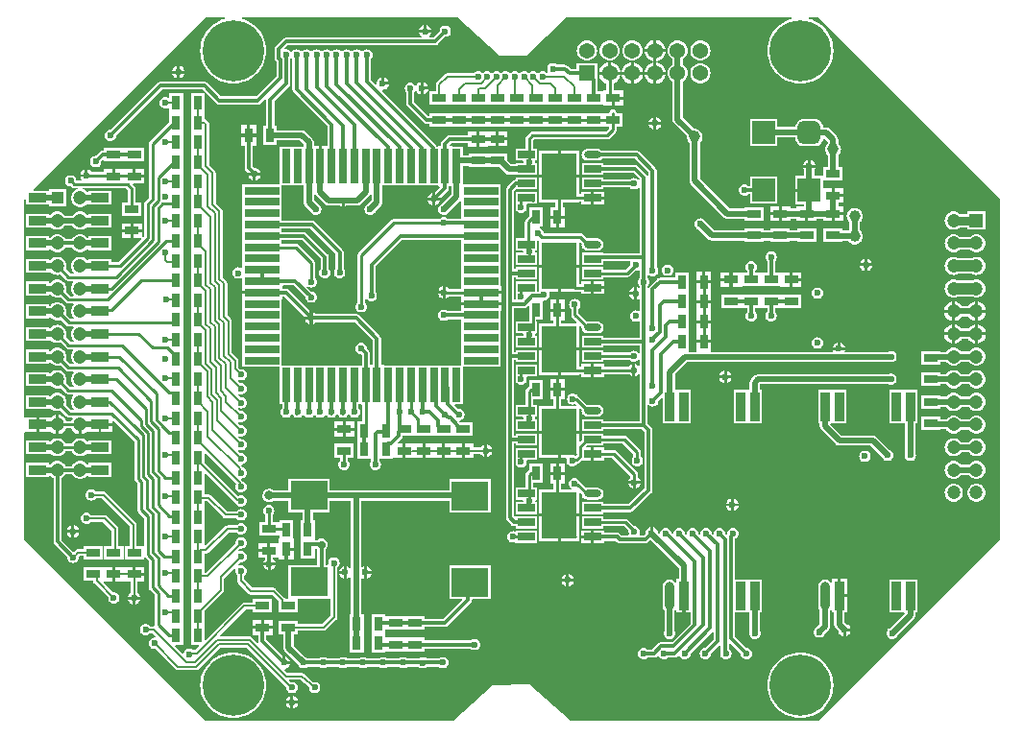
<source format=gbl>
G04*
G04 #@! TF.GenerationSoftware,Altium Limited,Altium Designer,23.9.2 (47)*
G04*
G04 Layer_Physical_Order=4*
G04 Layer_Color=16711680*
%FSAX42Y42*%
%MOMM*%
G71*
G04*
G04 #@! TF.SameCoordinates,ED947BB0-FBEA-436B-BB51-AA8F8EE6EC71*
G04*
G04*
G04 #@! TF.FilePolarity,Positive*
G04*
G01*
G75*
%ADD10C,1.00*%
%ADD13C,0.20*%
%ADD41R,0.80X1.30*%
%ADD44R,1.63X0.81*%
%ADD45R,1.50X0.50*%
%ADD46R,1.30X0.80*%
%ADD48R,3.20X2.60*%
%ADD50C,0.30*%
%ADD51C,0.50*%
%ADD52C,0.25*%
%ADD53C,0.51*%
%ADD54C,0.75*%
%ADD56C,1.20*%
%ADD57R,1.10X1.10*%
%ADD58R,1.20X1.20*%
%ADD59C,1.50*%
%ADD60C,0.90*%
%ADD61C,1.37*%
%ADD62R,1.37X1.37*%
%ADD63C,0.60*%
%ADD64C,1.00*%
%ADD65C,5.40*%
%ADD66C,0.70*%
%ADD67C,0.80*%
G04:AMPARAMS|DCode=80|XSize=2mm|YSize=2mm|CornerRadius=0.5mm|HoleSize=0mm|Usage=FLASHONLY|Rotation=180.000|XOffset=0mm|YOffset=0mm|HoleType=Round|Shape=RoundedRectangle|*
%AMROUNDEDRECTD80*
21,1,2.00,1.00,0,0,180.0*
21,1,1.00,2.00,0,0,180.0*
1,1,1.00,-0.50,0.50*
1,1,1.00,0.50,0.50*
1,1,1.00,0.50,-0.50*
1,1,1.00,-0.50,-0.50*
%
%ADD80ROUNDEDRECTD80*%
%ADD81R,2.00X2.00*%
%ADD82O,0.81X2.50*%
%ADD83R,0.81X2.50*%
%ADD84R,3.05X4.06*%
%ADD85R,1.52X0.64*%
%ADD86O,1.52X0.64*%
G04:AMPARAMS|DCode=87|XSize=3.05mm|YSize=0.71mm|CornerRadius=0.18mm|HoleSize=0mm|Usage=FLASHONLY|Rotation=90.000|XOffset=0mm|YOffset=0mm|HoleType=Round|Shape=RoundedRectangle|*
%AMROUNDEDRECTD87*
21,1,3.05,0.36,0,0,90.0*
21,1,2.69,0.71,0,0,90.0*
1,1,0.36,0.18,1.35*
1,1,0.36,0.18,-1.35*
1,1,0.36,-0.18,-1.35*
1,1,0.36,-0.18,1.35*
%
%ADD87ROUNDEDRECTD87*%
%ADD88R,0.71X3.05*%
%ADD89R,3.05X0.71*%
G36*
X008642Y004600D02*
Y001600D01*
X007042Y000000D01*
X004859D01*
X004491Y000322D01*
X004172Y000311D01*
X003824Y000000D01*
X001642D01*
X000042Y001600D01*
Y002541D01*
X000051Y002544D01*
X000052Y002544D01*
X000145D01*
Y002610D01*
Y002676D01*
X000052D01*
X000051Y002676D01*
X000042Y002679D01*
Y004597D01*
X000046Y004600D01*
X000056Y004595D01*
Y004549D01*
X000257D01*
Y004535D01*
X000407D01*
Y004685D01*
X000257D01*
Y004671D01*
X000125D01*
X000122Y004680D01*
X001642Y006200D01*
X001805D01*
X001807Y006190D01*
X001786Y006184D01*
X001756Y006172D01*
X001728Y006156D01*
X001701Y006137D01*
X001677Y006115D01*
X001655Y006091D01*
X001636Y006065D01*
X001621Y006036D01*
X001608Y006006D01*
X001599Y005975D01*
X001594Y005943D01*
X001592Y005910D01*
X001594Y005877D01*
X001599Y005845D01*
X001608Y005814D01*
X001621Y005784D01*
X001636Y005755D01*
X001655Y005729D01*
X001677Y005705D01*
X001701Y005683D01*
X001728Y005664D01*
X001756Y005648D01*
X001786Y005636D01*
X001818Y005627D01*
X001850Y005621D01*
X001882Y005620D01*
X001915Y005621D01*
X001947Y005627D01*
X001978Y005636D01*
X002008Y005648D01*
X002037Y005664D01*
X002063Y005683D01*
X002088Y005705D01*
X002109Y005729D01*
X002128Y005755D01*
X002144Y005784D01*
X002157Y005814D01*
X002166Y005845D01*
X002171Y005877D01*
X002173Y005910D01*
X002171Y005943D01*
X002166Y005975D01*
X002157Y006006D01*
X002144Y006036D01*
X002128Y006065D01*
X002109Y006091D01*
X002088Y006115D01*
X002063Y006137D01*
X002037Y006156D01*
X002008Y006172D01*
X001978Y006184D01*
X001958Y006190D01*
X001959Y006200D01*
X003859D01*
X004226Y005868D01*
X004463D01*
X004824Y006200D01*
X006805D01*
X006807Y006190D01*
X006786Y006184D01*
X006756Y006172D01*
X006728Y006156D01*
X006701Y006137D01*
X006677Y006115D01*
X006655Y006091D01*
X006636Y006065D01*
X006621Y006036D01*
X006608Y006006D01*
X006599Y005975D01*
X006594Y005943D01*
X006592Y005910D01*
X006594Y005877D01*
X006599Y005845D01*
X006608Y005814D01*
X006621Y005784D01*
X006636Y005755D01*
X006655Y005729D01*
X006677Y005705D01*
X006701Y005683D01*
X006728Y005664D01*
X006756Y005648D01*
X006786Y005636D01*
X006818Y005627D01*
X006850Y005621D01*
X006882Y005620D01*
X006915Y005621D01*
X006947Y005627D01*
X006978Y005636D01*
X007008Y005648D01*
X007037Y005664D01*
X007063Y005683D01*
X007088Y005705D01*
X007109Y005729D01*
X007128Y005755D01*
X007144Y005784D01*
X007157Y005814D01*
X007166Y005845D01*
X007171Y005877D01*
X007173Y005910D01*
X007171Y005943D01*
X007166Y005975D01*
X007157Y006006D01*
X007144Y006036D01*
X007128Y006065D01*
X007109Y006091D01*
X007088Y006115D01*
X007063Y006137D01*
X007037Y006156D01*
X007008Y006172D01*
X006978Y006184D01*
X006958Y006190D01*
X006959Y006200D01*
X007042D01*
X008642Y004600D01*
D02*
G37*
%LPC*%
G36*
X003588Y006134D02*
Y006093D01*
X003630D01*
X003630Y006094D01*
X003624Y006108D01*
X003615Y006120D01*
X003604Y006128D01*
X003590Y006134D01*
X003588Y006134D01*
D02*
G37*
G36*
X003563D02*
X003561Y006134D01*
X003548Y006128D01*
X003536Y006120D01*
X003527Y006108D01*
X003522Y006094D01*
X003521Y006093D01*
X003563D01*
Y006134D01*
D02*
G37*
G36*
X003751Y006130D02*
X003738Y006129D01*
X003726Y006124D01*
X003716Y006116D01*
X003708Y006105D01*
X003703Y006093D01*
X003701Y006080D01*
X003701Y006080D01*
X003647Y006025D01*
X003612D01*
X003608Y006035D01*
X003615Y006040D01*
X003624Y006052D01*
X003630Y006066D01*
X003630Y006067D01*
X003521D01*
X003522Y006066D01*
X003527Y006052D01*
X003536Y006040D01*
X003543Y006035D01*
X003539Y006025D01*
X002348D01*
X002348Y006025D01*
X002338Y006024D01*
X002330Y006021D01*
X002323Y006015D01*
X002323Y006015D01*
X002260Y005952D01*
X002254Y005945D01*
X002251Y005937D01*
X002250Y005927D01*
X002250Y005927D01*
Y005843D01*
X002250Y005843D01*
X002251Y005834D01*
X002254Y005825D01*
X002260Y005818D01*
X002265Y005813D01*
Y005685D01*
X002085Y005505D01*
X001775D01*
X001655Y005625D01*
X001648Y005631D01*
X001639Y005634D01*
X001630Y005635D01*
X001630Y005635D01*
X001240D01*
X001240Y005635D01*
X001231Y005634D01*
X001222Y005631D01*
X001215Y005625D01*
X001215Y005625D01*
X000800Y005210D01*
X000800Y005210D01*
X000787Y005209D01*
X000775Y005204D01*
X000764Y005196D01*
X000756Y005185D01*
X000751Y005173D01*
X000750Y005160D01*
X000751Y005147D01*
X000756Y005135D01*
X000764Y005124D01*
X000775Y005116D01*
X000787Y005111D01*
X000800Y005110D01*
X000813Y005111D01*
X000825Y005116D01*
X000836Y005124D01*
X000844Y005135D01*
X000849Y005147D01*
X000850Y005160D01*
X000850Y005160D01*
X001255Y005565D01*
X001615D01*
X001735Y005445D01*
X001735Y005445D01*
X001742Y005439D01*
X001751Y005436D01*
X001760Y005435D01*
X001760Y005435D01*
X002100D01*
X002100Y005435D01*
X002109Y005436D01*
X002118Y005439D01*
X002125Y005445D01*
X002165Y005485D01*
X002174Y005480D01*
X002174Y005479D01*
X002174Y005479D01*
Y005247D01*
X002149D01*
Y005077D01*
X002269D01*
Y005117D01*
X002469D01*
X002505Y005081D01*
Y005062D01*
X002294D01*
Y004731D01*
X001963D01*
Y004619D01*
Y004519D01*
Y004419D01*
Y004319D01*
Y004219D01*
Y004119D01*
Y003994D01*
X001953Y003989D01*
X001950Y003991D01*
X001938Y003996D01*
X001925Y003998D01*
X001912Y003996D01*
X001900Y003991D01*
X001889Y003983D01*
X001881Y003973D01*
X001876Y003961D01*
X001875Y003947D01*
X001876Y003934D01*
X001881Y003922D01*
X001889Y003912D01*
X001900Y003904D01*
X001912Y003899D01*
X001925Y003897D01*
X001938Y003899D01*
X001950Y003904D01*
X001953Y003906D01*
X001963Y003901D01*
Y003836D01*
X001957D01*
Y003788D01*
X002135D01*
Y003762D01*
X001957D01*
Y003714D01*
X001963D01*
Y003619D01*
Y003519D01*
Y003419D01*
Y003319D01*
Y003219D01*
Y003119D01*
X002294D01*
Y002788D01*
X002315D01*
Y002756D01*
X002314Y002756D01*
X002306Y002745D01*
X002301Y002733D01*
X002300Y002720D01*
X002301Y002707D01*
X002306Y002695D01*
X002314Y002684D01*
X002325Y002676D01*
X002337Y002671D01*
X002350Y002670D01*
X002363Y002671D01*
X002375Y002676D01*
X002386Y002684D01*
X002394Y002695D01*
X002395Y002697D01*
X002405D01*
X002406Y002695D01*
X002414Y002684D01*
X002425Y002676D01*
X002437Y002671D01*
X002450Y002670D01*
X002463Y002671D01*
X002475Y002676D01*
X002486Y002684D01*
X002494Y002695D01*
X002495Y002697D01*
X002505D01*
X002506Y002695D01*
X002514Y002684D01*
X002525Y002676D01*
X002537Y002671D01*
X002550Y002670D01*
X002563Y002671D01*
X002575Y002676D01*
X002586Y002684D01*
X002594Y002695D01*
X002595Y002697D01*
X002605D01*
X002606Y002695D01*
X002614Y002684D01*
X002625Y002676D01*
X002637Y002671D01*
X002650Y002670D01*
X002663Y002671D01*
X002675Y002676D01*
X002686Y002684D01*
X002693Y002694D01*
X002698Y002695D01*
X002700D01*
X002704Y002694D01*
X002712Y002684D01*
X002722Y002676D01*
X002734Y002671D01*
X002747Y002670D01*
X002761Y002671D01*
X002773Y002676D01*
X002783Y002684D01*
X002791Y002695D01*
X002792Y002698D01*
X002803D01*
X002804Y002695D01*
X002812Y002684D01*
X002823Y002676D01*
X002835Y002671D01*
X002848Y002670D01*
X002861Y002671D01*
X002873Y002676D01*
X002884Y002684D01*
X002892Y002695D01*
X002894Y002699D01*
X002904D01*
X002906Y002695D01*
X002914Y002684D01*
X002925Y002676D01*
X002937Y002671D01*
X002950Y002670D01*
X002963Y002671D01*
X002975Y002676D01*
X002986Y002684D01*
X002994Y002695D01*
X002999Y002707D01*
X003000Y002720D01*
X002999Y002733D01*
X002994Y002745D01*
X002986Y002756D01*
X002985Y002756D01*
Y002788D01*
X003006D01*
Y002788D01*
X003007Y002788D01*
X003017Y002781D01*
Y002642D01*
X002980D01*
Y002472D01*
Y002305D01*
X003094D01*
X003098Y002298D01*
X003098Y002295D01*
X003091Y002285D01*
X003086Y002273D01*
X003084Y002260D01*
X003086Y002247D01*
X003091Y002235D01*
X003099Y002224D01*
X003109Y002216D01*
X003121Y002211D01*
X003134Y002210D01*
X003147Y002211D01*
X003160Y002216D01*
X003170Y002224D01*
X003178Y002235D01*
X003183Y002247D01*
X003185Y002260D01*
X003183Y002273D01*
X003178Y002285D01*
X003171Y002294D01*
Y002305D01*
X003290D01*
Y002314D01*
X003300Y002315D01*
Y002315D01*
X003377D01*
Y002380D01*
Y002445D01*
X003338D01*
X003334Y002455D01*
X003365Y002486D01*
X003365Y002486D01*
X003371Y002493D01*
X003375Y002502D01*
X003376Y002510D01*
X003475D01*
X003475Y002510D01*
X003478D01*
Y002510D01*
X003485Y002510D01*
X003648D01*
Y002510D01*
X003652D01*
Y002510D01*
X003822D01*
X003822Y002510D01*
X003825D01*
Y002510D01*
X003832Y002510D01*
X003995D01*
Y002630D01*
X003884D01*
X003875Y002639D01*
X003879Y002649D01*
X003885Y002650D01*
X003897Y002655D01*
X003907Y002663D01*
X003915Y002673D01*
X003920Y002686D01*
X003922Y002699D01*
X003920Y002712D01*
X003915Y002724D01*
X003907Y002734D01*
X003897Y002742D01*
X003885Y002747D01*
X003872Y002749D01*
X003863Y002748D01*
X003833Y002778D01*
X003837Y002788D01*
X003906D01*
Y003119D01*
X004237D01*
Y003219D01*
Y003319D01*
Y003419D01*
Y003519D01*
Y003614D01*
X004243D01*
Y003662D01*
X004065D01*
X003887D01*
Y003614D01*
X003879Y003610D01*
X003776D01*
X003776Y003611D01*
X003765Y003619D01*
X003753Y003624D01*
X003740Y003625D01*
X003727Y003624D01*
X003715Y003619D01*
X003704Y003611D01*
X003696Y003600D01*
X003691Y003588D01*
X003690Y003575D01*
X003691Y003562D01*
X003696Y003550D01*
X003704Y003539D01*
X003715Y003531D01*
X003727Y003526D01*
X003740Y003525D01*
X003753Y003526D01*
X003765Y003531D01*
X003776Y003539D01*
X003776Y003540D01*
X003893D01*
Y003419D01*
Y003319D01*
Y003219D01*
Y003132D01*
X003211D01*
Y003138D01*
X003185D01*
Y003370D01*
X003184Y003379D01*
X003181Y003388D01*
X003175Y003395D01*
X003175Y003395D01*
X002995Y003575D01*
X002988Y003581D01*
X002979Y003584D01*
X002970Y003585D01*
X002970Y003585D01*
X002613D01*
X002610Y003590D01*
X002598Y003598D01*
X002584Y003604D01*
X002583Y003604D01*
Y003550D01*
Y003496D01*
X002584Y003496D01*
X002598Y003502D01*
X002610Y003510D01*
X002613Y003515D01*
X002955D01*
X003115Y003355D01*
Y003138D01*
X003089D01*
X003085Y003146D01*
Y003240D01*
X003084Y003249D01*
X003081Y003258D01*
X003075Y003265D01*
X003075Y003265D01*
X003060Y003280D01*
X003060Y003280D01*
X003059Y003293D01*
X003054Y003305D01*
X003046Y003316D01*
X003035Y003324D01*
X003023Y003329D01*
X003010Y003330D01*
X002997Y003329D01*
X002985Y003324D01*
X002974Y003316D01*
X002966Y003305D01*
X002961Y003293D01*
X002960Y003280D01*
X002961Y003267D01*
X002966Y003255D01*
X002974Y003244D01*
X002985Y003236D01*
X002997Y003231D01*
X003010Y003230D01*
X003015Y003221D01*
Y003134D01*
X003006Y003132D01*
X003006Y003132D01*
X003006Y003132D01*
X002307D01*
Y003219D01*
Y003319D01*
Y003419D01*
Y003519D01*
Y003619D01*
Y003714D01*
X002313D01*
Y003740D01*
X002333D01*
X002510Y003563D01*
X002557D01*
Y003615D01*
X002372Y003800D01*
X002365Y003806D01*
X002357Y003809D01*
X002348Y003810D01*
X002347Y003810D01*
X002313D01*
Y003836D01*
X002321Y003840D01*
X002415D01*
X002520Y003735D01*
X002520Y003735D01*
X002521Y003722D01*
X002526Y003710D01*
X002534Y003699D01*
X002545Y003691D01*
X002557Y003686D01*
X002570Y003685D01*
X002583Y003686D01*
X002595Y003691D01*
X002606Y003699D01*
X002614Y003710D01*
X002619Y003722D01*
X002620Y003735D01*
X002619Y003748D01*
X002614Y003760D01*
X002606Y003771D01*
X002595Y003779D01*
X002583Y003784D01*
X002570Y003785D01*
X002570Y003785D01*
X002529Y003826D01*
X002536Y003833D01*
X002545Y003826D01*
X002557Y003821D01*
X002570Y003820D01*
X002583Y003821D01*
X002595Y003826D01*
X002606Y003834D01*
X002614Y003845D01*
X002619Y003857D01*
X002620Y003870D01*
X002619Y003883D01*
X002614Y003895D01*
X002606Y003906D01*
X002603Y003908D01*
Y004040D01*
X002602Y004048D01*
X002598Y004056D01*
X002593Y004063D01*
X002458Y004198D01*
X002451Y004203D01*
X002443Y004207D01*
X002435Y004208D01*
X002307D01*
Y004240D01*
X002490D01*
X002655Y004075D01*
Y003986D01*
X002654Y003986D01*
X002646Y003975D01*
X002641Y003963D01*
X002640Y003950D01*
X002641Y003937D01*
X002646Y003925D01*
X002654Y003914D01*
X002665Y003906D01*
X002677Y003901D01*
X002690Y003900D01*
X002703Y003901D01*
X002715Y003906D01*
X002726Y003914D01*
X002734Y003925D01*
X002739Y003937D01*
X002740Y003950D01*
X002739Y003963D01*
X002734Y003975D01*
X002726Y003986D01*
X002725Y003986D01*
Y004090D01*
X002725Y004090D01*
X002724Y004099D01*
X002721Y004108D01*
X002715Y004115D01*
X002715Y004115D01*
X002530Y004300D01*
X002523Y004306D01*
X002514Y004309D01*
X002505Y004310D01*
X002505Y004310D01*
X002307D01*
Y004340D01*
X002560D01*
X002785Y004115D01*
Y003986D01*
X002784Y003986D01*
X002776Y003975D01*
X002771Y003963D01*
X002770Y003950D01*
X002771Y003937D01*
X002776Y003925D01*
X002784Y003914D01*
X002795Y003906D01*
X002807Y003901D01*
X002820Y003900D01*
X002833Y003901D01*
X002845Y003906D01*
X002856Y003914D01*
X002864Y003925D01*
X002869Y003937D01*
X002870Y003950D01*
X002869Y003963D01*
X002864Y003975D01*
X002856Y003986D01*
X002855Y003986D01*
Y004130D01*
X002855Y004130D01*
X002854Y004139D01*
X002851Y004148D01*
X002845Y004155D01*
X002845Y004155D01*
X002600Y004400D01*
X002593Y004406D01*
X002584Y004409D01*
X002575Y004410D01*
X002575Y004410D01*
X002307D01*
Y004519D01*
Y004619D01*
Y004718D01*
X002505D01*
Y004570D01*
X002506Y004558D01*
X002511Y004547D01*
X002518Y004538D01*
X002563Y004493D01*
X002566Y004485D01*
X002574Y004474D01*
X002585Y004466D01*
X002597Y004461D01*
X002610Y004460D01*
X002623Y004461D01*
X002635Y004466D01*
X002646Y004474D01*
X002654Y004485D01*
X002659Y004497D01*
X002660Y004510D01*
X002659Y004523D01*
X002654Y004535D01*
X002646Y004546D01*
X002635Y004554D01*
X002627Y004557D01*
X002595Y004589D01*
Y004653D01*
X002605Y004654D01*
X002606Y004648D01*
X002611Y004637D01*
X002618Y004628D01*
X002688Y004558D01*
X002697Y004551D01*
X002708Y004546D01*
X002720Y004545D01*
X002818D01*
X002822Y004542D01*
X002836Y004536D01*
X002837Y004536D01*
Y004590D01*
X002863D01*
Y004536D01*
X002864Y004536D01*
X002878Y004542D01*
X002882Y004545D01*
X002980D01*
X002992Y004546D01*
X003003Y004551D01*
X003012Y004558D01*
X003082Y004628D01*
X003082Y004628D01*
X003089Y004637D01*
X003094Y004648D01*
X003095Y004654D01*
X003105Y004653D01*
Y004589D01*
X003073Y004557D01*
X003065Y004554D01*
X003054Y004546D01*
X003046Y004535D01*
X003041Y004523D01*
X003040Y004510D01*
X003041Y004497D01*
X003046Y004485D01*
X003054Y004474D01*
X003065Y004466D01*
X003077Y004461D01*
X003090Y004460D01*
X003103Y004461D01*
X003115Y004466D01*
X003126Y004474D01*
X003134Y004485D01*
X003137Y004493D01*
X003182Y004538D01*
X003189Y004547D01*
X003191Y004552D01*
X003194Y004558D01*
X003195Y004570D01*
Y004718D01*
X003689D01*
Y004712D01*
X003699D01*
X003703Y004703D01*
X003663Y004663D01*
Y004613D01*
X003713D01*
X003775Y004675D01*
X003775Y004675D01*
X003781Y004682D01*
X003784Y004691D01*
X003785Y004700D01*
Y004712D01*
X003805D01*
Y004639D01*
X003723Y004557D01*
X003715Y004554D01*
X003704Y004546D01*
X003696Y004535D01*
X003691Y004523D01*
X003690Y004510D01*
X003691Y004497D01*
X003696Y004485D01*
X003704Y004474D01*
X003715Y004466D01*
X003727Y004461D01*
X003740Y004460D01*
X003753Y004461D01*
X003765Y004466D01*
X003776Y004474D01*
X003784Y004485D01*
X003787Y004493D01*
X003882Y004588D01*
X003883Y004589D01*
X003893Y004585D01*
Y004519D01*
Y004425D01*
X003776D01*
X003776Y004426D01*
X003765Y004434D01*
X003753Y004439D01*
X003740Y004440D01*
X003727Y004439D01*
X003715Y004434D01*
X003704Y004426D01*
X003702Y004423D01*
X003300D01*
X003292Y004422D01*
X003284Y004418D01*
X003277Y004413D01*
X002987Y004123D01*
X002982Y004116D01*
X002978Y004108D01*
X002977Y004100D01*
Y003688D01*
X002974Y003686D01*
X002966Y003675D01*
X002961Y003663D01*
X002960Y003650D01*
X002961Y003637D01*
X002966Y003625D01*
X002974Y003614D01*
X002985Y003606D01*
X002997Y003601D01*
X003010Y003600D01*
X003023Y003601D01*
X003035Y003606D01*
X003046Y003614D01*
X003054Y003625D01*
X003059Y003637D01*
X003060Y003650D01*
X003059Y003663D01*
X003054Y003675D01*
X003046Y003686D01*
X003043Y003688D01*
Y003731D01*
X003053Y003733D01*
X003056Y003725D01*
X003064Y003714D01*
X003075Y003706D01*
X003087Y003701D01*
X003100Y003700D01*
X003113Y003701D01*
X003125Y003706D01*
X003136Y003714D01*
X003144Y003725D01*
X003149Y003737D01*
X003150Y003750D01*
X003149Y003763D01*
X003144Y003775D01*
X003136Y003786D01*
X003135Y003786D01*
Y004005D01*
X003370Y004240D01*
X003893D01*
Y004119D01*
Y004019D01*
Y003919D01*
Y003836D01*
X003887D01*
Y003808D01*
X003785D01*
X003780Y003815D01*
X003768Y003823D01*
X003754Y003829D01*
X003753Y003829D01*
Y003775D01*
Y003721D01*
X003754Y003721D01*
X003768Y003727D01*
X003780Y003735D01*
X003785Y003742D01*
X003887D01*
Y003688D01*
X004065D01*
X004243D01*
Y003714D01*
Y003762D01*
X004065D01*
Y003788D01*
X004243D01*
Y003836D01*
X004237D01*
Y003919D01*
Y004019D01*
Y004119D01*
Y004219D01*
Y004319D01*
Y004419D01*
Y004519D01*
Y004619D01*
Y004731D01*
X003906D01*
Y004895D01*
X003955D01*
Y004879D01*
X004125D01*
X004125Y004880D01*
X004231D01*
X004280Y004831D01*
X004289Y004824D01*
X004300Y004819D01*
X004312Y004818D01*
X004371D01*
Y004811D01*
X004564D01*
Y004915D01*
X004546D01*
X004540Y004922D01*
X004540Y004926D01*
X004540Y004931D01*
X004546Y004938D01*
X004564D01*
Y005042D01*
X004523D01*
Y005116D01*
X004534Y005127D01*
X005180D01*
X005188Y005128D01*
X005196Y005132D01*
X005203Y005137D01*
X005253Y005187D01*
X005258Y005194D01*
X005262Y005202D01*
X005263Y005210D01*
Y005240D01*
X005315D01*
Y005360D01*
X005263D01*
X005262Y005369D01*
X005258Y005377D01*
X005253Y005384D01*
X005246Y005389D01*
X005238Y005392D01*
X005230Y005393D01*
X005222Y005392D01*
X005214Y005389D01*
X005207Y005384D01*
X005202Y005377D01*
X005198Y005369D01*
X005197Y005360D01*
X005155D01*
X005145Y005360D01*
Y005361D01*
X005145D01*
Y005360D01*
X004975D01*
X004975Y005360D01*
X004815D01*
X004805Y005360D01*
Y005360D01*
X004805D01*
Y005360D01*
X004645D01*
X004635Y005360D01*
Y005360D01*
X004635D01*
Y005360D01*
X004475D01*
X004465Y005360D01*
Y005360D01*
X004465D01*
Y005360D01*
X004305D01*
X004295Y005360D01*
Y005360D01*
X004295D01*
Y005360D01*
X004135D01*
X004125Y005360D01*
Y005360D01*
X004125D01*
Y005360D01*
X003965D01*
X003955Y005360D01*
Y005360D01*
X003955D01*
Y005360D01*
X003795D01*
X003785Y005360D01*
Y005360D01*
X003785D01*
Y005360D01*
X003615D01*
Y005335D01*
X003605D01*
X003480Y005460D01*
Y005541D01*
X003480Y005542D01*
X003486Y005549D01*
X003493Y005549D01*
X003496Y005549D01*
X003498Y005548D01*
X003505Y005538D01*
X003517Y005529D01*
X003531Y005523D01*
X003532Y005523D01*
Y005577D01*
Y005631D01*
X003531Y005631D01*
X003517Y005626D01*
X003505Y005617D01*
X003498Y005606D01*
X003496Y005606D01*
X003493Y005605D01*
X003486Y005606D01*
X003480Y005613D01*
X003470Y005621D01*
X003458Y005626D01*
X003445Y005628D01*
X003432Y005626D01*
X003419Y005621D01*
X003409Y005613D01*
X003401Y005602D01*
X003396Y005590D01*
X003394Y005577D01*
X003396Y005564D01*
X003401Y005552D01*
X003409Y005542D01*
X003409Y005541D01*
Y005445D01*
X003409Y005445D01*
X003411Y005436D01*
X003414Y005428D01*
X003420Y005420D01*
X003565Y005275D01*
X003572Y005269D01*
X003581Y005266D01*
X003590Y005265D01*
X003590Y005265D01*
X003615D01*
Y005240D01*
X003775D01*
X003785Y005240D01*
Y005240D01*
X003785D01*
Y005240D01*
X003945D01*
X003955Y005240D01*
Y005240D01*
X003955D01*
Y005240D01*
X004115D01*
X004125Y005240D01*
Y005240D01*
X004125D01*
Y005240D01*
X004285D01*
X004295Y005240D01*
Y005240D01*
X004295D01*
Y005240D01*
X004455D01*
X004465Y005240D01*
Y005240D01*
X004465D01*
Y005240D01*
X004625D01*
X004635Y005240D01*
Y005240D01*
X004635D01*
Y005240D01*
X004795D01*
X004805Y005240D01*
Y005240D01*
X004805D01*
Y005240D01*
X004975D01*
X004975Y005240D01*
X005135D01*
X005145Y005240D01*
Y005240D01*
X005145D01*
Y005240D01*
X005197D01*
Y005224D01*
X005166Y005193D01*
X004520D01*
X004512Y005192D01*
X004504Y005188D01*
X004497Y005183D01*
X004467Y005153D01*
X004462Y005146D01*
X004458Y005138D01*
X004457Y005130D01*
Y005042D01*
X004371D01*
Y004938D01*
X004434D01*
X004440Y004931D01*
X004440Y004926D01*
X004440Y004922D01*
X004434Y004915D01*
X004371D01*
Y004908D01*
X004331D01*
X004295Y004944D01*
Y005000D01*
X004125D01*
X004125Y004999D01*
X003955D01*
Y004985D01*
X003906D01*
Y005062D01*
X003811D01*
Y005068D01*
X003791D01*
X003788Y005078D01*
X003805Y005095D01*
X003950D01*
Y005064D01*
X004027D01*
Y005129D01*
Y005195D01*
X003950D01*
Y005165D01*
X003790D01*
X003781Y005164D01*
X003772Y005161D01*
X003765Y005155D01*
X003765Y005155D01*
X003725Y005115D01*
X003719Y005108D01*
X003716Y005099D01*
X003715Y005090D01*
X003715Y005090D01*
Y005068D01*
X003689D01*
Y005062D01*
X003677D01*
X003677Y005064D01*
X003673Y005073D01*
X003668Y005080D01*
X003668Y005080D01*
X003193Y005555D01*
X003197Y005564D01*
X003200Y005564D01*
X003214Y005566D01*
X003228Y005572D01*
X003240Y005580D01*
X003248Y005592D01*
X003254Y005606D01*
X003254Y005607D01*
X003200D01*
Y005620D01*
X003187D01*
Y005674D01*
X003186Y005674D01*
X003172Y005668D01*
X003160Y005660D01*
X003152Y005648D01*
X003146Y005634D01*
X003144Y005620D01*
X003144Y005617D01*
X003135Y005613D01*
X003095Y005652D01*
Y005834D01*
X003096Y005834D01*
X003104Y005845D01*
X003109Y005857D01*
X003110Y005870D01*
X003109Y005883D01*
X003104Y005895D01*
X003096Y005906D01*
X003085Y005914D01*
X003073Y005919D01*
X003060Y005920D01*
X003047Y005919D01*
X003035Y005914D01*
X003024Y005906D01*
X003022Y005903D01*
X003009D01*
X003007Y005906D01*
X002997Y005914D01*
X002984Y005919D01*
X002971Y005920D01*
X002958Y005919D01*
X002946Y005914D01*
X002936Y005906D01*
X002933Y005903D01*
X002921D01*
X002919Y005906D01*
X002908Y005914D01*
X002896Y005919D01*
X002883Y005920D01*
X002870Y005919D01*
X002858Y005914D01*
X002847Y005906D01*
X002845Y005903D01*
X002832D01*
X002830Y005906D01*
X002820Y005914D01*
X002807Y005919D01*
X002794Y005920D01*
X002781Y005919D01*
X002769Y005914D01*
X002759Y005906D01*
X002756Y005903D01*
X002744D01*
X002741Y005906D01*
X002731Y005914D01*
X002719Y005919D01*
X002706Y005920D01*
X002693Y005919D01*
X002680Y005914D01*
X002670Y005906D01*
X002668Y005903D01*
X002655D01*
X002653Y005906D01*
X002642Y005914D01*
X002630Y005919D01*
X002617Y005920D01*
X002604Y005919D01*
X002592Y005914D01*
X002581Y005906D01*
X002579Y005903D01*
X002567D01*
X002564Y005906D01*
X002554Y005914D01*
X002542Y005919D01*
X002529Y005920D01*
X002516Y005919D01*
X002503Y005914D01*
X002493Y005906D01*
X002491Y005903D01*
X002478D01*
X002476Y005906D01*
X002465Y005914D01*
X002453Y005919D01*
X002440Y005920D01*
X002427Y005919D01*
X002415Y005914D01*
X002404Y005906D01*
X002401Y005902D01*
X002389D01*
X002386Y005906D01*
X002375Y005914D01*
X002363Y005919D01*
X002350Y005920D01*
X002341Y005919D01*
X002336Y005929D01*
X002362Y005955D01*
X003661D01*
X003661Y005955D01*
X003670Y005956D01*
X003679Y005959D01*
X003686Y005965D01*
X003751Y006030D01*
X003751Y006030D01*
X003764Y006031D01*
X003776Y006036D01*
X003787Y006044D01*
X003795Y006055D01*
X003800Y006067D01*
X003802Y006080D01*
X003800Y006093D01*
X003795Y006105D01*
X003787Y006116D01*
X003776Y006124D01*
X003764Y006129D01*
X003751Y006130D01*
D02*
G37*
G36*
X005613Y006003D02*
Y005923D01*
X005693D01*
X005693Y005928D01*
X005687Y005946D01*
X005679Y005962D01*
X005667Y005977D01*
X005652Y005989D01*
X005636Y005997D01*
X005618Y006003D01*
X005613Y006003D01*
D02*
G37*
G36*
X005587Y006003D02*
X005582Y006003D01*
X005564Y005997D01*
X005548Y005989D01*
X005533Y005977D01*
X005521Y005962D01*
X005513Y005946D01*
X005507Y005928D01*
X005507Y005923D01*
X005587D01*
Y006003D01*
D02*
G37*
G36*
X006000Y005999D02*
X005983Y005997D01*
X005966Y005992D01*
X005951Y005984D01*
X005937Y005973D01*
X005926Y005959D01*
X005918Y005944D01*
X005913Y005927D01*
X005911Y005910D01*
X005913Y005893D01*
X005918Y005876D01*
X005926Y005861D01*
X005937Y005847D01*
X005951Y005836D01*
X005966Y005828D01*
X005983Y005823D01*
X006000Y005821D01*
X006017Y005823D01*
X006034Y005828D01*
X006049Y005836D01*
X006063Y005847D01*
X006074Y005861D01*
X006082Y005876D01*
X006087Y005893D01*
X006089Y005910D01*
X006087Y005927D01*
X006082Y005944D01*
X006074Y005959D01*
X006063Y005973D01*
X006049Y005984D01*
X006034Y005992D01*
X006017Y005997D01*
X006000Y005999D01*
D02*
G37*
G36*
X005400D02*
X005383Y005997D01*
X005366Y005992D01*
X005351Y005984D01*
X005337Y005973D01*
X005326Y005959D01*
X005318Y005944D01*
X005313Y005927D01*
X005311Y005910D01*
X005313Y005893D01*
X005318Y005876D01*
X005326Y005861D01*
X005337Y005847D01*
X005351Y005836D01*
X005366Y005828D01*
X005383Y005823D01*
X005400Y005821D01*
X005417Y005823D01*
X005434Y005828D01*
X005449Y005836D01*
X005463Y005847D01*
X005474Y005861D01*
X005482Y005876D01*
X005487Y005893D01*
X005489Y005910D01*
X005487Y005927D01*
X005482Y005944D01*
X005474Y005959D01*
X005463Y005973D01*
X005449Y005984D01*
X005434Y005992D01*
X005417Y005997D01*
X005400Y005999D01*
D02*
G37*
G36*
X005200D02*
X005183Y005997D01*
X005166Y005992D01*
X005151Y005984D01*
X005137Y005973D01*
X005126Y005959D01*
X005118Y005944D01*
X005113Y005927D01*
X005111Y005910D01*
X005113Y005893D01*
X005118Y005876D01*
X005126Y005861D01*
X005137Y005847D01*
X005151Y005836D01*
X005166Y005828D01*
X005183Y005823D01*
X005200Y005821D01*
X005217Y005823D01*
X005234Y005828D01*
X005249Y005836D01*
X005263Y005847D01*
X005274Y005861D01*
X005282Y005876D01*
X005287Y005893D01*
X005289Y005910D01*
X005287Y005927D01*
X005282Y005944D01*
X005274Y005959D01*
X005263Y005973D01*
X005249Y005984D01*
X005234Y005992D01*
X005217Y005997D01*
X005200Y005999D01*
D02*
G37*
G36*
X005000D02*
X004983Y005997D01*
X004966Y005992D01*
X004951Y005984D01*
X004937Y005973D01*
X004926Y005959D01*
X004918Y005944D01*
X004913Y005927D01*
X004911Y005910D01*
X004913Y005893D01*
X004918Y005876D01*
X004926Y005861D01*
X004937Y005847D01*
X004951Y005836D01*
X004966Y005828D01*
X004983Y005823D01*
X005000Y005821D01*
X005017Y005823D01*
X005034Y005828D01*
X005049Y005836D01*
X005063Y005847D01*
X005074Y005861D01*
X005082Y005876D01*
X005087Y005893D01*
X005089Y005910D01*
X005087Y005927D01*
X005082Y005944D01*
X005074Y005959D01*
X005063Y005973D01*
X005049Y005984D01*
X005034Y005992D01*
X005017Y005997D01*
X005000Y005999D01*
D02*
G37*
G36*
X005587Y005897D02*
X005507D01*
X005507Y005892D01*
X005513Y005874D01*
X005521Y005858D01*
X005533Y005843D01*
X005548Y005831D01*
X005564Y005823D01*
X005582Y005817D01*
X005587Y005817D01*
Y005897D01*
D02*
G37*
G36*
X005693D02*
X005613D01*
Y005817D01*
X005618Y005817D01*
X005636Y005823D01*
X005652Y005831D01*
X005667Y005843D01*
X005679Y005858D01*
X005687Y005874D01*
X005693Y005892D01*
X005693Y005897D01*
D02*
G37*
G36*
X001413Y005774D02*
Y005733D01*
X001454D01*
X001454Y005734D01*
X001448Y005748D01*
X001440Y005760D01*
X001428Y005768D01*
X001414Y005774D01*
X001413Y005774D01*
D02*
G37*
G36*
X001387D02*
X001386Y005774D01*
X001372Y005768D01*
X001360Y005760D01*
X001352Y005748D01*
X001346Y005734D01*
X001346Y005733D01*
X001387D01*
Y005774D01*
D02*
G37*
G36*
X005613Y005803D02*
Y005723D01*
X005693D01*
X005693Y005728D01*
X005687Y005746D01*
X005679Y005762D01*
X005667Y005777D01*
X005652Y005789D01*
X005636Y005797D01*
X005618Y005803D01*
X005613Y005803D01*
D02*
G37*
G36*
X005587D02*
X005582Y005803D01*
X005564Y005797D01*
X005548Y005789D01*
X005533Y005777D01*
X005521Y005762D01*
X005513Y005746D01*
X005507Y005728D01*
X005507Y005723D01*
X005587D01*
Y005803D01*
D02*
G37*
G36*
X005213D02*
Y005723D01*
X005293D01*
X005293Y005728D01*
X005287Y005746D01*
X005279Y005762D01*
X005267Y005777D01*
X005252Y005789D01*
X005236Y005797D01*
X005218Y005803D01*
X005213Y005803D01*
D02*
G37*
G36*
X005187D02*
X005182Y005803D01*
X005164Y005797D01*
X005148Y005789D01*
X005133Y005777D01*
X005121Y005762D01*
X005113Y005746D01*
X005107Y005728D01*
X005107Y005723D01*
X005187D01*
Y005803D01*
D02*
G37*
G36*
X005413D02*
Y005723D01*
X005493D01*
X005493Y005728D01*
X005487Y005746D01*
X005479Y005762D01*
X005467Y005777D01*
X005452Y005789D01*
X005436Y005797D01*
X005418Y005803D01*
X005413Y005803D01*
D02*
G37*
G36*
X005387Y005803D02*
X005382Y005803D01*
X005364Y005797D01*
X005348Y005789D01*
X005333Y005777D01*
X005321Y005762D01*
X005313Y005746D01*
X005307Y005728D01*
X005307Y005723D01*
X005387D01*
Y005803D01*
D02*
G37*
G36*
X004700Y005800D02*
X004687Y005799D01*
X004675Y005794D01*
X004664Y005786D01*
X004656Y005775D01*
X004651Y005763D01*
X004650Y005750D01*
X004651Y005737D01*
X004656Y005726D01*
X004654Y005721D01*
X004651Y005716D01*
X004646Y005715D01*
X004646Y005716D01*
X004635Y005724D01*
X004623Y005729D01*
X004610Y005730D01*
X004597Y005729D01*
X004585Y005724D01*
X004574Y005716D01*
X004574Y005716D01*
X004564D01*
X004564Y005716D01*
X004554Y005724D01*
X004542Y005729D01*
X004529Y005730D01*
X004516Y005729D01*
X004503Y005724D01*
X004493Y005716D01*
X004493Y005716D01*
X004483D01*
X004483Y005716D01*
X004472Y005724D01*
X004460Y005729D01*
X004447Y005730D01*
X004434Y005729D01*
X004422Y005724D01*
X004411Y005716D01*
X004411Y005716D01*
X004401D01*
X004401Y005716D01*
X004391Y005724D01*
X004379Y005729D01*
X004366Y005730D01*
X004353Y005729D01*
X004340Y005724D01*
X004330Y005716D01*
X004330Y005716D01*
X004320D01*
X004320Y005716D01*
X004309Y005724D01*
X004297Y005729D01*
X004284Y005730D01*
X004271Y005729D01*
X004259Y005724D01*
X004249Y005716D01*
X004249Y005716D01*
X004239D01*
X004239Y005716D01*
X004228Y005724D01*
X004216Y005729D01*
X004203Y005730D01*
X004190Y005729D01*
X004178Y005724D01*
X004167Y005716D01*
X004167Y005716D01*
X004157D01*
X004157Y005716D01*
X004147Y005724D01*
X004134Y005729D01*
X004121Y005730D01*
X004108Y005729D01*
X004096Y005724D01*
X004086Y005716D01*
X004086Y005716D01*
X004076D01*
X004076Y005716D01*
X004065Y005724D01*
X004053Y005729D01*
X004040Y005730D01*
X004027Y005729D01*
X004015Y005724D01*
X004004Y005716D01*
X004000Y005710D01*
X003770D01*
X003762Y005709D01*
X003755Y005706D01*
X003749Y005701D01*
X003679Y005631D01*
X003674Y005625D01*
X003671Y005618D01*
X003670Y005610D01*
Y005550D01*
X003615D01*
Y005430D01*
X003775D01*
X003785Y005430D01*
Y005430D01*
X003785D01*
Y005430D01*
X003945D01*
X003955Y005430D01*
Y005430D01*
X003955D01*
Y005430D01*
X004115D01*
X004125Y005430D01*
Y005430D01*
X004125D01*
Y005430D01*
X004285D01*
X004295Y005430D01*
Y005430D01*
X004295D01*
Y005430D01*
X004455D01*
X004465Y005430D01*
Y005430D01*
X004465D01*
Y005430D01*
X004625D01*
X004635Y005430D01*
Y005430D01*
X004635D01*
Y005430D01*
X004795D01*
X004805Y005430D01*
Y005430D01*
X004805D01*
Y005430D01*
X004975D01*
X004975Y005431D01*
X005140D01*
Y005425D01*
X005217D01*
Y005490D01*
X005230D01*
Y005503D01*
X005320D01*
Y005556D01*
X005233D01*
Y005622D01*
X005236Y005623D01*
X005252Y005631D01*
X005267Y005643D01*
X005279Y005658D01*
X005287Y005674D01*
X005293Y005692D01*
X005293Y005697D01*
X005200D01*
X005107D01*
X005107Y005692D01*
X005113Y005674D01*
X005121Y005658D01*
X005133Y005643D01*
X005148Y005631D01*
X005164Y005623D01*
X005167Y005622D01*
Y005556D01*
X005140D01*
Y005551D01*
X005095D01*
Y005650D01*
X005095Y005650D01*
X005094Y005659D01*
X005091Y005668D01*
X005089Y005670D01*
Y005799D01*
X004911D01*
Y005745D01*
X004862D01*
X004832Y005775D01*
X004825Y005781D01*
X004816Y005784D01*
X004807Y005785D01*
X004807Y005785D01*
X004736D01*
X004736Y005786D01*
X004725Y005794D01*
X004713Y005799D01*
X004700Y005800D01*
D02*
G37*
G36*
X001454Y005707D02*
X001413D01*
Y005666D01*
X001414Y005666D01*
X001428Y005672D01*
X001440Y005680D01*
X001448Y005692D01*
X001454Y005706D01*
X001454Y005707D01*
D02*
G37*
G36*
X001387D02*
X001346D01*
X001346Y005706D01*
X001352Y005692D01*
X001360Y005680D01*
X001372Y005672D01*
X001386Y005666D01*
X001387Y005666D01*
Y005707D01*
D02*
G37*
G36*
X003213Y005674D02*
Y005633D01*
X003254D01*
X003254Y005634D01*
X003248Y005648D01*
X003240Y005660D01*
X003228Y005668D01*
X003214Y005674D01*
X003213Y005674D01*
D02*
G37*
G36*
X006000Y005799D02*
X005983Y005797D01*
X005966Y005792D01*
X005951Y005784D01*
X005937Y005773D01*
X005926Y005759D01*
X005918Y005744D01*
X005913Y005727D01*
X005911Y005710D01*
X005913Y005693D01*
X005918Y005676D01*
X005926Y005661D01*
X005937Y005647D01*
X005951Y005636D01*
X005966Y005628D01*
X005983Y005623D01*
X006000Y005621D01*
X006017Y005623D01*
X006034Y005628D01*
X006049Y005636D01*
X006063Y005647D01*
X006074Y005661D01*
X006082Y005676D01*
X006087Y005693D01*
X006089Y005710D01*
X006087Y005727D01*
X006082Y005744D01*
X006074Y005759D01*
X006063Y005773D01*
X006049Y005784D01*
X006034Y005792D01*
X006017Y005797D01*
X006000Y005799D01*
D02*
G37*
G36*
X005493Y005697D02*
X005413D01*
Y005617D01*
X005418Y005617D01*
X005436Y005623D01*
X005452Y005631D01*
X005467Y005643D01*
X005479Y005658D01*
X005487Y005674D01*
X005493Y005692D01*
X005493Y005697D01*
D02*
G37*
G36*
X005693Y005697D02*
X005613D01*
Y005617D01*
X005618Y005617D01*
X005636Y005623D01*
X005652Y005631D01*
X005667Y005643D01*
X005679Y005658D01*
X005687Y005674D01*
X005693Y005692D01*
X005693Y005697D01*
D02*
G37*
G36*
X005587D02*
X005507D01*
X005507Y005692D01*
X005513Y005674D01*
X005521Y005658D01*
X005533Y005643D01*
X005548Y005631D01*
X005564Y005623D01*
X005582Y005617D01*
X005587Y005617D01*
Y005697D01*
D02*
G37*
G36*
X005387Y005697D02*
X005307D01*
X005307Y005692D01*
X005313Y005674D01*
X005321Y005658D01*
X005333Y005643D01*
X005348Y005631D01*
X005364Y005623D01*
X005382Y005617D01*
X005387Y005617D01*
Y005697D01*
D02*
G37*
G36*
X003558Y005631D02*
Y005590D01*
X003599D01*
X003599Y005592D01*
X003593Y005605D01*
X003585Y005617D01*
X003573Y005626D01*
X003559Y005631D01*
X003558Y005631D01*
D02*
G37*
G36*
X003599Y005565D02*
X003558D01*
Y005523D01*
X003559Y005523D01*
X003573Y005529D01*
X003585Y005538D01*
X003593Y005549D01*
X003599Y005563D01*
X003599Y005565D01*
D02*
G37*
G36*
X005320Y005478D02*
X005243D01*
Y005425D01*
X005320D01*
Y005478D01*
D02*
G37*
G36*
X005613Y005323D02*
Y005282D01*
X005654D01*
X005654Y005283D01*
X005648Y005297D01*
X005640Y005308D01*
X005628Y005317D01*
X005614Y005323D01*
X005613Y005323D01*
D02*
G37*
G36*
X005587D02*
X005586Y005323D01*
X005572Y005317D01*
X005560Y005308D01*
X005552Y005297D01*
X005546Y005283D01*
X005546Y005282D01*
X005587D01*
Y005323D01*
D02*
G37*
G36*
X007010Y005307D02*
X006910D01*
X006896Y005305D01*
X006883Y005301D01*
X006871Y005295D01*
X006860Y005286D01*
X006852Y005275D01*
X006845Y005263D01*
X006841Y005250D01*
X006840Y005236D01*
Y005235D01*
X006680D01*
Y005306D01*
X006440D01*
Y005066D01*
X006680D01*
Y005145D01*
X006840D01*
Y005136D01*
X006841Y005123D01*
X006845Y005109D01*
X006852Y005097D01*
X006860Y005086D01*
X006871Y005078D01*
X006883Y005071D01*
X006896Y005067D01*
X006910Y005066D01*
X007010D01*
X007024Y005067D01*
X007037Y005071D01*
X007049Y005078D01*
X007060Y005086D01*
X007068Y005097D01*
X007075Y005109D01*
X007079Y005123D01*
X007080Y005136D01*
Y005138D01*
X007090Y005140D01*
X007125Y005106D01*
Y005093D01*
X007120Y005090D01*
X007112Y005079D01*
X007105Y005067D01*
X007101Y005054D01*
X007100Y005040D01*
X007101Y005026D01*
X007105Y005013D01*
X007112Y005001D01*
X007120Y004990D01*
X007125Y004987D01*
Y004882D01*
X007085D01*
Y004804D01*
X007005D01*
Y004858D01*
X007008Y004862D01*
X007014Y004876D01*
X007014Y004877D01*
X006906D01*
X006906Y004876D01*
X006912Y004862D01*
X006915Y004858D01*
Y004804D01*
X006835D01*
Y004691D01*
X006960D01*
Y004666D01*
X006835D01*
Y004553D01*
X006915D01*
Y004535D01*
X006847D01*
Y004515D01*
X006794D01*
Y004535D01*
X006717D01*
Y004470D01*
Y004405D01*
X006794D01*
Y004425D01*
X006847D01*
Y004405D01*
X006924D01*
Y004470D01*
X006950D01*
Y004405D01*
X007027D01*
Y004425D01*
X007080D01*
Y004405D01*
X007157D01*
Y004470D01*
X007170D01*
Y004483D01*
X007260D01*
Y004535D01*
X007215D01*
Y004567D01*
X007260D01*
Y004620D01*
X007170D01*
Y004632D01*
X007157D01*
Y004698D01*
X007085D01*
Y004762D01*
X007255D01*
Y004882D01*
X007215D01*
Y004987D01*
X007220Y004990D01*
X007228Y005001D01*
X007235Y005013D01*
X007239Y005026D01*
X007240Y005040D01*
X007239Y005054D01*
X007235Y005067D01*
X007228Y005079D01*
X007220Y005090D01*
X007215Y005093D01*
Y005124D01*
X007215Y005124D01*
X007214Y005136D01*
X007211Y005143D01*
X007209Y005147D01*
X007202Y005156D01*
X007140Y005218D01*
X007131Y005226D01*
X007120Y005230D01*
X007108Y005232D01*
X007080D01*
Y005236D01*
X007079Y005250D01*
X007075Y005263D01*
X007068Y005275D01*
X007060Y005286D01*
X007049Y005295D01*
X007037Y005301D01*
X007024Y005305D01*
X007010Y005307D01*
D02*
G37*
G36*
X005654Y005256D02*
X005613D01*
Y005215D01*
X005614Y005215D01*
X005628Y005220D01*
X005640Y005229D01*
X005648Y005241D01*
X005654Y005254D01*
X005654Y005256D01*
D02*
G37*
G36*
X005587D02*
X005546D01*
X005546Y005254D01*
X005552Y005241D01*
X005560Y005229D01*
X005572Y005220D01*
X005586Y005215D01*
X005587Y005215D01*
Y005256D01*
D02*
G37*
G36*
X002085Y005252D02*
X002032D01*
Y005175D01*
X002085D01*
Y005252D01*
D02*
G37*
G36*
X002007D02*
X001954D01*
Y005175D01*
X002007D01*
Y005252D01*
D02*
G37*
G36*
X004300Y005195D02*
X004223D01*
Y005143D01*
X004300D01*
Y005195D01*
D02*
G37*
G36*
Y005117D02*
X004223D01*
Y005065D01*
X004300D01*
Y005117D01*
D02*
G37*
G36*
X004197Y005195D02*
X004120D01*
Y005195D01*
X004053D01*
Y005129D01*
Y005064D01*
X004130D01*
Y005065D01*
X004197D01*
Y005130D01*
Y005195D01*
D02*
G37*
G36*
X001095Y005052D02*
X000925D01*
Y005028D01*
X000915D01*
Y005052D01*
X000745D01*
Y005028D01*
X000732D01*
X000732Y005028D01*
X000723Y005026D01*
X000715Y005023D01*
X000707Y005017D01*
X000707Y005017D01*
X000670Y004980D01*
X000670Y004980D01*
X000657Y004979D01*
X000645Y004974D01*
X000634Y004966D01*
X000626Y004955D01*
X000621Y004943D01*
X000620Y004930D01*
X000621Y004917D01*
X000626Y004905D01*
X000634Y004894D01*
X000645Y004886D01*
X000657Y004881D01*
X000670Y004880D01*
X000683Y004881D01*
X000695Y004886D01*
X000706Y004894D01*
X000714Y004905D01*
X000719Y004917D01*
X000720Y004930D01*
X000720Y004930D01*
X000736Y004946D01*
X000745Y004942D01*
Y004932D01*
X000915D01*
Y004957D01*
X000925D01*
Y004932D01*
X001095D01*
Y005052D01*
D02*
G37*
G36*
X006973Y004944D02*
Y004903D01*
X007014D01*
X007014Y004904D01*
X007008Y004918D01*
X007000Y004930D01*
X006988Y004938D01*
X006974Y004944D01*
X006973Y004944D01*
D02*
G37*
G36*
X006947D02*
X006946Y004944D01*
X006932Y004938D01*
X006920Y004930D01*
X006912Y004918D01*
X006906Y004904D01*
X006906Y004903D01*
X006947D01*
Y004944D01*
D02*
G37*
G36*
X002019Y005162D02*
D01*
Y005149D01*
X001954D01*
Y005072D01*
X001984D01*
Y004875D01*
X001984Y004875D01*
X001985Y004866D01*
X001989Y004858D01*
X001994Y004850D01*
X002012Y004833D01*
X002124D01*
X002124Y004834D01*
X002118Y004848D01*
X002110Y004860D01*
X002098Y004868D01*
X002084Y004874D01*
X002070Y004876D01*
X002069Y004876D01*
X002055Y004890D01*
Y005072D01*
X002085D01*
Y005149D01*
X002019D01*
Y005162D01*
D02*
G37*
G36*
X000575Y004861D02*
X000574Y004861D01*
X000560Y004855D01*
X000549Y004846D01*
X000540Y004835D01*
X000534Y004821D01*
X000534Y004819D01*
X000575D01*
Y004861D01*
D02*
G37*
G36*
X001100Y004868D02*
X001023D01*
Y004815D01*
X001100D01*
Y004868D01*
D02*
G37*
G36*
X004933Y005029D02*
X004768D01*
Y004813D01*
X004933D01*
Y005029D01*
D02*
G37*
G36*
X004742D02*
X004577D01*
Y004813D01*
X004742D01*
Y005029D01*
D02*
G37*
G36*
X000997Y004868D02*
X000843D01*
Y004802D01*
X000817D01*
Y004868D01*
X000740D01*
Y004839D01*
X000633D01*
X000628Y004846D01*
X000616Y004855D01*
X000603Y004861D01*
X000601Y004861D01*
Y004807D01*
X000588D01*
Y004794D01*
X000534D01*
X000534Y004792D01*
X000540Y004779D01*
X000544Y004773D01*
X000540Y004763D01*
X000500D01*
X000499Y004773D01*
X000494Y004785D01*
X000486Y004796D01*
X000475Y004804D01*
X000463Y004809D01*
X000450Y004810D01*
X000437Y004809D01*
X000425Y004804D01*
X000414Y004796D01*
X000406Y004785D01*
X000401Y004773D01*
X000400Y004760D01*
X000401Y004747D01*
X000406Y004735D01*
X000414Y004724D01*
X000425Y004716D01*
X000437Y004711D01*
X000450Y004710D01*
X000455Y004710D01*
X000459Y004707D01*
X000466Y004701D01*
X000474Y004698D01*
X000482Y004697D01*
X000509D01*
X000511Y004687D01*
X000501Y004684D01*
X000488Y004677D01*
X000475Y004667D01*
X000465Y004655D01*
X000458Y004641D01*
X000453Y004626D01*
X000452Y004610D01*
X000453Y004594D01*
X000458Y004579D01*
X000465Y004565D01*
X000475Y004553D01*
X000488Y004543D01*
X000501Y004536D01*
X000517Y004531D01*
X000532Y004530D01*
X000548Y004531D01*
X000563Y004536D01*
X000577Y004543D01*
X000589Y004553D01*
X000596Y004561D01*
X000606Y004558D01*
Y004549D01*
X000808D01*
Y004671D01*
X000606D01*
Y004662D01*
X000596Y004658D01*
X000589Y004667D01*
X000577Y004677D01*
X000563Y004684D01*
X000554Y004687D01*
X000555Y004697D01*
X000937D01*
X000957Y004676D01*
Y004571D01*
X000905D01*
Y004451D01*
X001075D01*
Y004571D01*
X001023D01*
Y004690D01*
X001022Y004698D01*
X001018Y004706D01*
X001013Y004713D01*
X000999Y004728D01*
X001003Y004737D01*
X001100D01*
Y004790D01*
X001010D01*
Y004802D01*
X000997D01*
Y004868D01*
D02*
G37*
G36*
X005094Y005042D02*
X005006D01*
X004992Y005040D01*
X004979Y005035D01*
X004969Y005027D01*
X004960Y005016D01*
X004955Y005004D01*
X004953Y004990D01*
X004955Y004976D01*
X004960Y004964D01*
X004969Y004953D01*
X004979Y004945D01*
X004992Y004940D01*
X005006Y004938D01*
X005094D01*
X005108Y004940D01*
X005121Y004945D01*
X005131Y004953D01*
X005133Y004955D01*
X005425D01*
X005545Y004835D01*
Y004795D01*
X005535Y004795D01*
X005534Y004799D01*
X005531Y004808D01*
X005525Y004815D01*
X005452Y004888D01*
X005445Y004894D01*
X005436Y004897D01*
X005427Y004898D01*
X005427Y004898D01*
X005146D01*
Y004915D01*
X004954D01*
Y004811D01*
X005146D01*
Y004828D01*
X005412D01*
X005462Y004778D01*
X005462Y004772D01*
X005451Y004769D01*
X005449Y004772D01*
X005439Y004780D01*
X005427Y004785D01*
X005414Y004787D01*
X005401Y004785D01*
X005389Y004780D01*
X005378Y004772D01*
X005378Y004771D01*
X005146D01*
Y004788D01*
X004954D01*
Y004684D01*
X005146D01*
Y004701D01*
X005378D01*
X005378Y004700D01*
X005389Y004692D01*
X005401Y004687D01*
X005414Y004686D01*
X005427Y004687D01*
X005439Y004692D01*
X005449Y004700D01*
X005455Y004707D01*
X005465Y004704D01*
Y004120D01*
X005146D01*
Y004125D01*
X004954D01*
Y004021D01*
X005146D01*
Y004050D01*
X005378D01*
X005384Y004040D01*
X005381Y004033D01*
X005380Y004020D01*
X005380Y004016D01*
X005342Y003979D01*
X005146D01*
Y003998D01*
X004954D01*
Y003894D01*
X005146D01*
Y003913D01*
X005356D01*
X005364Y003914D01*
X005372Y003918D01*
X005379Y003923D01*
X005426Y003970D01*
X005430Y003970D01*
X005443Y003971D01*
X005455Y003976D01*
X005456Y003977D01*
X005465Y003972D01*
Y003906D01*
X005464Y003906D01*
X005456Y003895D01*
X005451Y003883D01*
X005450Y003870D01*
X005451Y003857D01*
X005456Y003845D01*
X005464Y003834D01*
X005465Y003834D01*
Y003821D01*
X005455Y003816D01*
X005444Y003821D01*
X005443Y003821D01*
Y003767D01*
Y003712D01*
X005444Y003713D01*
X005455Y003717D01*
X005465Y003712D01*
Y003615D01*
X005456Y003610D01*
X005455Y003610D01*
X005443Y003616D01*
X005430Y003617D01*
X005417Y003616D01*
X005405Y003610D01*
X005394Y003602D01*
X005386Y003592D01*
X005381Y003580D01*
X005380Y003567D01*
X005381Y003554D01*
X005386Y003542D01*
X005394Y003531D01*
X005405Y003523D01*
X005417Y003518D01*
X005430Y003516D01*
X005443Y003518D01*
X005455Y003523D01*
X005456Y003524D01*
X005465Y003519D01*
Y003375D01*
X005146D01*
Y003391D01*
X004954D01*
Y003288D01*
X005146D01*
Y003304D01*
X005465D01*
Y003245D01*
X005455Y003241D01*
X005449Y003248D01*
X005439Y003256D01*
X005427Y003261D01*
X005414Y003263D01*
X005401Y003261D01*
X005389Y003256D01*
X005378Y003248D01*
X005376Y003245D01*
X005146D01*
Y003264D01*
X004954D01*
Y003161D01*
X005146D01*
Y003180D01*
X005376D01*
X005378Y003177D01*
X005389Y003169D01*
X005401Y003164D01*
X005414Y003162D01*
X005427Y003164D01*
X005439Y003169D01*
X005449Y003177D01*
X005455Y003184D01*
X005465Y003181D01*
Y003132D01*
X005455Y003129D01*
X005453Y003131D01*
X005442Y003140D01*
X005428Y003145D01*
X005426Y003145D01*
Y003091D01*
Y003037D01*
X005428Y003037D01*
X005442Y003043D01*
X005453Y003052D01*
X005455Y003054D01*
X005465Y003050D01*
Y002642D01*
X005146D01*
Y002658D01*
X004954D01*
Y002555D01*
X005146D01*
Y002571D01*
X005485D01*
X005507Y002549D01*
Y002047D01*
X005368Y001908D01*
X005146D01*
Y001925D01*
X004954D01*
Y001821D01*
X005146D01*
Y001838D01*
X005383D01*
X005383Y001838D01*
X005392Y001839D01*
X005401Y001842D01*
X005408Y001848D01*
X005567Y002008D01*
X005567Y002008D01*
X005573Y002015D01*
X005577Y002023D01*
X005578Y002033D01*
X005578Y002033D01*
Y002564D01*
X005577Y002573D01*
X005573Y002581D01*
X005567Y002589D01*
X005567Y002589D01*
X005535Y002621D01*
Y002780D01*
X005541Y002783D01*
X005545Y002784D01*
X005555Y002776D01*
X005567Y002771D01*
X005580Y002770D01*
X005593Y002771D01*
X005605Y002776D01*
X005616Y002784D01*
X005624Y002795D01*
X005629Y002807D01*
X005630Y002820D01*
X005630Y002820D01*
X005658Y002848D01*
X005667Y002844D01*
Y002625D01*
X005784D01*
X005792Y002625D01*
X005799Y002625D01*
X005916D01*
Y002915D01*
X005799D01*
X005792Y002915D01*
X005782Y002915D01*
X005775Y002922D01*
Y003051D01*
X005884Y003160D01*
X007675D01*
X007677Y003160D01*
X007680Y003160D01*
X007693Y003161D01*
X007705Y003166D01*
X007716Y003174D01*
X007724Y003185D01*
X007729Y003197D01*
X007730Y003210D01*
X007729Y003223D01*
X007724Y003235D01*
X007716Y003246D01*
X007705Y003254D01*
X007693Y003259D01*
X007680Y003260D01*
X007667Y003259D01*
X007655Y003254D01*
X007651Y003250D01*
X007279D01*
X007272Y003260D01*
X007274Y003266D01*
X007274Y003267D01*
X007166D01*
X007166Y003266D01*
X007168Y003260D01*
X007161Y003250D01*
X006105D01*
X006095Y003252D01*
X006095Y003260D01*
Y003330D01*
X006030D01*
X005965D01*
X005965Y003252D01*
X005955Y003250D01*
X005907D01*
X005900Y003258D01*
Y003428D01*
X005900D01*
Y003433D01*
X005900D01*
Y003603D01*
X005900D01*
Y003609D01*
X005900D01*
Y003779D01*
X005900D01*
Y003785D01*
X005900D01*
Y003955D01*
X005780D01*
Y003905D01*
X005640D01*
X005640Y003905D01*
X005631Y003904D01*
X005622Y003901D01*
X005615Y003895D01*
X005615Y003895D01*
X005555Y003835D01*
X005549Y003828D01*
X005546Y003819D01*
X005545Y003815D01*
X005535Y003815D01*
Y003834D01*
X005536Y003834D01*
X005544Y003845D01*
X005549Y003857D01*
X005550Y003870D01*
X005549Y003883D01*
X005544Y003895D01*
X005536Y003906D01*
X005535Y003906D01*
Y003926D01*
X005541Y003930D01*
X005545Y003930D01*
X005555Y003923D01*
X005567Y003918D01*
X005580Y003916D01*
X005593Y003918D01*
X005605Y003923D01*
X005616Y003931D01*
X005624Y003942D01*
X005629Y003954D01*
X005630Y003967D01*
X005629Y003980D01*
X005624Y003992D01*
X005616Y004002D01*
X005615Y004003D01*
Y004850D01*
X005615Y004850D01*
X005614Y004859D01*
X005611Y004868D01*
X005605Y004875D01*
X005605Y004875D01*
X005465Y005015D01*
X005458Y005021D01*
X005449Y005024D01*
X005440Y005025D01*
X005440Y005025D01*
X005133D01*
X005131Y005027D01*
X005121Y005035D01*
X005108Y005040D01*
X005094Y005042D01*
D02*
G37*
G36*
X002124Y004807D02*
X002083D01*
Y004766D01*
X002084Y004766D01*
X002098Y004772D01*
X002110Y004780D01*
X002118Y004792D01*
X002124Y004806D01*
X002124Y004807D01*
D02*
G37*
G36*
X002057D02*
X002016D01*
X002016Y004806D01*
X002022Y004792D01*
X002030Y004780D01*
X002042Y004772D01*
X002056Y004766D01*
X002057Y004766D01*
Y004807D01*
D02*
G37*
G36*
X006680Y004798D02*
X006440D01*
Y004714D01*
X006427D01*
X006426Y004716D01*
X006415Y004724D01*
X006403Y004729D01*
X006390Y004730D01*
X006377Y004729D01*
X006365Y004724D01*
X006354Y004716D01*
X006346Y004705D01*
X006341Y004693D01*
X006340Y004680D01*
X006341Y004667D01*
X006346Y004655D01*
X006354Y004644D01*
X006365Y004636D01*
X006377Y004631D01*
X006390Y004630D01*
X006403Y004631D01*
X006415Y004636D01*
X006424Y004643D01*
X006440D01*
Y004558D01*
X006680D01*
Y004798D01*
D02*
G37*
G36*
X007260Y004698D02*
X007183D01*
Y004645D01*
X007260D01*
Y004698D01*
D02*
G37*
G36*
X005152Y004666D02*
X005063D01*
Y004622D01*
X005152D01*
Y004666D01*
D02*
G37*
G36*
X003637Y004654D02*
X003636Y004654D01*
X003622Y004648D01*
X003610Y004640D01*
X003602Y004628D01*
X003596Y004614D01*
X003596Y004613D01*
X003637D01*
Y004654D01*
D02*
G37*
G36*
X004564Y004661D02*
X004371D01*
Y004557D01*
X004371Y004557D01*
X004371D01*
X004374Y004547D01*
X004371Y004541D01*
X004370Y004528D01*
X004371Y004515D01*
X004376Y004503D01*
X004384Y004492D01*
X004395Y004484D01*
X004407Y004479D01*
X004420Y004478D01*
X004433Y004479D01*
X004445Y004484D01*
X004456Y004492D01*
X004464Y004503D01*
X004469Y004515D01*
X004470Y004528D01*
X004469Y004541D01*
X004466Y004547D01*
X004473Y004557D01*
X004528D01*
X004530Y004557D01*
X004532Y004557D01*
X004564D01*
Y004661D01*
D02*
G37*
G36*
X005152Y004596D02*
X005063D01*
Y004552D01*
X005152D01*
Y004596D01*
D02*
G37*
G36*
X004933Y004787D02*
X004755D01*
X004577D01*
Y004571D01*
X004722D01*
Y004530D01*
X004675D01*
Y004453D01*
X004740D01*
X004805D01*
Y004530D01*
X004788D01*
Y004571D01*
X004933D01*
Y004576D01*
X004948D01*
Y004552D01*
X005037D01*
Y004609D01*
Y004666D01*
X004948D01*
Y004642D01*
X004933D01*
Y004787D01*
D02*
G37*
G36*
X003704Y004587D02*
X003663D01*
Y004546D01*
X003664Y004546D01*
X003678Y004552D01*
X003690Y004560D01*
X003698Y004572D01*
X003704Y004586D01*
X003704Y004587D01*
D02*
G37*
G36*
X003637D02*
X003596D01*
X003596Y004586D01*
X003602Y004572D01*
X003610Y004560D01*
X003622Y004552D01*
X003636Y004546D01*
X003637Y004546D01*
Y004587D01*
D02*
G37*
G36*
X006691Y004535D02*
X006614D01*
Y004483D01*
X006691D01*
Y004535D01*
D02*
G37*
G36*
X000532Y004490D02*
X000517Y004489D01*
X000501Y004484D01*
X000488Y004477D01*
X000475Y004467D01*
X000466Y004455D01*
X000398D01*
X000389Y004467D01*
X000377Y004477D01*
X000363Y004484D01*
X000348Y004489D01*
X000332Y004490D01*
X000317Y004489D01*
X000301Y004484D01*
X000288Y004477D01*
X000275Y004467D01*
X000268Y004458D01*
X000258Y004462D01*
Y004471D01*
X000056D01*
Y004349D01*
X000258D01*
Y004358D01*
X000268Y004361D01*
X000275Y004353D01*
X000288Y004343D01*
X000301Y004336D01*
X000317Y004331D01*
X000332Y004330D01*
X000348Y004331D01*
X000363Y004336D01*
X000377Y004343D01*
X000389Y004353D01*
X000398Y004365D01*
X000466D01*
X000475Y004353D01*
X000488Y004343D01*
X000501Y004336D01*
X000517Y004331D01*
X000532Y004330D01*
X000548Y004331D01*
X000563Y004336D01*
X000577Y004343D01*
X000589Y004353D01*
X000596Y004361D01*
X000606Y004358D01*
Y004349D01*
X000808D01*
Y004471D01*
X000606D01*
Y004462D01*
X000596Y004458D01*
X000589Y004467D01*
X000577Y004477D01*
X000563Y004484D01*
X000548Y004489D01*
X000532Y004490D01*
D02*
G37*
G36*
X005800Y005999D02*
X005783Y005997D01*
X005766Y005992D01*
X005751Y005984D01*
X005737Y005973D01*
X005726Y005959D01*
X005718Y005944D01*
X005713Y005927D01*
X005711Y005910D01*
X005713Y005893D01*
X005718Y005876D01*
X005726Y005861D01*
X005737Y005847D01*
X005751Y005836D01*
X005755Y005834D01*
Y005786D01*
X005751Y005784D01*
X005737Y005773D01*
X005726Y005759D01*
X005718Y005744D01*
X005713Y005727D01*
X005711Y005710D01*
X005713Y005693D01*
X005718Y005676D01*
X005726Y005661D01*
X005737Y005647D01*
X005751Y005636D01*
X005755Y005634D01*
Y005300D01*
X005756Y005288D01*
X005761Y005277D01*
X005768Y005268D01*
X005880Y005156D01*
X005880Y005150D01*
X005881Y005136D01*
X005885Y005123D01*
X005892Y005111D01*
X005900Y005100D01*
X005905Y005097D01*
Y004760D01*
X005906Y004748D01*
X005911Y004737D01*
X005918Y004728D01*
X006208Y004437D01*
X006208Y004437D01*
X006218Y004430D01*
X006229Y004426D01*
X006240Y004424D01*
X006386D01*
Y004410D01*
X006556D01*
Y004529D01*
X006386D01*
Y004515D01*
X006259D01*
X005995Y004779D01*
Y005097D01*
X006000Y005100D01*
X006008Y005111D01*
X006015Y005123D01*
X006019Y005136D01*
X006020Y005150D01*
X006019Y005164D01*
X006015Y005177D01*
X006008Y005189D01*
X006000Y005200D01*
X005989Y005208D01*
X005977Y005215D01*
X005964Y005219D01*
X005950Y005220D01*
X005944Y005220D01*
X005845Y005319D01*
Y005634D01*
X005849Y005636D01*
X005863Y005647D01*
X005874Y005661D01*
X005882Y005676D01*
X005887Y005693D01*
X005889Y005710D01*
X005887Y005727D01*
X005882Y005744D01*
X005874Y005759D01*
X005863Y005773D01*
X005849Y005784D01*
X005845Y005786D01*
Y005834D01*
X005849Y005836D01*
X005863Y005847D01*
X005874Y005861D01*
X005882Y005876D01*
X005887Y005893D01*
X005889Y005910D01*
X005887Y005927D01*
X005882Y005944D01*
X005874Y005959D01*
X005863Y005973D01*
X005849Y005984D01*
X005834Y005992D01*
X005817Y005997D01*
X005800Y005999D01*
D02*
G37*
G36*
X007260Y004457D02*
X007183D01*
Y004405D01*
X007260D01*
Y004457D01*
D02*
G37*
G36*
X006691D02*
X006614D01*
Y004405D01*
X006691D01*
Y004457D01*
D02*
G37*
G36*
X004805Y004427D02*
X004753D01*
Y004350D01*
X004805D01*
Y004427D01*
D02*
G37*
G36*
X004727D02*
X004675D01*
Y004350D01*
X004727D01*
Y004427D01*
D02*
G37*
G36*
X001080Y004386D02*
X001003D01*
Y004334D01*
X001080D01*
Y004386D01*
D02*
G37*
G36*
X000977D02*
X000900D01*
Y004334D01*
X000977D01*
Y004386D01*
D02*
G37*
G36*
X008232Y004490D02*
X008217Y004489D01*
X008202Y004484D01*
X008188Y004477D01*
X008176Y004467D01*
X008166Y004455D01*
X008158Y004441D01*
X008154Y004426D01*
X008152Y004410D01*
X008154Y004394D01*
X008158Y004379D01*
X008166Y004365D01*
X008176Y004353D01*
X008188Y004343D01*
X008202Y004336D01*
X008217Y004331D01*
X008232Y004330D01*
X008248Y004331D01*
X008263Y004336D01*
X008277Y004343D01*
X008288Y004352D01*
X008353D01*
Y004330D01*
X008512D01*
Y004490D01*
X008353D01*
Y004468D01*
X008288D01*
X008277Y004477D01*
X008263Y004484D01*
X008248Y004489D01*
X008232Y004490D01*
D02*
G37*
G36*
X007360Y004520D02*
X007346Y004519D01*
X007333Y004515D01*
X007321Y004508D01*
X007310Y004500D01*
X007302Y004489D01*
X007295Y004477D01*
X007291Y004464D01*
X007290Y004450D01*
X007291Y004436D01*
X007295Y004423D01*
X007302Y004411D01*
X007310Y004400D01*
X007315Y004397D01*
Y004323D01*
X007311Y004320D01*
X007255D01*
Y004340D01*
X007085D01*
Y004220D01*
X007255D01*
Y004230D01*
X007303D01*
X007310Y004220D01*
X007321Y004212D01*
X007333Y004205D01*
X007346Y004201D01*
X007360Y004200D01*
X007374Y004201D01*
X007387Y004205D01*
X007399Y004212D01*
X007410Y004220D01*
X007418Y004231D01*
X007425Y004243D01*
X007429Y004256D01*
X007430Y004270D01*
X007429Y004284D01*
X007425Y004297D01*
X007418Y004309D01*
X007410Y004320D01*
X007405Y004323D01*
Y004397D01*
X007410Y004400D01*
X007418Y004411D01*
X007425Y004423D01*
X007429Y004436D01*
X007430Y004450D01*
X007429Y004464D01*
X007425Y004477D01*
X007418Y004489D01*
X007410Y004500D01*
X007399Y004508D01*
X007387Y004515D01*
X007374Y004519D01*
X007360Y004520D01*
D02*
G37*
G36*
X008432Y004290D02*
X008417Y004289D01*
X008402Y004284D01*
X008388Y004277D01*
X008377Y004268D01*
X008288D01*
X008277Y004277D01*
X008263Y004284D01*
X008248Y004289D01*
X008232Y004290D01*
X008217Y004289D01*
X008202Y004284D01*
X008188Y004277D01*
X008176Y004267D01*
X008166Y004255D01*
X008158Y004241D01*
X008154Y004226D01*
X008152Y004210D01*
X008154Y004194D01*
X008158Y004179D01*
X008166Y004165D01*
X008176Y004153D01*
X008188Y004143D01*
X008202Y004136D01*
X008217Y004131D01*
X008232Y004130D01*
X008248Y004131D01*
X008263Y004136D01*
X008277Y004143D01*
X008288Y004152D01*
X008377D01*
X008388Y004143D01*
X008402Y004136D01*
X008417Y004131D01*
X008432Y004130D01*
X008448Y004131D01*
X008463Y004136D01*
X008477Y004143D01*
X008489Y004153D01*
X008499Y004165D01*
X008507Y004179D01*
X008511Y004194D01*
X008513Y004210D01*
X008511Y004226D01*
X008507Y004241D01*
X008499Y004255D01*
X008489Y004267D01*
X008477Y004277D01*
X008463Y004284D01*
X008448Y004289D01*
X008432Y004290D01*
D02*
G37*
G36*
X000977Y004308D02*
X000900D01*
Y004255D01*
X000977D01*
Y004308D01*
D02*
G37*
G36*
X000532Y004290D02*
X000517Y004289D01*
X000501Y004284D01*
X000488Y004277D01*
X000475Y004267D01*
X000465Y004255D01*
X000460Y004245D01*
X000404D01*
X000399Y004255D01*
X000389Y004267D01*
X000377Y004277D01*
X000363Y004284D01*
X000348Y004289D01*
X000332Y004290D01*
X000317Y004289D01*
X000301Y004284D01*
X000288Y004277D01*
X000275Y004267D01*
X000268Y004258D01*
X000258Y004262D01*
Y004271D01*
X000056D01*
Y004149D01*
X000258D01*
Y004158D01*
X000268Y004161D01*
X000275Y004153D01*
X000288Y004143D01*
X000301Y004136D01*
X000317Y004131D01*
X000332Y004130D01*
X000348Y004131D01*
X000363Y004136D01*
X000377Y004143D01*
X000389Y004153D01*
X000399Y004165D01*
X000404Y004175D01*
X000460D01*
X000465Y004165D01*
X000475Y004153D01*
X000488Y004143D01*
X000501Y004136D01*
X000517Y004131D01*
X000532Y004130D01*
X000548Y004131D01*
X000563Y004136D01*
X000577Y004143D01*
X000589Y004153D01*
X000596Y004161D01*
X000606Y004158D01*
Y004149D01*
X000808D01*
Y004271D01*
X000606D01*
Y004262D01*
X000596Y004258D01*
X000589Y004267D01*
X000577Y004277D01*
X000563Y004284D01*
X000548Y004289D01*
X000532Y004290D01*
D02*
G37*
G36*
X006000Y004430D02*
X005987Y004429D01*
X005975Y004424D01*
X005964Y004416D01*
X005956Y004405D01*
X005951Y004393D01*
X005950Y004380D01*
X005951Y004367D01*
X005956Y004355D01*
X005964Y004344D01*
X005975Y004336D01*
X005983Y004333D01*
X006068Y004247D01*
X006068Y004247D01*
X006078Y004240D01*
X006089Y004236D01*
X006101Y004234D01*
X006386D01*
Y004219D01*
X006556D01*
Y004234D01*
X006619D01*
Y004220D01*
X006789D01*
Y004234D01*
X006852D01*
Y004220D01*
X007022D01*
Y004340D01*
X006852D01*
Y004325D01*
X006789D01*
Y004340D01*
X006619D01*
Y004325D01*
X006556D01*
Y004340D01*
X006386D01*
Y004325D01*
X006119D01*
X006047Y004397D01*
X006044Y004405D01*
X006036Y004416D01*
X006025Y004424D01*
X006013Y004429D01*
X006000Y004430D01*
D02*
G37*
G36*
X004610Y004525D02*
X004490D01*
Y004448D01*
X004463Y004420D01*
X004457Y004413D01*
X004454Y004406D01*
X004453Y004397D01*
Y004252D01*
X004371D01*
Y004148D01*
X004433D01*
X004440Y004141D01*
X004439Y004135D01*
X004439Y004132D01*
X004433Y004125D01*
X004371D01*
Y004021D01*
X004564D01*
Y004125D01*
X004546D01*
X004539Y004132D01*
X004540Y004135D01*
X004539Y004141D01*
X004546Y004148D01*
X004564D01*
Y004234D01*
X004574Y004243D01*
X004575Y004243D01*
X004577Y004238D01*
Y004023D01*
X004755D01*
X004933D01*
Y004213D01*
X004942Y004217D01*
X004954Y004205D01*
X004953Y004200D01*
X004955Y004186D01*
X004960Y004174D01*
X004969Y004163D01*
X004979Y004155D01*
X004992Y004150D01*
X005006Y004148D01*
X005094D01*
X005108Y004150D01*
X005121Y004155D01*
X005131Y004163D01*
X005140Y004174D01*
X005145Y004186D01*
X005147Y004200D01*
X005145Y004214D01*
X005140Y004226D01*
X005131Y004237D01*
X005121Y004245D01*
X005108Y004250D01*
X005094Y004252D01*
X005006D01*
X005000Y004252D01*
X004961Y004291D01*
X004954Y004296D01*
X004947Y004299D01*
X004938Y004300D01*
X004618D01*
X004616Y004311D01*
X004611Y004323D01*
X004603Y004333D01*
X004593Y004341D01*
X004583Y004345D01*
X004585Y004355D01*
X004610D01*
Y004525D01*
D02*
G37*
G36*
X008432Y004090D02*
X008417Y004089D01*
X008402Y004084D01*
X008394Y004080D01*
X008271D01*
X008263Y004084D01*
X008248Y004089D01*
X008232Y004090D01*
X008217Y004089D01*
X008202Y004084D01*
X008188Y004077D01*
X008176Y004067D01*
X008166Y004055D01*
X008158Y004041D01*
X008154Y004026D01*
X008152Y004010D01*
X008154Y003994D01*
X008158Y003979D01*
X008166Y003965D01*
X008176Y003953D01*
X008188Y003943D01*
X008202Y003936D01*
X008217Y003931D01*
X008232Y003930D01*
X008248Y003931D01*
X008263Y003936D01*
X008271Y003940D01*
X008394D01*
X008402Y003936D01*
X008417Y003931D01*
X008432Y003930D01*
X008448Y003931D01*
X008463Y003936D01*
X008477Y003943D01*
X008489Y003953D01*
X008499Y003965D01*
X008507Y003979D01*
X008511Y003994D01*
X008513Y004010D01*
X008511Y004026D01*
X008507Y004041D01*
X008499Y004055D01*
X008489Y004067D01*
X008477Y004077D01*
X008463Y004084D01*
X008448Y004089D01*
X008432Y004090D01*
D02*
G37*
G36*
X007473Y004074D02*
Y004033D01*
X007514D01*
X007514Y004034D01*
X007508Y004048D01*
X007500Y004060D01*
X007488Y004068D01*
X007474Y004074D01*
X007473Y004074D01*
D02*
G37*
G36*
X007447D02*
X007446Y004074D01*
X007432Y004068D01*
X007420Y004060D01*
X007412Y004048D01*
X007406Y004034D01*
X007406Y004033D01*
X007447D01*
Y004074D01*
D02*
G37*
G36*
X007514Y004007D02*
X007473D01*
Y003966D01*
X007474Y003966D01*
X007488Y003972D01*
X007500Y003980D01*
X007508Y003992D01*
X007514Y004006D01*
X007514Y004007D01*
D02*
G37*
G36*
X007447D02*
X007406D01*
X007406Y004006D01*
X007412Y003992D01*
X007420Y003980D01*
X007432Y003972D01*
X007446Y003966D01*
X007447Y003966D01*
Y004007D01*
D02*
G37*
G36*
X006623Y004140D02*
X006610Y004139D01*
X006598Y004134D01*
X006588Y004126D01*
X006580Y004115D01*
X006575Y004103D01*
X006573Y004090D01*
X006575Y004077D01*
X006580Y004065D01*
X006588Y004054D01*
X006588Y004054D01*
Y003950D01*
X006542D01*
X006532Y003950D01*
X006528Y003950D01*
X006482D01*
Y003964D01*
X006482Y003964D01*
X006490Y003975D01*
X006495Y003987D01*
X006497Y004000D01*
X006495Y004013D01*
X006490Y004025D01*
X006482Y004036D01*
X006472Y004044D01*
X006460Y004049D01*
X006447Y004050D01*
X006434Y004049D01*
X006421Y004044D01*
X006411Y004036D01*
X006403Y004025D01*
X006398Y004013D01*
X006396Y004000D01*
X006398Y003987D01*
X006403Y003975D01*
X006411Y003964D01*
X006411Y003964D01*
Y003950D01*
X006368D01*
X006360Y003955D01*
X006354Y003955D01*
X006283D01*
Y003890D01*
Y003825D01*
X006354D01*
X006360Y003825D01*
X006368Y003830D01*
X006528D01*
X006538Y003830D01*
X006542Y003830D01*
X006702D01*
X006710Y003825D01*
X006716Y003825D01*
X006787D01*
Y003890D01*
Y003955D01*
X006716D01*
X006710Y003955D01*
X006702Y003950D01*
X006659D01*
Y004054D01*
X006659Y004054D01*
X006667Y004065D01*
X006672Y004077D01*
X006674Y004090D01*
X006672Y004103D01*
X006667Y004115D01*
X006659Y004126D01*
X006649Y004134D01*
X006636Y004139D01*
X006623Y004140D01*
D02*
G37*
G36*
X005710Y004023D02*
X005697Y004021D01*
X005685Y004016D01*
X005674Y004008D01*
X005666Y003998D01*
X005661Y003986D01*
X005660Y003972D01*
X005661Y003959D01*
X005666Y003947D01*
X005674Y003937D01*
X005685Y003929D01*
X005697Y003924D01*
X005710Y003922D01*
X005723Y003924D01*
X005735Y003929D01*
X005746Y003937D01*
X005754Y003947D01*
X005759Y003959D01*
X005760Y003972D01*
X005759Y003986D01*
X005754Y003998D01*
X005746Y004008D01*
X005735Y004016D01*
X005723Y004021D01*
X005710Y004023D01*
D02*
G37*
G36*
X006813Y003955D02*
Y003903D01*
X006890D01*
Y003955D01*
X006813D01*
D02*
G37*
G36*
X006257D02*
X006180D01*
Y003903D01*
X006257D01*
Y003955D01*
D02*
G37*
G36*
X006095Y003960D02*
X006043D01*
Y003883D01*
X006095D01*
Y003960D01*
D02*
G37*
G36*
X006017D02*
X005965D01*
Y003883D01*
X006017D01*
Y003960D01*
D02*
G37*
G36*
X008432Y003890D02*
X008417Y003889D01*
X008402Y003884D01*
X008394Y003880D01*
X008271D01*
X008263Y003884D01*
X008248Y003889D01*
X008232Y003890D01*
X008217Y003889D01*
X008202Y003884D01*
X008188Y003877D01*
X008176Y003867D01*
X008166Y003855D01*
X008158Y003841D01*
X008154Y003826D01*
X008152Y003810D01*
X008154Y003794D01*
X008158Y003779D01*
X008166Y003765D01*
X008176Y003753D01*
X008188Y003743D01*
X008202Y003736D01*
X008217Y003731D01*
X008232Y003730D01*
X008248Y003731D01*
X008263Y003736D01*
X008271Y003740D01*
X008394D01*
X008402Y003736D01*
X008417Y003731D01*
X008432Y003730D01*
X008448Y003731D01*
X008463Y003736D01*
X008477Y003743D01*
X008489Y003753D01*
X008499Y003765D01*
X008507Y003779D01*
X008511Y003794D01*
X008513Y003810D01*
X008511Y003826D01*
X008507Y003841D01*
X008499Y003855D01*
X008489Y003867D01*
X008477Y003877D01*
X008463Y003884D01*
X008448Y003889D01*
X008432Y003890D01*
D02*
G37*
G36*
X005152Y003876D02*
X005063D01*
Y003832D01*
X005152D01*
Y003876D01*
D02*
G37*
G36*
X006890Y003877D02*
X006813D01*
Y003825D01*
X006890D01*
Y003877D01*
D02*
G37*
G36*
X006257D02*
X006180D01*
Y003825D01*
X006257D01*
Y003877D01*
D02*
G37*
G36*
X003727Y003829D02*
X003726Y003829D01*
X003712Y003823D01*
X003700Y003815D01*
X003692Y003803D01*
X003686Y003789D01*
X003686Y003788D01*
X003727D01*
Y003829D01*
D02*
G37*
G36*
X005417Y003821D02*
X005416Y003821D01*
X005402Y003815D01*
X005390Y003806D01*
X005382Y003795D01*
X005376Y003781D01*
X005376Y003779D01*
X005417D01*
Y003821D01*
D02*
G37*
G36*
X005152Y003806D02*
X005063D01*
Y003762D01*
X005152D01*
Y003806D01*
D02*
G37*
G36*
X004933Y003997D02*
X004768D01*
Y003781D01*
X004933D01*
Y003786D01*
X004948D01*
Y003762D01*
X005037D01*
Y003819D01*
Y003876D01*
X004948D01*
Y003852D01*
X004933D01*
Y003997D01*
D02*
G37*
G36*
X003727Y003762D02*
X003686D01*
X003686Y003761D01*
X003692Y003747D01*
X003700Y003735D01*
X003712Y003727D01*
X003726Y003721D01*
X003727Y003721D01*
Y003762D01*
D02*
G37*
G36*
X007030Y003820D02*
X007017Y003819D01*
X007005Y003814D01*
X006994Y003806D01*
X006986Y003795D01*
X006981Y003783D01*
X006980Y003770D01*
X006981Y003757D01*
X006986Y003745D01*
X006994Y003734D01*
X007005Y003726D01*
X007017Y003721D01*
X007030Y003720D01*
X007043Y003721D01*
X007055Y003726D01*
X007066Y003734D01*
X007074Y003745D01*
X007079Y003757D01*
X007080Y003770D01*
X007079Y003783D01*
X007074Y003795D01*
X007066Y003806D01*
X007055Y003814D01*
X007043Y003819D01*
X007030Y003820D01*
D02*
G37*
G36*
X005417Y003754D02*
X005376D01*
X005376Y003752D01*
X005382Y003739D01*
X005390Y003727D01*
X005402Y003718D01*
X005416Y003713D01*
X005417Y003712D01*
Y003754D01*
D02*
G37*
G36*
X006095Y003857D02*
X006030D01*
X005965D01*
Y003780D01*
Y003707D01*
X006030D01*
X006095D01*
Y003780D01*
Y003857D01*
D02*
G37*
G36*
X004564Y004788D02*
X004371D01*
Y004771D01*
X004367Y004770D01*
X004358Y004767D01*
X004351Y004761D01*
X004351Y004761D01*
X004295Y004705D01*
X004289Y004698D01*
X004286Y004689D01*
X004285Y004680D01*
X004285Y004680D01*
Y003946D01*
Y003670D01*
X004285Y003670D01*
X004285Y003670D01*
Y003210D01*
X004285Y003210D01*
X004285Y003210D01*
Y002480D01*
Y001790D01*
X004285Y001790D01*
X004286Y001781D01*
X004289Y001772D01*
X004295Y001765D01*
X004335Y001725D01*
X004335Y001725D01*
X004342Y001719D01*
X004351Y001716D01*
X004360Y001715D01*
X004371D01*
Y001694D01*
X004564D01*
Y001798D01*
X004371D01*
Y001798D01*
X004365Y001795D01*
X004355Y001805D01*
Y002445D01*
X004371D01*
Y002428D01*
X004564D01*
Y002531D01*
X004371D01*
Y002515D01*
X004355D01*
Y003177D01*
X004371D01*
Y003161D01*
X004564D01*
Y003264D01*
X004371D01*
Y003248D01*
X004355D01*
Y003641D01*
X004447D01*
X004447Y003641D01*
X004456Y003642D01*
X004465Y003645D01*
X004472Y003651D01*
X004481Y003660D01*
X004490Y003656D01*
Y003595D01*
X004490Y003592D01*
Y003518D01*
X004371D01*
Y003415D01*
X004432D01*
X004440Y003405D01*
X004440Y003400D01*
X004440Y003399D01*
X004433Y003391D01*
X004371D01*
Y003288D01*
X004564D01*
Y003391D01*
X004547D01*
X004540Y003399D01*
X004540Y003400D01*
X004540Y003405D01*
X004548Y003415D01*
X004564D01*
Y003518D01*
X004555D01*
Y003535D01*
X004610D01*
Y003697D01*
X004620Y003706D01*
X004620Y003706D01*
X004633Y003707D01*
X004645Y003712D01*
X004656Y003720D01*
X004664Y003731D01*
X004669Y003743D01*
X004670Y003756D01*
X004669Y003769D01*
X004668Y003771D01*
X004674Y003781D01*
X004742D01*
Y003997D01*
X004577D01*
Y003785D01*
X004564D01*
Y003871D01*
X004371D01*
Y003767D01*
X004371Y003767D01*
X004371D01*
X004373Y003757D01*
X004371Y003754D01*
X004370Y003741D01*
X004371Y003728D01*
X004374Y003721D01*
X004368Y003711D01*
X004355D01*
Y003911D01*
X004371D01*
Y003894D01*
X004564D01*
Y003998D01*
X004371D01*
Y003981D01*
X004355D01*
Y004665D01*
X004374Y004684D01*
X004564D01*
Y004788D01*
D02*
G37*
G36*
X008420Y003694D02*
X008416Y003694D01*
X008400Y003689D01*
X008385Y003681D01*
X008372Y003671D01*
X008361Y003658D01*
X008360Y003655D01*
X008305D01*
X008304Y003658D01*
X008293Y003671D01*
X008280Y003681D01*
X008265Y003689D01*
X008249Y003694D01*
X008245Y003694D01*
Y003610D01*
Y003525D01*
X008249Y003526D01*
X008265Y003531D01*
X008280Y003539D01*
X008293Y003549D01*
X008304Y003562D01*
X008305Y003565D01*
X008360D01*
X008361Y003562D01*
X008372Y003549D01*
X008385Y003539D01*
X008400Y003531D01*
X008416Y003526D01*
X008420Y003525D01*
Y003610D01*
Y003694D01*
D02*
G37*
G36*
X006355Y003760D02*
Y003760D01*
X006185D01*
Y003640D01*
X006355D01*
Y003640D01*
X006362D01*
Y003640D01*
X006411D01*
Y003602D01*
X006406Y003595D01*
X006401Y003583D01*
X006400Y003570D01*
X006401Y003557D01*
X006406Y003545D01*
X006414Y003534D01*
X006425Y003526D01*
X006437Y003521D01*
X006450Y003520D01*
X006463Y003521D01*
X006475Y003526D01*
X006486Y003534D01*
X006494Y003545D01*
X006499Y003557D01*
X006500Y003570D01*
X006499Y003583D01*
X006494Y003595D01*
X006486Y003606D01*
X006482Y003608D01*
Y003640D01*
X006528D01*
X006538Y003640D01*
X006542Y003640D01*
X006588D01*
Y003606D01*
X006587Y003606D01*
X006579Y003595D01*
X006574Y003583D01*
X006572Y003570D01*
X006574Y003557D01*
X006579Y003545D01*
X006587Y003534D01*
X006598Y003526D01*
X006610Y003521D01*
X006623Y003520D01*
X006636Y003521D01*
X006648Y003526D01*
X006659Y003534D01*
X006667Y003545D01*
X006672Y003557D01*
X006673Y003570D01*
X006672Y003583D01*
X006667Y003595D01*
X006659Y003606D01*
Y003640D01*
X006708D01*
Y003640D01*
X006715D01*
Y003640D01*
X006885D01*
Y003760D01*
X006715D01*
Y003760D01*
X006708D01*
Y003760D01*
X006542D01*
X006532Y003760D01*
X006528Y003760D01*
X006362D01*
Y003760D01*
X006355D01*
D02*
G37*
G36*
X004805Y003710D02*
X004753D01*
Y003633D01*
X004805D01*
Y003710D01*
D02*
G37*
G36*
X004727D02*
X004675D01*
Y003633D01*
X004727D01*
Y003710D01*
D02*
G37*
G36*
X008445Y003694D02*
Y003623D01*
X008517D01*
X008517Y003627D01*
X008512Y003643D01*
X008504Y003658D01*
X008493Y003671D01*
X008480Y003681D01*
X008465Y003689D01*
X008449Y003694D01*
X008445Y003694D01*
D02*
G37*
G36*
X008220D02*
X008216Y003694D01*
X008200Y003689D01*
X008185Y003681D01*
X008172Y003671D01*
X008161Y003658D01*
X008153Y003643D01*
X008148Y003627D01*
X008148Y003623D01*
X008220D01*
Y003694D01*
D02*
G37*
G36*
X006095Y003681D02*
X006030D01*
X005965D01*
Y003604D01*
Y003531D01*
X006030D01*
X006095D01*
Y003604D01*
Y003681D01*
D02*
G37*
G36*
X008517Y003597D02*
X008445D01*
Y003525D01*
X008449Y003526D01*
X008465Y003531D01*
X008480Y003539D01*
X008493Y003549D01*
X008504Y003562D01*
X008512Y003577D01*
X008517Y003593D01*
X008517Y003597D01*
D02*
G37*
G36*
X008220D02*
X008148D01*
X008148Y003593D01*
X008153Y003577D01*
X008161Y003562D01*
X008172Y003549D01*
X008185Y003539D01*
X008200Y003531D01*
X008216Y003526D01*
X008220Y003525D01*
Y003597D01*
D02*
G37*
G36*
X004893Y003719D02*
X004880Y003718D01*
X004868Y003713D01*
X004858Y003705D01*
X004850Y003694D01*
X004845Y003682D01*
X004843Y003669D01*
X004845Y003656D01*
X004850Y003644D01*
X004858Y003633D01*
X004861Y003631D01*
Y003579D01*
X004862Y003570D01*
X004865Y003562D01*
X004870Y003556D01*
X004911Y003515D01*
X004908Y003505D01*
X004773D01*
Y003530D01*
X004805D01*
Y003607D01*
X004740D01*
X004675D01*
Y003530D01*
X004707D01*
Y003505D01*
X004577D01*
Y003289D01*
X004755D01*
X004933D01*
Y003480D01*
X004942Y003484D01*
X004954Y003472D01*
X004953Y003467D01*
X004955Y003453D01*
X004960Y003441D01*
X004969Y003430D01*
X004979Y003421D01*
X004992Y003416D01*
X005006Y003414D01*
X005094D01*
X005108Y003416D01*
X005121Y003421D01*
X005131Y003430D01*
X005140Y003441D01*
X005145Y003453D01*
X005147Y003467D01*
X005145Y003480D01*
X005140Y003493D01*
X005131Y003504D01*
X005121Y003512D01*
X005108Y003517D01*
X005094Y003519D01*
X005006D01*
X005000Y003518D01*
X004926Y003592D01*
Y003631D01*
X004929Y003633D01*
X004937Y003644D01*
X004942Y003656D01*
X004944Y003669D01*
X004942Y003682D01*
X004937Y003694D01*
X004929Y003705D01*
X004919Y003713D01*
X004906Y003718D01*
X004893Y003719D01*
D02*
G37*
G36*
X002557Y003537D02*
X002516D01*
X002516Y003536D01*
X002522Y003522D01*
X002530Y003510D01*
X002542Y003502D01*
X002556Y003496D01*
X002557Y003496D01*
Y003537D01*
D02*
G37*
G36*
X008420Y003494D02*
X008416Y003494D01*
X008400Y003489D01*
X008385Y003481D01*
X008372Y003471D01*
X008361Y003458D01*
X008360Y003456D01*
X008305D01*
X008304Y003458D01*
X008293Y003471D01*
X008280Y003481D01*
X008265Y003489D01*
X008249Y003494D01*
X008245Y003494D01*
Y003410D01*
Y003325D01*
X008249Y003326D01*
X008265Y003331D01*
X008280Y003339D01*
X008293Y003349D01*
X008304Y003362D01*
X008305Y003364D01*
X008360D01*
X008361Y003362D01*
X008372Y003349D01*
X008385Y003339D01*
X008400Y003331D01*
X008416Y003326D01*
X008420Y003325D01*
Y003410D01*
Y003494D01*
D02*
G37*
G36*
X008445D02*
Y003423D01*
X008517D01*
X008517Y003427D01*
X008512Y003443D01*
X008504Y003458D01*
X008493Y003471D01*
X008480Y003481D01*
X008465Y003489D01*
X008449Y003494D01*
X008445Y003494D01*
D02*
G37*
G36*
X008220D02*
X008216Y003494D01*
X008200Y003489D01*
X008185Y003481D01*
X008172Y003471D01*
X008161Y003458D01*
X008153Y003443D01*
X008148Y003427D01*
X008148Y003423D01*
X008220D01*
Y003494D01*
D02*
G37*
G36*
X006095Y003506D02*
X006030D01*
X005965D01*
Y003428D01*
Y003355D01*
X006030D01*
X006095D01*
Y003428D01*
Y003506D01*
D02*
G37*
G36*
X008517Y003397D02*
X008445D01*
Y003325D01*
X008449Y003326D01*
X008465Y003331D01*
X008480Y003339D01*
X008493Y003349D01*
X008504Y003362D01*
X008512Y003377D01*
X008517Y003393D01*
X008517Y003397D01*
D02*
G37*
G36*
X008220D02*
X008148D01*
X008148Y003393D01*
X008153Y003377D01*
X008161Y003362D01*
X008172Y003349D01*
X008185Y003339D01*
X008200Y003331D01*
X008216Y003326D01*
X008220Y003325D01*
Y003397D01*
D02*
G37*
G36*
X007233Y003334D02*
Y003293D01*
X007274D01*
X007274Y003294D01*
X007268Y003308D01*
X007260Y003320D01*
X007248Y003328D01*
X007234Y003334D01*
X007233Y003334D01*
D02*
G37*
G36*
X007207D02*
X007206Y003334D01*
X007192Y003328D01*
X007180Y003320D01*
X007172Y003308D01*
X007166Y003294D01*
X007166Y003293D01*
X007207D01*
Y003334D01*
D02*
G37*
G36*
X007030Y003380D02*
X007017Y003379D01*
X007005Y003374D01*
X006994Y003366D01*
X006986Y003355D01*
X006981Y003343D01*
X006980Y003330D01*
X006981Y003317D01*
X006986Y003305D01*
X006994Y003294D01*
X007005Y003286D01*
X007017Y003281D01*
X007030Y003280D01*
X007043Y003281D01*
X007055Y003286D01*
X007066Y003294D01*
X007074Y003305D01*
X007079Y003317D01*
X007080Y003330D01*
X007079Y003343D01*
X007074Y003355D01*
X007066Y003366D01*
X007055Y003374D01*
X007043Y003379D01*
X007030Y003380D01*
D02*
G37*
G36*
X008432Y003290D02*
X008417Y003289D01*
X008402Y003284D01*
X008388Y003277D01*
X008376Y003267D01*
X008366Y003255D01*
X008299D01*
X008289Y003267D01*
X008277Y003277D01*
X008263Y003284D01*
X008248Y003289D01*
X008232Y003290D01*
X008217Y003289D01*
X008202Y003284D01*
X008188Y003277D01*
X008176Y003267D01*
X008166Y003255D01*
X008163Y003250D01*
X008115D01*
Y003260D01*
X007945D01*
Y003140D01*
X008115D01*
Y003160D01*
X008170D01*
X008176Y003153D01*
X008188Y003143D01*
X008202Y003136D01*
X008217Y003131D01*
X008232Y003130D01*
X008248Y003131D01*
X008263Y003136D01*
X008277Y003143D01*
X008289Y003153D01*
X008299Y003165D01*
X008366D01*
X008376Y003153D01*
X008388Y003143D01*
X008402Y003136D01*
X008417Y003131D01*
X008432Y003130D01*
X008448Y003131D01*
X008463Y003136D01*
X008477Y003143D01*
X008489Y003153D01*
X008499Y003165D01*
X008507Y003179D01*
X008511Y003194D01*
X008513Y003210D01*
X008511Y003226D01*
X008507Y003241D01*
X008499Y003255D01*
X008489Y003267D01*
X008477Y003277D01*
X008463Y003284D01*
X008448Y003289D01*
X008432Y003290D01*
D02*
G37*
G36*
X005401Y003145D02*
X005399Y003145D01*
X005386Y003140D01*
X005374Y003131D01*
X005369Y003124D01*
X005152D01*
Y003143D01*
X005063D01*
Y003086D01*
Y003029D01*
X005152D01*
Y003058D01*
X005369D01*
X005374Y003052D01*
X005386Y003043D01*
X005399Y003037D01*
X005401Y003037D01*
Y003091D01*
Y003145D01*
D02*
G37*
G36*
X008432Y003090D02*
X008417Y003089D01*
X008402Y003084D01*
X008388Y003077D01*
X008376Y003067D01*
X008366Y003055D01*
X008299D01*
X008289Y003067D01*
X008277Y003077D01*
X008263Y003084D01*
X008248Y003089D01*
X008232Y003090D01*
X008217Y003089D01*
X008202Y003084D01*
X008188Y003077D01*
X008176Y003067D01*
X008166Y003055D01*
X008115D01*
Y003070D01*
X007945D01*
Y002950D01*
X008115D01*
Y002965D01*
X008166D01*
X008176Y002953D01*
X008188Y002943D01*
X008202Y002936D01*
X008217Y002931D01*
X008232Y002930D01*
X008248Y002931D01*
X008263Y002936D01*
X008277Y002943D01*
X008289Y002953D01*
X008299Y002965D01*
X008366D01*
X008376Y002953D01*
X008388Y002943D01*
X008402Y002936D01*
X008417Y002931D01*
X008432Y002930D01*
X008448Y002931D01*
X008463Y002936D01*
X008477Y002943D01*
X008489Y002953D01*
X008499Y002965D01*
X008507Y002979D01*
X008511Y002994D01*
X008513Y003010D01*
X008511Y003026D01*
X008507Y003041D01*
X008499Y003055D01*
X008489Y003067D01*
X008477Y003077D01*
X008463Y003084D01*
X008448Y003089D01*
X008432Y003090D01*
D02*
G37*
G36*
X004742Y003264D02*
X004577D01*
Y003048D01*
X004742D01*
Y003264D01*
D02*
G37*
G36*
X006233Y003084D02*
Y003043D01*
X006274D01*
X006274Y003044D01*
X006268Y003058D01*
X006260Y003070D01*
X006248Y003078D01*
X006234Y003084D01*
X006233Y003084D01*
D02*
G37*
G36*
X006207D02*
X006206Y003084D01*
X006192Y003078D01*
X006180Y003070D01*
X006172Y003058D01*
X006166Y003044D01*
X006166Y003043D01*
X006207D01*
Y003084D01*
D02*
G37*
G36*
X004933Y003264D02*
X004768D01*
Y003048D01*
X004933D01*
Y003053D01*
X004948D01*
Y003029D01*
X005037D01*
Y003086D01*
Y003143D01*
X004948D01*
Y003118D01*
X004933D01*
Y003264D01*
D02*
G37*
G36*
X006274Y003017D02*
X006233D01*
Y002976D01*
X006234Y002976D01*
X006248Y002982D01*
X006260Y002990D01*
X006268Y003002D01*
X006274Y003016D01*
X006274Y003017D01*
D02*
G37*
G36*
X006207D02*
X006166D01*
X006166Y003016D01*
X006172Y003002D01*
X006180Y002990D01*
X006192Y002982D01*
X006206Y002976D01*
X006207Y002976D01*
Y003017D01*
D02*
G37*
G36*
X007680Y003060D02*
X007667Y003059D01*
X007659Y003055D01*
X006509D01*
X006498Y003054D01*
X006487Y003049D01*
X006477Y003042D01*
X006448Y003013D01*
X006441Y003003D01*
X006436Y002992D01*
X006435Y002981D01*
Y002922D01*
X006428Y002915D01*
X006419Y002915D01*
X006409Y002915D01*
X006294D01*
Y002625D01*
X006409D01*
X006416Y002625D01*
X006426Y002625D01*
X006541D01*
Y002915D01*
X006525D01*
Y002962D01*
X006528Y002965D01*
X007659D01*
X007667Y002961D01*
X007680Y002960D01*
X007693Y002961D01*
X007705Y002966D01*
X007716Y002974D01*
X007724Y002985D01*
X007729Y002997D01*
X007730Y003010D01*
X007729Y003023D01*
X007724Y003035D01*
X007716Y003046D01*
X007705Y003054D01*
X007693Y003059D01*
X007680Y003060D01*
D02*
G37*
G36*
X004564Y003137D02*
X004371D01*
Y003034D01*
X004371D01*
X004374Y003030D01*
X004371Y003023D01*
X004370Y003010D01*
X004371Y002997D01*
X004376Y002985D01*
X004384Y002974D01*
X004395Y002966D01*
X004407Y002961D01*
X004420Y002960D01*
X004433Y002961D01*
X004445Y002966D01*
X004456Y002974D01*
X004464Y002985D01*
X004469Y002997D01*
X004470Y003010D01*
X004469Y003023D01*
X004468Y003026D01*
X004473Y003034D01*
X004564D01*
Y003137D01*
D02*
G37*
G36*
X004805Y003010D02*
X004753D01*
Y002933D01*
X004805D01*
Y003010D01*
D02*
G37*
G36*
X004727D02*
X004675D01*
Y002933D01*
X004727D01*
Y003010D01*
D02*
G37*
G36*
X008432Y002890D02*
X008417Y002889D01*
X008402Y002884D01*
X008388Y002877D01*
X008376Y002867D01*
X008366Y002855D01*
X008299D01*
X008289Y002867D01*
X008277Y002877D01*
X008263Y002884D01*
X008248Y002889D01*
X008232Y002890D01*
X008217Y002889D01*
X008202Y002884D01*
X008188Y002877D01*
X008176Y002867D01*
X008166Y002855D01*
X008115D01*
Y002870D01*
X007945D01*
Y002750D01*
X008115D01*
Y002765D01*
X008166D01*
X008176Y002753D01*
X008188Y002743D01*
X008202Y002736D01*
X008217Y002731D01*
X008232Y002730D01*
X008248Y002731D01*
X008263Y002736D01*
X008277Y002743D01*
X008289Y002753D01*
X008299Y002765D01*
X008366D01*
X008376Y002753D01*
X008388Y002743D01*
X008402Y002736D01*
X008417Y002731D01*
X008432Y002730D01*
X008448Y002731D01*
X008463Y002736D01*
X008477Y002743D01*
X008489Y002753D01*
X008499Y002765D01*
X008507Y002779D01*
X008511Y002794D01*
X008513Y002810D01*
X008511Y002826D01*
X008507Y002841D01*
X008499Y002855D01*
X008489Y002867D01*
X008477Y002877D01*
X008463Y002884D01*
X008448Y002889D01*
X008432Y002890D01*
D02*
G37*
G36*
X004805Y002907D02*
X004740D01*
X004675D01*
Y002830D01*
X004707D01*
Y002772D01*
X004577D01*
Y002556D01*
X004755D01*
X004933D01*
Y002747D01*
X004942Y002750D01*
X004954Y002738D01*
X004953Y002733D01*
X004955Y002720D01*
X004960Y002707D01*
X004969Y002696D01*
X004979Y002688D01*
X004992Y002683D01*
X005006Y002681D01*
X005094D01*
X005108Y002683D01*
X005121Y002688D01*
X005131Y002696D01*
X005140Y002707D01*
X005145Y002720D01*
X005147Y002733D01*
X005145Y002747D01*
X005140Y002759D01*
X005131Y002770D01*
X005121Y002779D01*
X005108Y002784D01*
X005094Y002786D01*
X005006D01*
X005000Y002785D01*
X004926Y002860D01*
X004919Y002865D01*
X004916Y002866D01*
X004912Y002872D01*
X004901Y002880D01*
X004889Y002885D01*
X004876Y002887D01*
X004863Y002885D01*
X004851Y002880D01*
X004840Y002872D01*
X004832Y002862D01*
X004827Y002849D01*
X004825Y002836D01*
X004827Y002823D01*
X004832Y002811D01*
X004840Y002801D01*
X004851Y002793D01*
X004863Y002788D01*
X004876Y002786D01*
X004889Y002788D01*
X004900Y002792D01*
X004911Y002781D01*
X004908Y002772D01*
X004773D01*
Y002830D01*
X004805D01*
Y002907D01*
D02*
G37*
G36*
X000320Y002694D02*
X000315Y002694D01*
X000299Y002689D01*
X000285Y002681D01*
X000274Y002673D01*
X000264Y002676D01*
Y002676D01*
X000170D01*
Y002610D01*
Y002544D01*
X000264D01*
Y002544D01*
X000274Y002547D01*
X000285Y002539D01*
X000299Y002531D01*
X000315Y002526D01*
X000320Y002525D01*
Y002610D01*
Y002694D01*
D02*
G37*
G36*
X008432Y002690D02*
X008417Y002689D01*
X008402Y002684D01*
X008388Y002677D01*
X008376Y002667D01*
X008366Y002655D01*
X008299D01*
X008289Y002667D01*
X008277Y002677D01*
X008263Y002684D01*
X008248Y002689D01*
X008232Y002690D01*
X008217Y002689D01*
X008202Y002684D01*
X008188Y002677D01*
X008176Y002667D01*
X008170Y002660D01*
X008115D01*
Y002680D01*
X007945D01*
Y002560D01*
X008115D01*
Y002570D01*
X008163D01*
X008166Y002565D01*
X008176Y002553D01*
X008188Y002543D01*
X008202Y002536D01*
X008217Y002531D01*
X008232Y002530D01*
X008248Y002531D01*
X008263Y002536D01*
X008277Y002543D01*
X008289Y002553D01*
X008299Y002565D01*
X008366D01*
X008376Y002553D01*
X008388Y002543D01*
X008402Y002536D01*
X008417Y002531D01*
X008432Y002530D01*
X008448Y002531D01*
X008463Y002536D01*
X008477Y002543D01*
X008489Y002553D01*
X008499Y002565D01*
X008507Y002579D01*
X008511Y002594D01*
X008513Y002610D01*
X008511Y002626D01*
X008507Y002641D01*
X008499Y002655D01*
X008489Y002667D01*
X008477Y002677D01*
X008463Y002684D01*
X008448Y002689D01*
X008432Y002690D01*
D02*
G37*
G36*
X007161Y002915D02*
X007154Y002915D01*
X007037D01*
Y002625D01*
X007053D01*
Y002599D01*
X007054Y002588D01*
X007059Y002577D01*
X007066Y002567D01*
X007195Y002438D01*
X007195Y002438D01*
X007205Y002431D01*
X007216Y002426D01*
X007227Y002425D01*
X007227Y002425D01*
X007501D01*
X007603Y002323D01*
X007606Y002315D01*
X007614Y002304D01*
X007625Y002296D01*
X007637Y002291D01*
X007650Y002290D01*
X007663Y002291D01*
X007675Y002296D01*
X007686Y002304D01*
X007694Y002315D01*
X007699Y002327D01*
X007700Y002340D01*
X007699Y002353D01*
X007694Y002365D01*
X007686Y002376D01*
X007675Y002384D01*
X007667Y002387D01*
X007552Y002502D01*
X007543Y002509D01*
X007532Y002514D01*
X007520Y002515D01*
X007246D01*
X007146Y002615D01*
X007151Y002625D01*
X007161Y002625D01*
X007169Y002625D01*
X007286D01*
Y002915D01*
X007169D01*
X007161Y002915D01*
D02*
G37*
G36*
X002950Y002635D02*
X002873D01*
Y002583D01*
X002950D01*
Y002635D01*
D02*
G37*
G36*
X002847D02*
X002770D01*
Y002583D01*
X002847D01*
Y002635D01*
D02*
G37*
G36*
X004610Y003005D02*
X004490D01*
Y002946D01*
X004486Y002943D01*
X004467Y002924D01*
X004462Y002917D01*
X004458Y002909D01*
X004457Y002901D01*
Y002785D01*
X004371D01*
Y002682D01*
X004434D01*
X004441Y002672D01*
X004440Y002663D01*
X004436Y002658D01*
X004371D01*
Y002555D01*
X004564D01*
Y002658D01*
X004544D01*
X004540Y002663D01*
X004539Y002672D01*
X004546Y002682D01*
X004564D01*
Y002785D01*
X004523D01*
Y002835D01*
X004610D01*
Y003005D01*
D02*
G37*
G36*
X000814Y002597D02*
X000720D01*
Y002544D01*
X000814D01*
Y002597D01*
D02*
G37*
G36*
X002950Y002557D02*
X002873D01*
Y002505D01*
X002950D01*
Y002557D01*
D02*
G37*
G36*
X002847D02*
X002770D01*
Y002505D01*
X002847D01*
Y002557D01*
D02*
G37*
G36*
X005146Y002531D02*
X004954D01*
Y002474D01*
X004942Y002462D01*
X004933Y002466D01*
Y002531D01*
X004768D01*
Y002315D01*
X004817D01*
X004823Y002306D01*
X004821Y002303D01*
X004820Y002290D01*
X004821Y002277D01*
X004826Y002265D01*
X004834Y002254D01*
X004845Y002246D01*
X004857Y002241D01*
X004870Y002240D01*
X004883Y002241D01*
X004895Y002246D01*
X004906Y002254D01*
X004913Y002264D01*
X004919Y002265D01*
X004926Y002268D01*
X004933Y002274D01*
X004955Y002295D01*
X005037D01*
Y002352D01*
Y002409D01*
X004995D01*
X004991Y002419D01*
X005000Y002428D01*
X005146D01*
Y002447D01*
X005317D01*
X005410Y002353D01*
Y002329D01*
X005408Y002327D01*
X005400Y002317D01*
X005395Y002305D01*
X005394Y002291D01*
X005395Y002278D01*
X005400Y002266D01*
X005408Y002256D01*
X005419Y002248D01*
X005431Y002243D01*
X005444Y002241D01*
X005457Y002243D01*
X005469Y002248D01*
X005480Y002256D01*
X005488Y002266D01*
X005493Y002278D01*
X005494Y002291D01*
X005493Y002305D01*
X005488Y002317D01*
X005480Y002327D01*
X005476Y002330D01*
Y002367D01*
X005475Y002375D01*
X005472Y002383D01*
X005466Y002390D01*
X005354Y002503D01*
X005347Y002508D01*
X005339Y002511D01*
X005331Y002512D01*
X005146D01*
Y002531D01*
D02*
G37*
G36*
X008432Y002490D02*
X008417Y002489D01*
X008402Y002484D01*
X008388Y002477D01*
X008376Y002467D01*
X008366Y002455D01*
X008299D01*
X008289Y002467D01*
X008277Y002477D01*
X008263Y002484D01*
X008248Y002489D01*
X008232Y002490D01*
X008217Y002489D01*
X008202Y002484D01*
X008188Y002477D01*
X008176Y002467D01*
X008166Y002455D01*
X008158Y002441D01*
X008154Y002426D01*
X008152Y002410D01*
X008154Y002394D01*
X008158Y002379D01*
X008166Y002365D01*
X008176Y002353D01*
X008188Y002343D01*
X008202Y002336D01*
X008217Y002331D01*
X008232Y002330D01*
X008248Y002331D01*
X008263Y002336D01*
X008277Y002343D01*
X008289Y002353D01*
X008299Y002365D01*
X008366D01*
X008376Y002353D01*
X008388Y002343D01*
X008402Y002336D01*
X008417Y002331D01*
X008432Y002330D01*
X008448Y002331D01*
X008463Y002336D01*
X008477Y002343D01*
X008489Y002353D01*
X008499Y002365D01*
X008507Y002379D01*
X008511Y002394D01*
X008513Y002410D01*
X008511Y002426D01*
X008507Y002441D01*
X008499Y002455D01*
X008489Y002467D01*
X008477Y002477D01*
X008463Y002484D01*
X008448Y002489D01*
X008432Y002490D01*
D02*
G37*
G36*
X000532Y002490D02*
X000517Y002489D01*
X000501Y002484D01*
X000488Y002477D01*
X000475Y002467D01*
X000465Y002455D01*
X000459Y002443D01*
X000405D01*
X000399Y002455D01*
X000389Y002467D01*
X000377Y002477D01*
X000363Y002484D01*
X000348Y002489D01*
X000332Y002490D01*
X000317Y002489D01*
X000301Y002484D01*
X000288Y002477D01*
X000275Y002467D01*
X000268Y002458D01*
X000258Y002462D01*
Y002471D01*
X000056D01*
Y002349D01*
X000258D01*
Y002358D01*
X000268Y002361D01*
X000275Y002353D01*
X000288Y002343D01*
X000301Y002336D01*
X000317Y002331D01*
X000332Y002330D01*
X000348Y002331D01*
X000363Y002336D01*
X000377Y002343D01*
X000389Y002353D01*
X000399Y002365D01*
X000405Y002377D01*
X000459D01*
X000465Y002365D01*
X000475Y002353D01*
X000488Y002343D01*
X000501Y002336D01*
X000517Y002331D01*
X000532Y002330D01*
X000548Y002331D01*
X000563Y002336D01*
X000577Y002343D01*
X000589Y002353D01*
X000596Y002361D01*
X000606Y002358D01*
Y002349D01*
X000808D01*
Y002471D01*
X000606D01*
Y002462D01*
X000596Y002458D01*
X000589Y002467D01*
X000577Y002477D01*
X000563Y002484D01*
X000548Y002489D01*
X000532Y002490D01*
D02*
G37*
G36*
X004123Y002434D02*
Y002393D01*
X004164D01*
X004164Y002394D01*
X004158Y002408D01*
X004150Y002420D01*
X004138Y002428D01*
X004124Y002434D01*
X004123Y002434D01*
D02*
G37*
G36*
X004164Y002367D02*
X004123D01*
Y002326D01*
X004124Y002326D01*
X004138Y002332D01*
X004150Y002340D01*
X004158Y002352D01*
X004164Y002366D01*
X004164Y002367D01*
D02*
G37*
G36*
X004000Y002445D02*
X003923D01*
Y002380D01*
Y002315D01*
X004000D01*
Y002350D01*
X004063D01*
X004070Y002340D01*
X004082Y002332D01*
X004096Y002326D01*
X004097Y002326D01*
Y002380D01*
Y002434D01*
X004096Y002434D01*
X004082Y002428D01*
X004070Y002420D01*
X004063Y002410D01*
X004000D01*
Y002445D01*
D02*
G37*
G36*
X004742Y002531D02*
X004577D01*
Y002315D01*
X004742D01*
Y002531D01*
D02*
G37*
G36*
X003897Y002445D02*
X003749D01*
Y002380D01*
Y002315D01*
X003897D01*
Y002380D01*
Y002445D01*
D02*
G37*
G36*
X003724D02*
X003576D01*
Y002380D01*
Y002315D01*
X003724D01*
Y002380D01*
Y002445D01*
D02*
G37*
G36*
X003551D02*
X003403D01*
Y002380D01*
Y002315D01*
X003551D01*
Y002380D01*
Y002445D01*
D02*
G37*
G36*
X007789Y002915D02*
X007779Y002915D01*
X007664D01*
Y002625D01*
X007779D01*
X007786Y002625D01*
X007798Y002625D01*
X007805Y002618D01*
Y002361D01*
X007801Y002353D01*
X007800Y002340D01*
X007801Y002327D01*
X007806Y002315D01*
X007814Y002304D01*
X007825Y002296D01*
X007837Y002291D01*
X007850Y002290D01*
X007863Y002291D01*
X007875Y002296D01*
X007886Y002304D01*
X007894Y002315D01*
X007899Y002327D01*
X007900Y002340D01*
X007899Y002353D01*
X007895Y002361D01*
Y002625D01*
X007911D01*
Y002915D01*
X007796D01*
X007789Y002915D01*
D02*
G37*
G36*
X007450Y002380D02*
X007437Y002379D01*
X007425Y002374D01*
X007414Y002366D01*
X007406Y002355D01*
X007401Y002343D01*
X007400Y002330D01*
X007401Y002317D01*
X007406Y002305D01*
X007414Y002294D01*
X007425Y002286D01*
X007437Y002281D01*
X007450Y002280D01*
X007463Y002281D01*
X007475Y002286D01*
X007486Y002294D01*
X007494Y002305D01*
X007499Y002317D01*
X007500Y002330D01*
X007499Y002343D01*
X007494Y002355D01*
X007486Y002366D01*
X007475Y002374D01*
X007463Y002379D01*
X007450Y002380D01*
D02*
G37*
G36*
X008432Y002290D02*
X008417Y002289D01*
X008402Y002284D01*
X008388Y002277D01*
X008376Y002267D01*
X008366Y002255D01*
X008299D01*
X008289Y002267D01*
X008277Y002277D01*
X008263Y002284D01*
X008248Y002289D01*
X008232Y002290D01*
X008217Y002289D01*
X008202Y002284D01*
X008188Y002277D01*
X008176Y002267D01*
X008166Y002255D01*
X008158Y002241D01*
X008154Y002226D01*
X008152Y002210D01*
X008154Y002194D01*
X008158Y002179D01*
X008166Y002165D01*
X008176Y002153D01*
X008188Y002143D01*
X008202Y002136D01*
X008217Y002131D01*
X008232Y002130D01*
X008248Y002131D01*
X008263Y002136D01*
X008277Y002143D01*
X008289Y002153D01*
X008299Y002165D01*
X008366D01*
X008376Y002153D01*
X008388Y002143D01*
X008402Y002136D01*
X008417Y002131D01*
X008432Y002130D01*
X008448Y002131D01*
X008463Y002136D01*
X008477Y002143D01*
X008489Y002153D01*
X008499Y002165D01*
X008507Y002179D01*
X008511Y002194D01*
X008513Y002210D01*
X008511Y002226D01*
X008507Y002241D01*
X008499Y002255D01*
X008489Y002267D01*
X008477Y002277D01*
X008463Y002284D01*
X008448Y002289D01*
X008432Y002290D01*
D02*
G37*
G36*
X000532D02*
X000517Y002289D01*
X000501Y002284D01*
X000488Y002277D01*
X000475Y002267D01*
X000465Y002255D01*
X000460Y002245D01*
X000404D01*
X000399Y002255D01*
X000389Y002267D01*
X000377Y002277D01*
X000363Y002284D01*
X000348Y002289D01*
X000332Y002290D01*
X000317Y002289D01*
X000301Y002284D01*
X000288Y002277D01*
X000275Y002267D01*
X000268Y002258D01*
X000258Y002262D01*
Y002271D01*
X000056D01*
Y002149D01*
X000258D01*
Y002158D01*
X000268Y002161D01*
X000275Y002153D01*
X000288Y002143D01*
X000297Y002138D01*
Y001578D01*
X000297Y001578D01*
X000298Y001569D01*
X000302Y001560D01*
X000307Y001553D01*
X000420Y001440D01*
X000420Y001440D01*
X000421Y001427D01*
X000426Y001415D01*
X000434Y001404D01*
X000445Y001396D01*
X000457Y001391D01*
X000470Y001390D01*
X000483Y001391D01*
X000495Y001396D01*
X000506Y001404D01*
X000514Y001415D01*
X000519Y001427D01*
X000520Y001440D01*
X000520Y001442D01*
X000527Y001450D01*
X000565D01*
Y001420D01*
X000735D01*
Y001540D01*
X000565D01*
Y001510D01*
X000515D01*
X000507Y001509D01*
X000500Y001506D01*
X000493Y001501D01*
X000481Y001489D01*
X000470Y001490D01*
X000470Y001490D01*
X000368Y001592D01*
Y002138D01*
X000377Y002143D01*
X000389Y002153D01*
X000399Y002165D01*
X000404Y002175D01*
X000460D01*
X000465Y002165D01*
X000475Y002153D01*
X000488Y002143D01*
X000501Y002136D01*
X000517Y002131D01*
X000532Y002130D01*
X000548Y002131D01*
X000563Y002136D01*
X000577Y002143D01*
X000589Y002153D01*
X000596Y002161D01*
X000606Y002158D01*
Y002149D01*
X000808D01*
Y002271D01*
X000606D01*
Y002262D01*
X000596Y002258D01*
X000589Y002267D01*
X000577Y002277D01*
X000563Y002284D01*
X000548Y002289D01*
X000532Y002290D01*
D02*
G37*
G36*
X004564Y002404D02*
X004371D01*
Y002301D01*
X004371Y002301D01*
X004371D01*
X004371Y002291D01*
X004370Y002280D01*
X004371Y002267D01*
X004376Y002255D01*
X004384Y002244D01*
X004395Y002236D01*
X004407Y002231D01*
X004420Y002230D01*
X004433Y002231D01*
X004445Y002236D01*
X004456Y002244D01*
X004464Y002255D01*
X004469Y002267D01*
X004470Y002280D01*
X004469Y002291D01*
X004475Y002301D01*
X004564D01*
Y002404D01*
D02*
G37*
G36*
X002945Y002440D02*
X002775D01*
Y002320D01*
X002827D01*
Y002298D01*
X002824Y002296D01*
X002816Y002285D01*
X002811Y002273D01*
X002810Y002260D01*
X002811Y002247D01*
X002816Y002235D01*
X002824Y002224D01*
X002835Y002216D01*
X002847Y002211D01*
X002860Y002210D01*
X002873Y002211D01*
X002885Y002216D01*
X002896Y002224D01*
X002904Y002235D01*
X002909Y002247D01*
X002910Y002260D01*
X002909Y002273D01*
X002904Y002285D01*
X002896Y002296D01*
X002893Y002298D01*
Y002320D01*
X002945D01*
Y002440D01*
D02*
G37*
G36*
X004805Y002270D02*
X004753D01*
Y002193D01*
X004805D01*
Y002270D01*
D02*
G37*
G36*
X004727D02*
X004675D01*
Y002193D01*
X004727D01*
Y002270D01*
D02*
G37*
G36*
X005152Y002409D02*
X005063D01*
Y002352D01*
Y002295D01*
X005152D01*
Y002320D01*
X005224D01*
X005385Y002159D01*
Y002145D01*
X005378Y002140D01*
X005369Y002128D01*
X005364Y002114D01*
X005363Y002113D01*
X005472D01*
X005471Y002114D01*
X005466Y002128D01*
X005457Y002140D01*
X005450Y002145D01*
Y002173D01*
X005449Y002181D01*
X005446Y002189D01*
X005441Y002196D01*
X005261Y002376D01*
X005254Y002381D01*
X005246Y002384D01*
X005238Y002385D01*
X005152D01*
Y002409D01*
D02*
G37*
G36*
X005472Y002087D02*
X005430D01*
Y002046D01*
X005432Y002046D01*
X005445Y002052D01*
X005457Y002060D01*
X005466Y002072D01*
X005471Y002086D01*
X005472Y002087D01*
D02*
G37*
G36*
X005405D02*
X005363D01*
X005364Y002086D01*
X005369Y002072D01*
X005378Y002060D01*
X005390Y002052D01*
X005403Y002046D01*
X005405Y002046D01*
Y002087D01*
D02*
G37*
G36*
X004805Y002167D02*
X004740D01*
X004675D01*
Y002090D01*
X004707D01*
Y002039D01*
X004577D01*
Y001823D01*
X004755D01*
Y001810D01*
D01*
Y001823D01*
X004933D01*
Y002008D01*
X004942Y002012D01*
X004953Y002000D01*
X004953Y002000D01*
X004955Y001986D01*
X004960Y001974D01*
X004969Y001963D01*
X004979Y001955D01*
X004992Y001950D01*
X005006Y001948D01*
X005094D01*
X005108Y001950D01*
X005121Y001955D01*
X005131Y001963D01*
X005140Y001974D01*
X005145Y001986D01*
X005147Y002000D01*
X005145Y002014D01*
X005140Y002026D01*
X005131Y002037D01*
X005121Y002045D01*
X005108Y002050D01*
X005094Y002052D01*
X005006D01*
X004995Y002051D01*
X004940Y002106D01*
X004936Y002109D01*
X004934Y002115D01*
X004926Y002126D01*
X004915Y002134D01*
X004903Y002139D01*
X004890Y002140D01*
X004877Y002139D01*
X004865Y002134D01*
X004854Y002126D01*
X004846Y002115D01*
X004841Y002103D01*
X004840Y002090D01*
X004841Y002077D01*
X004846Y002065D01*
X004854Y002054D01*
X004862Y002049D01*
X004858Y002039D01*
X004773D01*
Y002090D01*
X004805D01*
Y002167D01*
D02*
G37*
G36*
X008432Y002090D02*
X008417Y002089D01*
X008402Y002084D01*
X008388Y002077D01*
X008376Y002067D01*
X008366Y002055D01*
X008358Y002041D01*
X008354Y002026D01*
X008352Y002010D01*
X008354Y001994D01*
X008358Y001979D01*
X008366Y001965D01*
X008376Y001953D01*
X008388Y001943D01*
X008402Y001936D01*
X008417Y001931D01*
X008432Y001930D01*
X008448Y001931D01*
X008463Y001936D01*
X008477Y001943D01*
X008489Y001953D01*
X008499Y001965D01*
X008507Y001979D01*
X008511Y001994D01*
X008513Y002010D01*
X008511Y002026D01*
X008507Y002041D01*
X008499Y002055D01*
X008489Y002067D01*
X008477Y002077D01*
X008463Y002084D01*
X008448Y002089D01*
X008432Y002090D01*
D02*
G37*
G36*
X008232D02*
X008217Y002089D01*
X008202Y002084D01*
X008188Y002077D01*
X008176Y002067D01*
X008166Y002055D01*
X008158Y002041D01*
X008154Y002026D01*
X008152Y002010D01*
X008154Y001994D01*
X008158Y001979D01*
X008166Y001965D01*
X008176Y001953D01*
X008188Y001943D01*
X008202Y001936D01*
X008217Y001931D01*
X008232Y001930D01*
X008248Y001931D01*
X008263Y001936D01*
X008277Y001943D01*
X008289Y001953D01*
X008299Y001965D01*
X008307Y001979D01*
X008311Y001994D01*
X008313Y002010D01*
X008311Y002026D01*
X008307Y002041D01*
X008299Y002055D01*
X008289Y002067D01*
X008277Y002077D01*
X008263Y002084D01*
X008248Y002089D01*
X008232Y002090D01*
D02*
G37*
G36*
X006293Y001957D02*
Y001915D01*
X006334D01*
X006334Y001917D01*
X006328Y001930D01*
X006320Y001942D01*
X006308Y001951D01*
X006294Y001956D01*
X006293Y001957D01*
D02*
G37*
G36*
X006267D02*
X006266Y001956D01*
X006252Y001951D01*
X006240Y001942D01*
X006232Y001930D01*
X006226Y001917D01*
X006226Y001915D01*
X006267D01*
Y001957D01*
D02*
G37*
G36*
X006334Y001890D02*
X006293D01*
Y001848D01*
X006294Y001849D01*
X006308Y001854D01*
X006320Y001863D01*
X006328Y001875D01*
X006334Y001888D01*
X006334Y001890D01*
D02*
G37*
G36*
X006267D02*
X006226D01*
X006226Y001888D01*
X006232Y001875D01*
X006240Y001863D01*
X006252Y001854D01*
X006266Y001849D01*
X006267Y001848D01*
Y001890D01*
D02*
G37*
G36*
X004610Y002265D02*
X004490D01*
Y002208D01*
X004484Y002203D01*
X004467Y002186D01*
X004461Y002179D01*
X004458Y002171D01*
X004457Y002162D01*
Y002052D01*
X004371D01*
Y001948D01*
X004431D01*
X004440Y001938D01*
X004440Y001934D01*
X004440Y001932D01*
X004433Y001925D01*
X004371D01*
Y001821D01*
X004564D01*
Y001925D01*
X004547D01*
X004540Y001932D01*
X004540Y001934D01*
X004540Y001938D01*
X004549Y001948D01*
X004564D01*
Y002052D01*
X004522D01*
Y002095D01*
X004610D01*
Y002265D01*
D02*
G37*
G36*
X000483Y001721D02*
Y001680D01*
X000524D01*
X000524Y001681D01*
X000518Y001695D01*
X000510Y001706D01*
X000498Y001715D01*
X000484Y001721D01*
X000483Y001721D01*
D02*
G37*
G36*
X000457D02*
X000456Y001721D01*
X000442Y001715D01*
X000430Y001706D01*
X000422Y001695D01*
X000416Y001681D01*
X000416Y001680D01*
X000457D01*
Y001721D01*
D02*
G37*
G36*
X004371Y001671D02*
X004361Y001669D01*
X004350Y001670D01*
X004337Y001669D01*
X004325Y001664D01*
X004314Y001656D01*
X004306Y001645D01*
X004301Y001633D01*
X004300Y001620D01*
X004301Y001607D01*
X004306Y001595D01*
X004314Y001584D01*
X004325Y001576D01*
X004337Y001571D01*
X004350Y001570D01*
X004361Y001571D01*
X004371Y001567D01*
Y001567D01*
X004564D01*
Y001671D01*
X004371D01*
X004371Y001671D01*
D02*
G37*
G36*
X005146Y001798D02*
X004954D01*
Y001694D01*
X005146D01*
Y001713D01*
X005328D01*
X005368Y001673D01*
X005367Y001667D01*
X005369Y001654D01*
X005372Y001645D01*
X005367Y001635D01*
X005304D01*
X005296Y001644D01*
X005288Y001650D01*
X005280Y001653D01*
X005271Y001654D01*
X005271Y001654D01*
X005152D01*
Y001676D01*
X005063D01*
Y001619D01*
Y001562D01*
X005152D01*
Y001584D01*
X005256D01*
X005265Y001575D01*
X005265Y001575D01*
X005272Y001569D01*
X005281Y001566D01*
X005290Y001565D01*
X005514D01*
X005514Y001565D01*
X005523Y001566D01*
X005531Y001569D01*
X005539Y001575D01*
X005553Y001589D01*
X005566Y001589D01*
X005810Y001346D01*
Y001250D01*
X005789D01*
Y001220D01*
X005779Y001218D01*
X005779Y001218D01*
X005771Y001227D01*
X005762Y001235D01*
X005751Y001241D01*
X005740Y001244D01*
X005728Y001245D01*
X005716Y001244D01*
X005705Y001241D01*
X005694Y001235D01*
X005685Y001227D01*
X005677Y001218D01*
X005672Y001208D01*
X005668Y001196D01*
X005667Y001184D01*
Y001016D01*
X005668Y001004D01*
X005672Y000992D01*
X005677Y000982D01*
X005683Y000975D01*
Y000791D01*
X005679Y000783D01*
X005678Y000770D01*
X005679Y000757D01*
X005684Y000745D01*
X005692Y000734D01*
X005703Y000726D01*
X005715Y000721D01*
X005728Y000720D01*
X005741Y000721D01*
X005753Y000726D01*
X005764Y000734D01*
X005772Y000745D01*
X005777Y000757D01*
X005778Y000770D01*
X005777Y000783D01*
X005773Y000791D01*
Y000975D01*
X005779Y000981D01*
X005789Y000978D01*
Y000950D01*
X005842D01*
Y001100D01*
X005868D01*
Y000950D01*
X005915D01*
Y000855D01*
X005750Y000690D01*
X005654D01*
X005645Y000689D01*
X005637Y000686D01*
X005629Y000680D01*
X005629Y000680D01*
X005575Y000625D01*
X005536D01*
X005536Y000626D01*
X005525Y000634D01*
X005513Y000639D01*
X005500Y000640D01*
X005487Y000639D01*
X005475Y000634D01*
X005464Y000626D01*
X005456Y000615D01*
X005451Y000603D01*
X005450Y000590D01*
X005451Y000577D01*
X005456Y000565D01*
X005464Y000554D01*
X005475Y000546D01*
X005487Y000541D01*
X005500Y000540D01*
X005513Y000541D01*
X005525Y000546D01*
X005536Y000554D01*
X005536Y000555D01*
X005589D01*
X005589Y000555D01*
X005598Y000556D01*
X005607Y000559D01*
X005614Y000565D01*
X005623Y000574D01*
X005635Y000571D01*
X005638Y000565D01*
X005646Y000554D01*
X005656Y000546D01*
X005668Y000541D01*
X005681Y000540D01*
X005694Y000541D01*
X005706Y000546D01*
X005717Y000554D01*
X005717Y000555D01*
X005770D01*
X005770Y000555D01*
X005779Y000556D01*
X005788Y000559D01*
X005795Y000565D01*
X005804Y000575D01*
X005816Y000572D01*
X005819Y000565D01*
X005827Y000554D01*
X005837Y000546D01*
X005849Y000541D01*
X005862Y000540D01*
X005875Y000541D01*
X005888Y000546D01*
X005898Y000554D01*
X005906Y000565D01*
X005911Y000577D01*
X005913Y000590D01*
X005913Y000590D01*
X006105Y000782D01*
X006115Y000778D01*
Y000711D01*
X006044Y000640D01*
X006044Y000640D01*
X006031Y000639D01*
X006018Y000634D01*
X006008Y000626D01*
X006000Y000615D01*
X005995Y000603D01*
X005993Y000590D01*
X005995Y000577D01*
X006000Y000565D01*
X006008Y000554D01*
X006018Y000546D01*
X006031Y000541D01*
X006044Y000540D01*
X006057Y000541D01*
X006069Y000546D01*
X006079Y000554D01*
X006087Y000565D01*
X006092Y000577D01*
X006094Y000590D01*
X006094Y000590D01*
X006171Y000668D01*
X006181Y000663D01*
Y000620D01*
X006181Y000620D01*
X006182Y000616D01*
X006181Y000615D01*
X006176Y000603D01*
X006174Y000590D01*
X006176Y000577D01*
X006181Y000565D01*
X006189Y000554D01*
X006200Y000546D01*
X006212Y000541D01*
X006225Y000540D01*
X006238Y000541D01*
X006250Y000546D01*
X006260Y000554D01*
X006268Y000565D01*
X006274Y000577D01*
X006275Y000590D01*
X006274Y000603D01*
X006268Y000615D01*
X006260Y000626D01*
X006252Y000632D01*
Y000681D01*
X006261Y000685D01*
X006356Y000590D01*
X006356Y000590D01*
X006357Y000577D01*
X006362Y000565D01*
X006370Y000554D01*
X006381Y000546D01*
X006393Y000541D01*
X006406Y000540D01*
X006419Y000541D01*
X006431Y000546D01*
X006442Y000554D01*
X006450Y000565D01*
X006455Y000577D01*
X006456Y000590D01*
X006455Y000603D01*
X006450Y000615D01*
X006442Y000626D01*
X006431Y000634D01*
X006419Y000639D01*
X006406Y000640D01*
X006406Y000640D01*
X006305Y000741D01*
Y000955D01*
X006409D01*
X006416Y000955D01*
X006428Y000955D01*
X006435Y000948D01*
Y000791D01*
X006431Y000783D01*
X006430Y000770D01*
X006431Y000757D01*
X006436Y000745D01*
X006444Y000734D01*
X006455Y000726D01*
X006467Y000721D01*
X006480Y000720D01*
X006493Y000721D01*
X006505Y000726D01*
X006516Y000734D01*
X006524Y000745D01*
X006529Y000757D01*
X006530Y000770D01*
X006529Y000783D01*
X006525Y000791D01*
Y000955D01*
X006541D01*
Y001245D01*
X006426D01*
X006419Y001245D01*
X006409Y001245D01*
X006305D01*
Y001603D01*
X006313Y001606D01*
X006323Y001614D01*
X006331Y001625D01*
X006336Y001637D01*
X006338Y001650D01*
X006336Y001663D01*
X006331Y001675D01*
X006323Y001686D01*
X006313Y001694D01*
X006300Y001699D01*
X006287Y001700D01*
X006274Y001699D01*
X006262Y001694D01*
X006252Y001686D01*
X006244Y001675D01*
X006239Y001663D01*
X006237Y001650D01*
X006238Y001641D01*
X006236Y001639D01*
X006227Y001638D01*
X006219Y001646D01*
X006219Y001650D01*
X006218Y001663D01*
X006213Y001675D01*
X006205Y001686D01*
X006194Y001694D01*
X006182Y001699D01*
X006169Y001700D01*
X006156Y001699D01*
X006144Y001694D01*
X006133Y001686D01*
X006125Y001675D01*
X006120Y001663D01*
X006119Y001650D01*
X006119Y001646D01*
X006110Y001641D01*
X006101Y001650D01*
X006101Y001650D01*
X006099Y001663D01*
X006094Y001675D01*
X006086Y001686D01*
X006076Y001694D01*
X006064Y001699D01*
X006051Y001700D01*
X006038Y001699D01*
X006026Y001694D01*
X006015Y001686D01*
X006007Y001675D01*
X006002Y001663D01*
X006000Y001650D01*
X006001Y001646D01*
X005991Y001641D01*
X005983Y001650D01*
X005983Y001650D01*
X005981Y001663D01*
X005976Y001675D01*
X005968Y001686D01*
X005958Y001694D01*
X005945Y001699D01*
X005932Y001700D01*
X005919Y001699D01*
X005907Y001694D01*
X005897Y001686D01*
X005889Y001675D01*
X005884Y001663D01*
X005882Y001650D01*
X005883Y001646D01*
X005873Y001641D01*
X005865Y001650D01*
X005865Y001650D01*
X005863Y001663D01*
X005858Y001675D01*
X005850Y001686D01*
X005839Y001694D01*
X005827Y001699D01*
X005814Y001700D01*
X005801Y001699D01*
X005789Y001694D01*
X005778Y001686D01*
X005770Y001675D01*
X005765Y001663D01*
X005764Y001650D01*
X005763Y001650D01*
X005754Y001646D01*
X005746Y001654D01*
X005745Y001663D01*
X005740Y001675D01*
X005731Y001686D01*
X005721Y001694D01*
X005709Y001699D01*
X005696Y001700D01*
X005683Y001699D01*
X005671Y001694D01*
X005660Y001686D01*
X005652Y001675D01*
X005647Y001663D01*
X005646Y001652D01*
X005640Y001649D01*
X005636Y001648D01*
X005624Y001660D01*
X005624Y001664D01*
X005618Y001678D01*
X005609Y001690D01*
X005598Y001698D01*
X005584Y001704D01*
X005582Y001704D01*
Y001650D01*
X005557D01*
Y001704D01*
X005555Y001704D01*
X005542Y001698D01*
X005530Y001690D01*
X005521Y001678D01*
X005516Y001664D01*
X005514Y001650D01*
X005499Y001635D01*
X005468D01*
X005463Y001645D01*
X005466Y001654D01*
X005468Y001667D01*
X005466Y001680D01*
X005461Y001692D01*
X005453Y001702D01*
X005443Y001710D01*
X005431Y001716D01*
X005417Y001717D01*
X005417Y001717D01*
X005365Y001769D01*
X005358Y001774D01*
X005350Y001778D01*
X005342Y001779D01*
X005146D01*
Y001798D01*
D02*
G37*
G36*
X005037Y001676D02*
X004948D01*
Y001632D01*
X005037D01*
Y001676D01*
D02*
G37*
G36*
X000524Y001654D02*
X000483D01*
Y001613D01*
X000484Y001613D01*
X000498Y001618D01*
X000510Y001627D01*
X000518Y001639D01*
X000524Y001652D01*
X000524Y001654D01*
D02*
G37*
G36*
X000457D02*
X000416D01*
X000416Y001652D01*
X000422Y001639D01*
X000430Y001627D01*
X000442Y001618D01*
X000456Y001613D01*
X000457Y001613D01*
Y001654D01*
D02*
G37*
G36*
X004933Y001797D02*
X004768D01*
Y001581D01*
X004933D01*
Y001797D01*
D02*
G37*
G36*
X004742D02*
X004577D01*
Y001581D01*
X004742D01*
Y001797D01*
D02*
G37*
G36*
X005037Y001606D02*
X004948D01*
Y001562D01*
X005037D01*
Y001606D01*
D02*
G37*
G36*
X002183Y001565D02*
X002105D01*
Y001513D01*
X002183D01*
Y001565D01*
D02*
G37*
G36*
X002415Y001500D02*
X002363D01*
Y001422D01*
X002415D01*
Y001500D01*
D02*
G37*
G36*
X002195Y001900D02*
X002182Y001899D01*
X002170Y001894D01*
X002160Y001886D01*
X002152Y001875D01*
X002147Y001863D01*
X002145Y001850D01*
X002147Y001837D01*
X002152Y001825D01*
X002160Y001814D01*
X002162Y001812D01*
Y001750D01*
X002110D01*
Y001630D01*
X002280D01*
Y001630D01*
X002290Y001629D01*
Y001603D01*
X002285D01*
Y001565D01*
X002208D01*
Y001500D01*
X002195D01*
Y001487D01*
X002105D01*
Y001435D01*
X002165D01*
Y001423D01*
X002160Y001420D01*
X002152Y001408D01*
X002146Y001394D01*
X002146Y001393D01*
X002254D01*
X002254Y001394D01*
X002248Y001408D01*
X002240Y001420D01*
X002235Y001423D01*
Y001435D01*
X002285D01*
Y001422D01*
X002337D01*
Y001513D01*
X002350D01*
Y001525D01*
X002415D01*
Y001603D01*
X002410D01*
Y001765D01*
X002290D01*
Y001751D01*
X002280Y001750D01*
Y001750D01*
X002228D01*
Y001812D01*
X002231Y001814D01*
X002239Y001825D01*
X002244Y001837D01*
X002246Y001850D01*
X002244Y001863D01*
X002239Y001875D01*
X002231Y001886D01*
X002220Y001894D01*
X002208Y001899D01*
X002195Y001900D01*
D02*
G37*
G36*
X000590Y001835D02*
X000577Y001834D01*
X000565Y001829D01*
X000554Y001821D01*
X000546Y001810D01*
X000541Y001798D01*
X000540Y001785D01*
X000541Y001772D01*
X000546Y001760D01*
X000554Y001749D01*
X000565Y001741D01*
X000577Y001736D01*
X000590Y001735D01*
X000603Y001736D01*
X000615Y001741D01*
X000626Y001749D01*
X000626Y001750D01*
X000737D01*
X000810Y001677D01*
Y001540D01*
X000745D01*
Y001420D01*
X000915D01*
Y001540D01*
X000870D01*
Y001690D01*
X000869Y001698D01*
X000866Y001705D01*
X000861Y001711D01*
X000771Y001801D01*
X000765Y001806D01*
X000758Y001809D01*
X000750Y001810D01*
X000634D01*
X000626Y001821D01*
X000615Y001829D01*
X000603Y001834D01*
X000590Y001835D01*
D02*
G37*
G36*
X002254Y001367D02*
X002213D01*
Y001326D01*
X002214Y001326D01*
X002228Y001332D01*
X002240Y001340D01*
X002248Y001352D01*
X002254Y001366D01*
X002254Y001367D01*
D02*
G37*
G36*
X002187D02*
X002146D01*
X002146Y001366D01*
X002152Y001352D01*
X002160Y001340D01*
X002172Y001332D01*
X002186Y001326D01*
X002187Y001326D01*
Y001367D01*
D02*
G37*
G36*
X003060Y001360D02*
Y001319D01*
X003102D01*
X003101Y001321D01*
X003096Y001334D01*
X003087Y001346D01*
X003075Y001355D01*
X003062Y001360D01*
X003060Y001360D01*
D02*
G37*
G36*
X002857D02*
X002856Y001360D01*
X002842Y001355D01*
X002830Y001346D01*
X002822Y001334D01*
X002816Y001321D01*
X002816Y001319D01*
X002857D01*
Y001360D01*
D02*
G37*
G36*
X001023Y001355D02*
Y001303D01*
X001100D01*
Y001355D01*
X001023D01*
D02*
G37*
G36*
X004843Y001294D02*
Y001253D01*
X004884D01*
X004884Y001254D01*
X004878Y001268D01*
X004870Y001280D01*
X004858Y001288D01*
X004844Y001294D01*
X004843Y001294D01*
D02*
G37*
G36*
X004817D02*
X004816Y001294D01*
X004802Y001288D01*
X004790Y001280D01*
X004782Y001268D01*
X004776Y001254D01*
X004776Y001253D01*
X004817D01*
Y001294D01*
D02*
G37*
G36*
X003102Y001293D02*
X003060D01*
Y001252D01*
X003062Y001252D01*
X003075Y001258D01*
X003087Y001267D01*
X003096Y001278D01*
X003101Y001292D01*
X003102Y001293D01*
D02*
G37*
G36*
X002857D02*
X002816D01*
X002816Y001292D01*
X002822Y001278D01*
X002830Y001267D01*
X002842Y001258D01*
X002856Y001252D01*
X002857Y001252D01*
Y001293D01*
D02*
G37*
G36*
X007212Y001250D02*
X007159D01*
Y001220D01*
X007149Y001218D01*
X007149Y001218D01*
X007141Y001227D01*
X007132Y001235D01*
X007121Y001241D01*
X007110Y001244D01*
X007098Y001245D01*
X007086Y001244D01*
X007075Y001241D01*
X007064Y001235D01*
X007055Y001227D01*
X007047Y001218D01*
X007042Y001208D01*
X007038Y001196D01*
X007037Y001184D01*
Y001016D01*
X007038Y001004D01*
X007042Y000992D01*
X007047Y000982D01*
X007053Y000975D01*
Y000850D01*
X007028Y000825D01*
X007025Y000824D01*
X007014Y000816D01*
X007006Y000805D01*
X007001Y000793D01*
X007000Y000780D01*
X007001Y000767D01*
X007006Y000755D01*
X007014Y000744D01*
X007025Y000736D01*
X007037Y000731D01*
X007050Y000730D01*
X007063Y000731D01*
X007075Y000736D01*
X007086Y000744D01*
X007094Y000755D01*
X007099Y000767D01*
X007099Y000767D01*
X007130Y000799D01*
X007130Y000799D01*
X007137Y000808D01*
X007142Y000819D01*
X007143Y000831D01*
Y000975D01*
X007149Y000981D01*
X007159Y000978D01*
Y000950D01*
X007180D01*
Y000848D01*
X007181Y000836D01*
X007186Y000825D01*
X007193Y000816D01*
X007215Y000794D01*
X007216Y000786D01*
X007222Y000772D01*
X007230Y000760D01*
X007242Y000752D01*
X007256Y000746D01*
X007257Y000746D01*
Y000800D01*
X007270D01*
Y000813D01*
X007324D01*
X007324Y000814D01*
X007318Y000828D01*
X007310Y000840D01*
X007298Y000848D01*
X007284Y000854D01*
X007283Y000854D01*
X007270Y000867D01*
Y000950D01*
X007291D01*
Y001087D01*
X007225D01*
Y001100D01*
X007212D01*
Y001250D01*
D02*
G37*
G36*
X004884Y001227D02*
X004843D01*
Y001186D01*
X004844Y001186D01*
X004858Y001192D01*
X004870Y001200D01*
X004878Y001212D01*
X004884Y001226D01*
X004884Y001227D01*
D02*
G37*
G36*
X004817D02*
X004776D01*
X004776Y001226D01*
X004782Y001212D01*
X004790Y001200D01*
X004802Y001192D01*
X004816Y001186D01*
X004817Y001186D01*
Y001227D01*
D02*
G37*
G36*
X007291Y001250D02*
X007238D01*
Y001113D01*
X007291D01*
Y001250D01*
D02*
G37*
G36*
X000843Y001355D02*
Y001290D01*
Y001225D01*
X000980D01*
Y001127D01*
X000970Y001120D01*
X000962Y001108D01*
X000956Y001094D01*
X000956Y001093D01*
X001064D01*
X001064Y001094D01*
X001058Y001108D01*
X001050Y001120D01*
X001040Y001127D01*
Y001225D01*
X001100D01*
Y001277D01*
X001010D01*
Y001290D01*
X000997D01*
Y001355D01*
X000843Y001355D01*
D02*
G37*
G36*
X000740D02*
X000732Y001350D01*
X000730Y001350D01*
X000565D01*
Y001230D01*
X000648D01*
X000649Y001224D01*
X000652Y001217D01*
X000657Y001210D01*
X000780Y001087D01*
X000780Y001080D01*
X000781Y001067D01*
X000786Y001055D01*
X000794Y001044D01*
X000805Y001036D01*
X000817Y001031D01*
X000830Y001030D01*
X000843Y001031D01*
X000855Y001036D01*
X000866Y001044D01*
X000874Y001055D01*
X000879Y001067D01*
X000880Y001080D01*
X000879Y001093D01*
X000874Y001105D01*
X000866Y001116D01*
X000855Y001124D01*
X000843Y001129D01*
X000830Y001130D01*
X000823Y001130D01*
X000737Y001216D01*
X000742Y001225D01*
X000817D01*
Y001290D01*
Y001355D01*
X000741D01*
X000740D01*
D02*
G37*
G36*
X001064Y001067D02*
X001023D01*
Y001026D01*
X001024Y001026D01*
X001038Y001032D01*
X001050Y001040D01*
X001058Y001052D01*
X001064Y001066D01*
X001064Y001067D01*
D02*
G37*
G36*
X000997D02*
X000956D01*
X000956Y001066D01*
X000962Y001052D01*
X000970Y001040D01*
X000982Y001032D01*
X000996Y001026D01*
X000997Y001026D01*
Y001067D01*
D02*
G37*
G36*
X004150Y001370D02*
X003790D01*
Y001070D01*
X003897D01*
X003901Y001061D01*
X003736Y000896D01*
X003570D01*
Y000920D01*
X003232D01*
Y000920D01*
X003222Y000921D01*
Y000935D01*
X003102D01*
Y000765D01*
Y000598D01*
X003222D01*
Y000610D01*
X003232Y000611D01*
Y000611D01*
X003570D01*
Y000635D01*
X003974D01*
X003974Y000634D01*
X003985Y000626D01*
X003997Y000621D01*
X004010Y000620D01*
X004023Y000621D01*
X004035Y000626D01*
X004046Y000634D01*
X004054Y000645D01*
X004059Y000657D01*
X004060Y000670D01*
X004059Y000683D01*
X004054Y000695D01*
X004046Y000706D01*
X004035Y000714D01*
X004023Y000719D01*
X004010Y000720D01*
X003997Y000719D01*
X003985Y000714D01*
X003974Y000706D01*
X003974Y000705D01*
X003570D01*
Y000730D01*
X003232D01*
Y000730D01*
X003222Y000731D01*
Y000800D01*
X003232Y000801D01*
Y000801D01*
X003570D01*
Y000825D01*
X003750D01*
X003751Y000825D01*
X003760Y000826D01*
X003768Y000830D01*
X003775Y000836D01*
X003978Y001038D01*
X003978Y001038D01*
X003983Y001045D01*
X003987Y001053D01*
X003988Y001063D01*
X003994Y001070D01*
X004150D01*
Y001370D01*
D02*
G37*
G36*
X002230Y000885D02*
X002153D01*
Y000833D01*
X002230D01*
Y000885D01*
D02*
G37*
G36*
X002127D02*
X002050D01*
Y000833D01*
X002127D01*
Y000885D01*
D02*
G37*
G36*
X007324Y000787D02*
X007283D01*
Y000746D01*
X007284Y000746D01*
X007298Y000752D01*
X007310Y000760D01*
X007318Y000772D01*
X007324Y000786D01*
X007324Y000787D01*
D02*
G37*
G36*
X007789Y001245D02*
X007779Y001245D01*
X007664D01*
Y000955D01*
X007779D01*
X007786Y000955D01*
X007797Y000955D01*
X007801Y000945D01*
X007673Y000817D01*
X007665Y000814D01*
X007654Y000806D01*
X007646Y000795D01*
X007641Y000783D01*
X007640Y000770D01*
X007641Y000757D01*
X007646Y000745D01*
X007654Y000734D01*
X007665Y000726D01*
X007677Y000721D01*
X007690Y000720D01*
X007703Y000721D01*
X007715Y000726D01*
X007726Y000734D01*
X007734Y000745D01*
X007737Y000753D01*
X007884Y000899D01*
X007891Y000909D01*
X007895Y000920D01*
X007897Y000932D01*
Y000955D01*
X007911D01*
Y001245D01*
X007796D01*
X007789Y001245D01*
D02*
G37*
G36*
X001630Y005535D02*
X001510D01*
Y005365D01*
X001510D01*
Y005361D01*
X001510D01*
Y005191D01*
X001510D01*
Y005187D01*
X001510D01*
Y005017D01*
X001510D01*
Y005013D01*
X001510D01*
Y004849D01*
X001510Y004843D01*
X001510D01*
Y004839D01*
X001510D01*
Y004669D01*
X001510D01*
Y004665D01*
X001510D01*
Y004501D01*
X001510Y004495D01*
X001510D01*
Y004491D01*
X001510D01*
Y004321D01*
X001510D01*
Y004316D01*
X001510D01*
Y004152D01*
X001510Y004146D01*
X001510D01*
Y004142D01*
X001510D01*
Y003972D01*
X001510D01*
Y003968D01*
X001510D01*
Y003804D01*
X001510Y003798D01*
X001510D01*
Y003794D01*
X001510D01*
Y003624D01*
X001510D01*
Y003620D01*
X001510D01*
Y003456D01*
X001510Y003450D01*
X001510D01*
Y003446D01*
X001510D01*
Y003276D01*
X001510D01*
Y003272D01*
X001510D01*
Y003108D01*
X001510Y003102D01*
X001510D01*
Y003098D01*
X001510D01*
Y002928D01*
X001510D01*
Y002924D01*
X001510D01*
Y002760D01*
X001510Y002754D01*
X001510D01*
Y002750D01*
X001510D01*
Y002580D01*
X001510D01*
Y002576D01*
X001510D01*
Y002412D01*
X001510Y002406D01*
X001510D01*
Y002402D01*
X001510D01*
Y002232D01*
X001510D01*
Y002228D01*
X001510D01*
Y002064D01*
X001510Y002058D01*
X001510Y002048D01*
Y001884D01*
X001510D01*
Y001879D01*
X001510D01*
Y001715D01*
X001510Y001709D01*
X001510Y001699D01*
Y001535D01*
X001510D01*
Y001531D01*
X001510D01*
Y001367D01*
X001510Y001361D01*
X001510Y001351D01*
Y001187D01*
X001510D01*
Y001183D01*
X001510D01*
Y001013D01*
X001510Y001013D01*
Y001009D01*
X001510D01*
X001510Y001003D01*
Y000839D01*
X001510D01*
Y000835D01*
X001510D01*
Y000665D01*
X001579D01*
X001583Y000656D01*
X001550Y000623D01*
X001527D01*
X001520Y000629D01*
X001508Y000634D01*
X001495Y000635D01*
X001482Y000634D01*
X001470Y000629D01*
X001459Y000620D01*
X001451Y000610D01*
X001446Y000598D01*
X001446Y000594D01*
X001435Y000590D01*
X001370Y000656D01*
X001373Y000665D01*
X001440D01*
Y000835D01*
X001440D01*
Y000839D01*
X001440D01*
Y001009D01*
X001440D01*
Y001013D01*
X001440D01*
Y001183D01*
X001440D01*
Y001187D01*
X001440D01*
Y001357D01*
X001440D01*
Y001361D01*
X001440D01*
Y001531D01*
X001440D01*
Y001535D01*
X001440D01*
Y001705D01*
X001440D01*
Y001709D01*
X001440D01*
Y001879D01*
X001440D01*
Y001884D01*
X001440D01*
Y002054D01*
X001440D01*
Y002058D01*
X001440D01*
Y002228D01*
X001440D01*
Y002232D01*
X001440D01*
Y002402D01*
X001440D01*
Y002406D01*
X001440D01*
Y002570D01*
X001440Y002576D01*
X001440D01*
Y002580D01*
X001440D01*
Y002750D01*
X001440D01*
Y002754D01*
X001440D01*
Y002918D01*
X001440Y002924D01*
X001440D01*
Y002928D01*
X001440D01*
Y003098D01*
X001440D01*
Y003102D01*
X001440D01*
Y003266D01*
X001440Y003272D01*
X001440D01*
Y003276D01*
X001440D01*
Y003446D01*
X001440D01*
Y003450D01*
X001440D01*
Y003614D01*
X001440Y003620D01*
X001440Y003630D01*
Y003788D01*
X001440Y003794D01*
X001440Y003804D01*
Y003968D01*
X001440D01*
Y003972D01*
X001440D01*
Y004136D01*
X001440Y004142D01*
X001440D01*
Y004146D01*
X001440D01*
Y004316D01*
X001440D01*
Y004321D01*
X001440D01*
Y004491D01*
X001440D01*
Y004495D01*
X001440D01*
Y004665D01*
X001440D01*
Y004669D01*
X001440D01*
Y004839D01*
X001440D01*
Y004843D01*
X001440D01*
Y005013D01*
X001440D01*
Y005017D01*
X001440D01*
Y005187D01*
X001440D01*
Y005191D01*
X001440D01*
Y005355D01*
X001440Y005361D01*
X001440Y005371D01*
Y005535D01*
X001320D01*
Y005497D01*
X001311Y005493D01*
X001310Y005494D01*
X001298Y005499D01*
X001285Y005500D01*
X001272Y005499D01*
X001260Y005494D01*
X001249Y005486D01*
X001241Y005475D01*
X001236Y005463D01*
X001235Y005450D01*
X001236Y005437D01*
X001241Y005425D01*
X001249Y005414D01*
X001260Y005406D01*
X001272Y005401D01*
X001285Y005400D01*
X001298Y005401D01*
X001310Y005406D01*
X001311Y005407D01*
X001320Y005403D01*
Y005371D01*
X001320Y005365D01*
X001320Y005355D01*
Y005283D01*
X001147Y005110D01*
X001142Y005103D01*
X001138Y005095D01*
X001137Y005087D01*
Y004611D01*
X001107Y004580D01*
X001102Y004574D01*
X001098Y004566D01*
X001097Y004557D01*
Y004270D01*
X001090Y004263D01*
X001080Y004267D01*
Y004308D01*
X001003D01*
Y004255D01*
X001069D01*
X001073Y004245D01*
X000870Y004043D01*
X000808D01*
Y004071D01*
X000606D01*
Y004062D01*
X000596Y004058D01*
X000589Y004067D01*
X000577Y004077D01*
X000563Y004084D01*
X000548Y004089D01*
X000532Y004090D01*
X000517Y004089D01*
X000501Y004084D01*
X000488Y004077D01*
X000475Y004067D01*
X000465Y004055D01*
X000458Y004041D01*
X000453Y004026D01*
X000452Y004010D01*
X000453Y003994D01*
X000458Y003979D01*
X000465Y003965D01*
X000475Y003953D01*
X000476Y003953D01*
X000472Y003943D01*
X000446D01*
X000407Y003981D01*
X000411Y003994D01*
X000413Y004010D01*
X000411Y004026D01*
X000406Y004041D01*
X000399Y004055D01*
X000389Y004067D01*
X000377Y004077D01*
X000363Y004084D01*
X000348Y004089D01*
X000332Y004090D01*
X000317Y004089D01*
X000301Y004084D01*
X000288Y004077D01*
X000275Y004067D01*
X000268Y004058D01*
X000258Y004062D01*
Y004071D01*
X000056D01*
Y003949D01*
X000258D01*
Y003958D01*
X000268Y003961D01*
X000275Y003953D01*
X000288Y003943D01*
X000301Y003936D01*
X000317Y003931D01*
X000332Y003930D01*
X000348Y003931D01*
X000361Y003935D01*
X000409Y003887D01*
X000416Y003882D01*
X000424Y003878D01*
X000432Y003877D01*
X000472D01*
X000476Y003867D01*
X000475Y003867D01*
X000465Y003855D01*
X000458Y003841D01*
X000453Y003826D01*
X000452Y003810D01*
X000453Y003794D01*
X000458Y003779D01*
X000465Y003765D01*
X000475Y003753D01*
X000476Y003753D01*
X000472Y003743D01*
X000446D01*
X000407Y003781D01*
X000411Y003794D01*
X000413Y003810D01*
X000411Y003826D01*
X000406Y003841D01*
X000399Y003855D01*
X000389Y003867D01*
X000377Y003877D01*
X000363Y003884D01*
X000348Y003889D01*
X000332Y003890D01*
X000317Y003889D01*
X000301Y003884D01*
X000288Y003877D01*
X000275Y003867D01*
X000268Y003858D01*
X000258Y003862D01*
Y003871D01*
X000056D01*
Y003749D01*
X000258D01*
Y003758D01*
X000268Y003761D01*
X000275Y003753D01*
X000288Y003743D01*
X000301Y003736D01*
X000317Y003731D01*
X000332Y003730D01*
X000348Y003731D01*
X000361Y003735D01*
X000409Y003687D01*
X000416Y003682D01*
X000424Y003678D01*
X000432Y003677D01*
X000472D01*
X000476Y003667D01*
X000475Y003667D01*
X000465Y003655D01*
X000458Y003641D01*
X000453Y003626D01*
X000452Y003610D01*
X000453Y003594D01*
X000458Y003579D01*
X000465Y003565D01*
X000475Y003553D01*
X000477Y003552D01*
X000474Y003542D01*
X000447D01*
X000407Y003581D01*
X000411Y003594D01*
X000413Y003610D01*
X000411Y003626D01*
X000406Y003641D01*
X000399Y003655D01*
X000389Y003667D01*
X000377Y003677D01*
X000363Y003684D01*
X000348Y003689D01*
X000332Y003690D01*
X000317Y003689D01*
X000301Y003684D01*
X000288Y003677D01*
X000275Y003667D01*
X000268Y003658D01*
X000258Y003662D01*
Y003671D01*
X000056D01*
Y003549D01*
X000258D01*
Y003558D01*
X000268Y003561D01*
X000275Y003553D01*
X000288Y003543D01*
X000301Y003536D01*
X000317Y003531D01*
X000332Y003530D01*
X000348Y003531D01*
X000361Y003535D01*
X000410Y003486D01*
X000417Y003480D01*
X000425Y003477D01*
X000433Y003476D01*
X000472D01*
X000474Y003470D01*
X000475Y003466D01*
X000465Y003455D01*
X000458Y003441D01*
X000453Y003426D01*
X000452Y003410D01*
X000453Y003394D01*
X000458Y003379D01*
X000465Y003365D01*
X000475Y003353D01*
X000475Y003350D01*
X000473Y003343D01*
X000445D01*
X000407Y003381D01*
X000411Y003394D01*
X000413Y003410D01*
X000411Y003426D01*
X000406Y003441D01*
X000399Y003455D01*
X000389Y003467D01*
X000377Y003477D01*
X000363Y003484D01*
X000348Y003489D01*
X000332Y003490D01*
X000317Y003489D01*
X000301Y003484D01*
X000288Y003477D01*
X000275Y003467D01*
X000268Y003458D01*
X000258Y003462D01*
Y003471D01*
X000056D01*
Y003349D01*
X000258D01*
Y003358D01*
X000268Y003361D01*
X000275Y003353D01*
X000288Y003343D01*
X000301Y003336D01*
X000317Y003331D01*
X000332Y003330D01*
X000348Y003331D01*
X000361Y003335D01*
X000409Y003287D01*
X000415Y003282D01*
X000423Y003279D01*
X000432Y003278D01*
X000473D01*
X000476Y003268D01*
X000475Y003267D01*
X000465Y003255D01*
X000458Y003241D01*
X000453Y003226D01*
X000452Y003210D01*
X000453Y003194D01*
X000458Y003179D01*
X000465Y003165D01*
X000475Y003153D01*
X000476Y003153D01*
X000472Y003143D01*
X000446D01*
X000407Y003181D01*
X000411Y003194D01*
X000413Y003210D01*
X000411Y003226D01*
X000406Y003241D01*
X000399Y003255D01*
X000389Y003267D01*
X000377Y003277D01*
X000363Y003284D01*
X000348Y003289D01*
X000332Y003290D01*
X000317Y003289D01*
X000301Y003284D01*
X000288Y003277D01*
X000275Y003267D01*
X000268Y003258D01*
X000258Y003262D01*
Y003271D01*
X000056D01*
Y003149D01*
X000258D01*
Y003158D01*
X000268Y003161D01*
X000275Y003153D01*
X000288Y003143D01*
X000301Y003136D01*
X000317Y003131D01*
X000332Y003130D01*
X000348Y003131D01*
X000361Y003135D01*
X000409Y003087D01*
X000416Y003082D01*
X000424Y003078D01*
X000432Y003077D01*
X000472D01*
X000476Y003067D01*
X000475Y003067D01*
X000465Y003055D01*
X000458Y003041D01*
X000453Y003026D01*
X000452Y003010D01*
X000453Y002994D01*
X000458Y002979D01*
X000465Y002965D01*
X000475Y002953D01*
X000476Y002953D01*
X000472Y002943D01*
X000446D01*
X000407Y002981D01*
X000411Y002994D01*
X000413Y003010D01*
X000411Y003026D01*
X000406Y003041D01*
X000399Y003055D01*
X000389Y003067D01*
X000377Y003077D01*
X000363Y003084D01*
X000348Y003089D01*
X000332Y003090D01*
X000317Y003089D01*
X000301Y003084D01*
X000288Y003077D01*
X000275Y003067D01*
X000268Y003058D01*
X000258Y003062D01*
Y003071D01*
X000056D01*
Y002949D01*
X000258D01*
Y002958D01*
X000268Y002961D01*
X000275Y002953D01*
X000288Y002943D01*
X000301Y002936D01*
X000317Y002931D01*
X000332Y002930D01*
X000348Y002931D01*
X000361Y002935D01*
X000409Y002887D01*
X000416Y002882D01*
X000424Y002878D01*
X000432Y002877D01*
X000472D01*
X000476Y002867D01*
X000475Y002867D01*
X000465Y002855D01*
X000458Y002841D01*
X000453Y002826D01*
X000452Y002810D01*
X000453Y002794D01*
X000458Y002779D01*
X000465Y002765D01*
X000475Y002753D01*
X000477Y002751D01*
X000474Y002741D01*
X000447D01*
X000407Y002781D01*
X000411Y002794D01*
X000413Y002810D01*
X000411Y002826D01*
X000406Y002841D01*
X000399Y002855D01*
X000389Y002867D01*
X000377Y002877D01*
X000363Y002884D01*
X000348Y002889D01*
X000332Y002890D01*
X000317Y002889D01*
X000301Y002884D01*
X000288Y002877D01*
X000275Y002867D01*
X000268Y002858D01*
X000258Y002862D01*
Y002871D01*
X000056D01*
Y002749D01*
X000258D01*
Y002758D01*
X000268Y002761D01*
X000275Y002753D01*
X000288Y002743D01*
X000301Y002736D01*
X000317Y002731D01*
X000332Y002730D01*
X000348Y002731D01*
X000361Y002735D01*
X000410Y002685D01*
X000417Y002680D01*
X000425Y002677D01*
X000434Y002676D01*
X000463D01*
X000468Y002666D01*
X000461Y002658D01*
X000453Y002643D01*
X000453Y002643D01*
X000411D01*
X000411Y002643D01*
X000404Y002658D01*
X000393Y002671D01*
X000380Y002681D01*
X000365Y002689D01*
X000349Y002694D01*
X000345Y002694D01*
Y002610D01*
Y002525D01*
X000349Y002526D01*
X000365Y002531D01*
X000380Y002539D01*
X000393Y002549D01*
X000404Y002562D01*
X000411Y002577D01*
X000411Y002577D01*
X000453D01*
X000453Y002577D01*
X000461Y002562D01*
X000472Y002549D01*
X000485Y002539D01*
X000499Y002531D01*
X000515Y002526D01*
X000520Y002525D01*
Y002610D01*
X000545D01*
Y002525D01*
X000549Y002526D01*
X000565Y002531D01*
X000580Y002539D01*
X000591Y002547D01*
X000601Y002544D01*
Y002544D01*
X000695D01*
Y002610D01*
X000707D01*
Y002623D01*
X000814D01*
Y002644D01*
X000823Y002648D01*
X001010Y002461D01*
Y002133D01*
X001011Y002125D01*
X001014Y002117D01*
X001019Y002110D01*
X001037Y002092D01*
Y001859D01*
X001038Y001851D01*
X001042Y001843D01*
X001047Y001836D01*
X001097Y001785D01*
Y001549D01*
X001095Y001540D01*
X001087Y001540D01*
X001032D01*
Y001728D01*
X001031Y001736D01*
X001028Y001743D01*
X001023Y001750D01*
X000761Y002011D01*
X000755Y002016D01*
X000748Y002019D01*
X000740Y002020D01*
X000670D01*
X000666Y002026D01*
X000655Y002034D01*
X000643Y002039D01*
X000630Y002040D01*
X000617Y002039D01*
X000605Y002034D01*
X000594Y002026D01*
X000586Y002015D01*
X000581Y002003D01*
X000580Y001990D01*
X000581Y001977D01*
X000586Y001965D01*
X000594Y001954D01*
X000605Y001946D01*
X000617Y001941D01*
X000630Y001940D01*
X000643Y001941D01*
X000655Y001946D01*
X000666Y001954D01*
X000670Y001960D01*
X000727D01*
X000971Y001716D01*
Y001540D01*
X000925D01*
Y001420D01*
X001095D01*
Y001439D01*
X001105Y001442D01*
X001107Y001439D01*
X001137Y001409D01*
Y001176D01*
X001138Y001168D01*
X001142Y001160D01*
X001147Y001153D01*
X001187Y001113D01*
Y000847D01*
X001188Y000840D01*
X001188Y000838D01*
X001185Y000834D01*
X001181Y000830D01*
X001150D01*
X001146Y000836D01*
X001135Y000844D01*
X001123Y000849D01*
X001110Y000850D01*
X001097Y000849D01*
X001085Y000844D01*
X001074Y000836D01*
X001066Y000825D01*
X001061Y000813D01*
X001060Y000800D01*
X001061Y000787D01*
X001066Y000775D01*
X001074Y000764D01*
X001085Y000756D01*
X001097Y000751D01*
X001110Y000750D01*
X001123Y000751D01*
X001135Y000756D01*
X001146Y000764D01*
X001150Y000770D01*
X001170D01*
X001201Y000739D01*
X001196Y000730D01*
X001190Y000730D01*
X001177Y000729D01*
X001165Y000724D01*
X001154Y000716D01*
X001146Y000705D01*
X001141Y000693D01*
X001140Y000680D01*
X001141Y000667D01*
X001146Y000655D01*
X001154Y000644D01*
X001165Y000636D01*
X001177Y000631D01*
X001190Y000630D01*
X001197Y000630D01*
X001374Y000454D01*
X001380Y000449D01*
X001387Y000446D01*
X001395Y000445D01*
X001558D01*
X001566Y000446D01*
X001573Y000449D01*
X001580Y000454D01*
X001767Y000641D01*
X001998D01*
X002350Y000290D01*
X002351Y000277D01*
X002356Y000265D01*
X002364Y000254D01*
X002375Y000246D01*
X002387Y000241D01*
X002400Y000240D01*
X002413Y000241D01*
X002425Y000246D01*
X002436Y000254D01*
X002444Y000265D01*
X002449Y000277D01*
X002450Y000290D01*
X002449Y000303D01*
X002444Y000315D01*
X002436Y000326D01*
X002425Y000334D01*
X002413Y000339D01*
X002400Y000340D01*
X002387Y000339D01*
X002386Y000339D01*
X002374Y000351D01*
X002378Y000360D01*
X002390D01*
X002390Y000360D01*
X002390Y000360D01*
X002390Y000360D01*
X002390Y000360D01*
X002390Y000360D01*
X002470Y000361D01*
X002550Y000293D01*
X002550Y000290D01*
X002551Y000277D01*
X002556Y000265D01*
X002564Y000254D01*
X002575Y000246D01*
X002587Y000241D01*
X002600Y000240D01*
X002613Y000241D01*
X002625Y000246D01*
X002636Y000254D01*
X002644Y000265D01*
X002649Y000277D01*
X002650Y000290D01*
X002649Y000303D01*
X002644Y000315D01*
X002636Y000326D01*
X002625Y000334D01*
X002613Y000339D01*
X002600Y000340D01*
X002589Y000339D01*
X002501Y000414D01*
X002498Y000416D01*
X002496Y000417D01*
X002495Y000418D01*
X002494Y000418D01*
X002491Y000419D01*
X002489Y000420D01*
X002488Y000421D01*
X002487Y000421D01*
X002484Y000421D01*
X002481Y000421D01*
X002390Y000420D01*
X002390Y000420D01*
X002361D01*
X002337Y000445D01*
X002340Y000455D01*
X002344Y000456D01*
X002358Y000462D01*
X002370Y000470D01*
X002378Y000482D01*
X002384Y000496D01*
X002384Y000497D01*
X002330D01*
Y000510D01*
X002317D01*
Y000573D01*
X002175Y000715D01*
Y000755D01*
X002230D01*
Y000807D01*
X002140D01*
X002050D01*
Y000755D01*
X002105D01*
Y000700D01*
X002105Y000700D01*
X002106Y000691D01*
X002107Y000689D01*
X002098Y000683D01*
X002049Y000733D01*
X002042Y000738D01*
X002035Y000741D01*
X002027Y000742D01*
X001768D01*
X001764Y000751D01*
X001993Y000980D01*
X002055D01*
Y000950D01*
X002225D01*
Y001070D01*
X002055D01*
Y001040D01*
X001980D01*
X001972Y001039D01*
X001965Y001036D01*
X001959Y001031D01*
X001639Y000712D01*
X001630Y000716D01*
Y000835D01*
X001630D01*
Y000839D01*
X001630D01*
Y000966D01*
X001793Y001129D01*
X001797Y001135D01*
X001800Y001142D01*
X001801Y001150D01*
Y001252D01*
X001896Y001347D01*
X001905Y001341D01*
X001901Y001333D01*
X001900Y001320D01*
X001901Y001307D01*
X001906Y001295D01*
X001914Y001284D01*
X001920Y001280D01*
Y001230D01*
X001921Y001222D01*
X001924Y001215D01*
X001929Y001209D01*
X002019Y001119D01*
X002025Y001114D01*
X002032Y001111D01*
X002040Y001110D01*
X002227D01*
X002284Y001052D01*
Y000950D01*
X002454D01*
X002454Y001070D01*
X002463Y001072D01*
X002730D01*
Y001072D01*
X002740Y001071D01*
Y000923D01*
X002667Y000850D01*
X002454D01*
Y000880D01*
X002284D01*
Y000760D01*
X002324D01*
Y000641D01*
X002325Y000629D01*
X002330Y000618D01*
X002337Y000609D01*
X002453Y000493D01*
X002456Y000485D01*
X002464Y000474D01*
X002475Y000466D01*
X002487Y000461D01*
X002500Y000460D01*
X002513Y000461D01*
X002525Y000466D01*
X002536Y000474D01*
X002536Y000475D01*
X002640D01*
X002640Y000474D01*
X002651Y000466D01*
X002663Y000461D01*
X002676Y000460D01*
X002689Y000461D01*
X002701Y000466D01*
X002712Y000474D01*
X002712Y000475D01*
X002816D01*
X002816Y000474D01*
X002827Y000466D01*
X002839Y000461D01*
X002852Y000460D01*
X002865Y000461D01*
X002877Y000466D01*
X002888Y000474D01*
X002888Y000475D01*
X002992D01*
X002992Y000474D01*
X003003Y000466D01*
X003015Y000461D01*
X003028Y000460D01*
X003041Y000461D01*
X003053Y000466D01*
X003064Y000474D01*
X003064Y000475D01*
X003168D01*
X003168Y000474D01*
X003179Y000466D01*
X003191Y000461D01*
X003204Y000460D01*
X003217Y000461D01*
X003229Y000466D01*
X003240Y000474D01*
X003240Y000475D01*
X003344D01*
X003344Y000474D01*
X003355Y000466D01*
X003367Y000461D01*
X003380Y000460D01*
X003393Y000461D01*
X003405Y000466D01*
X003416Y000474D01*
X003416Y000475D01*
X003519D01*
X003520Y000474D01*
X003531Y000466D01*
X003543Y000461D01*
X003556Y000459D01*
X003569Y000461D01*
X003581Y000466D01*
X003592Y000474D01*
X003592Y000475D01*
X003696D01*
X003697Y000474D01*
X003707Y000466D01*
X003719Y000461D01*
X003732Y000460D01*
X003745Y000461D01*
X003757Y000466D01*
X003768Y000474D01*
X003776Y000485D01*
X003781Y000497D01*
X003783Y000510D01*
X003781Y000523D01*
X003776Y000535D01*
X003768Y000546D01*
X003757Y000554D01*
X003745Y000559D01*
X003732Y000560D01*
X003719Y000559D01*
X003707Y000554D01*
X003697Y000546D01*
X003696Y000545D01*
X003591D01*
X003581Y000553D01*
X003569Y000558D01*
X003556Y000560D01*
X003543Y000558D01*
X003531Y000553D01*
X003521Y000545D01*
X003416D01*
X003416Y000546D01*
X003405Y000554D01*
X003393Y000559D01*
X003380Y000560D01*
X003367Y000559D01*
X003355Y000554D01*
X003344Y000546D01*
X003344Y000545D01*
X003240D01*
X003240Y000546D01*
X003229Y000554D01*
X003217Y000559D01*
X003204Y000560D01*
X003191Y000559D01*
X003179Y000554D01*
X003168Y000546D01*
X003168Y000545D01*
X003064D01*
X003064Y000546D01*
X003053Y000554D01*
X003041Y000559D01*
X003028Y000560D01*
X003015Y000559D01*
X003003Y000554D01*
X002992Y000546D01*
X002992Y000545D01*
X002888D01*
X002888Y000546D01*
X002877Y000554D01*
X002865Y000559D01*
X002852Y000560D01*
X002839Y000559D01*
X002827Y000554D01*
X002816Y000546D01*
X002816Y000545D01*
X002712D01*
X002712Y000546D01*
X002701Y000554D01*
X002689Y000559D01*
X002676Y000560D01*
X002663Y000559D01*
X002651Y000554D01*
X002640Y000546D01*
X002640Y000545D01*
X002536D01*
X002536Y000546D01*
X002525Y000554D01*
X002517Y000557D01*
X002415Y000659D01*
Y000760D01*
X002454D01*
Y000790D01*
X002680D01*
X002688Y000791D01*
X002695Y000794D01*
X002701Y000799D01*
X002791Y000889D01*
X002796Y000895D01*
X002799Y000902D01*
X002800Y000910D01*
Y001350D01*
X002806Y001354D01*
X002814Y001365D01*
X002819Y001377D01*
X002820Y001390D01*
X002819Y001403D01*
X002814Y001415D01*
X002806Y001426D01*
X002795Y001434D01*
X002783Y001439D01*
X002770Y001440D01*
X002757Y001439D01*
X002745Y001434D01*
X002734Y001426D01*
X002726Y001415D01*
X002721Y001403D01*
X002720Y001390D01*
X002721Y001382D01*
X002713Y001372D01*
X002695D01*
Y001508D01*
X002699Y001511D01*
X002708Y001522D01*
X002714Y001536D01*
X002715Y001550D01*
X002714Y001564D01*
X002708Y001578D01*
X002699Y001589D01*
X002688Y001598D01*
X002674Y001604D01*
X002660Y001605D01*
X002646Y001604D01*
X002632Y001598D01*
X002626Y001593D01*
X002600D01*
Y001765D01*
X002585D01*
Y001834D01*
X002730D01*
Y001939D01*
X002921D01*
Y001347D01*
X002911Y001343D01*
X002910Y001346D01*
X002898Y001355D01*
X002884Y001360D01*
X002883Y001360D01*
Y001306D01*
Y001252D01*
X002884Y001252D01*
X002898Y001258D01*
X002910Y001267D01*
X002911Y001269D01*
X002921Y001266D01*
Y000935D01*
X002912D01*
Y000765D01*
Y000598D01*
X003032D01*
Y000765D01*
Y000935D01*
X003012D01*
Y001252D01*
X003022Y001257D01*
X003033Y001252D01*
X003035Y001252D01*
Y001306D01*
Y001360D01*
X003033Y001360D01*
X003022Y001356D01*
X003012Y001360D01*
Y001939D01*
X003790D01*
Y001832D01*
X004150D01*
Y002132D01*
X003790D01*
Y002029D01*
X002730D01*
Y002134D01*
X002370D01*
Y002029D01*
X002239D01*
X002233Y002034D01*
X002223Y002040D01*
X002212Y002043D01*
X002200Y002044D01*
X002188Y002043D01*
X002177Y002040D01*
X002167Y002034D01*
X002157Y002027D01*
X002150Y002017D01*
X002144Y002007D01*
X002141Y001996D01*
X002140Y001984D01*
X002141Y001972D01*
X002144Y001961D01*
X002150Y001951D01*
X002157Y001941D01*
X002167Y001934D01*
X002177Y001928D01*
X002188Y001925D01*
X002200Y001924D01*
X002212Y001925D01*
X002223Y001928D01*
X002233Y001934D01*
X002239Y001939D01*
X002370D01*
Y001834D01*
X002495D01*
Y001765D01*
X002480D01*
Y001595D01*
Y001428D01*
X002600D01*
Y001522D01*
X002612D01*
X002612Y001522D01*
X002621Y001511D01*
X002625Y001508D01*
Y001372D01*
X002370D01*
Y001080D01*
X002370Y001072D01*
X002361Y001070D01*
X002345D01*
X002345Y001072D01*
X002342Y001079D01*
X002337Y001085D01*
X002261Y001161D01*
X002254Y001166D01*
X002247Y001169D01*
X002239Y001170D01*
X002053D01*
X001980Y001243D01*
Y001280D01*
X001986Y001284D01*
X001994Y001295D01*
X001999Y001307D01*
X002000Y001320D01*
X001999Y001333D01*
X001994Y001345D01*
X001986Y001356D01*
X001975Y001364D01*
X001963Y001369D01*
X001950Y001370D01*
X001937Y001369D01*
X001929Y001365D01*
X001923Y001374D01*
X001943Y001394D01*
X001950Y001393D01*
X001963Y001395D01*
X001975Y001400D01*
X001986Y001408D01*
X001994Y001418D01*
X001999Y001431D01*
X002000Y001444D01*
X001999Y001457D01*
X001994Y001469D01*
X001986Y001479D01*
X001975Y001487D01*
X001963Y001492D01*
X001950Y001494D01*
X001937Y001492D01*
X001929Y001489D01*
X001923Y001497D01*
X001943Y001518D01*
X001950Y001517D01*
X001963Y001518D01*
X001975Y001523D01*
X001986Y001531D01*
X001994Y001542D01*
X001999Y001554D01*
X002000Y001567D01*
X001999Y001580D01*
X001994Y001592D01*
X001986Y001603D01*
X001975Y001611D01*
X001963Y001616D01*
X001950Y001618D01*
X001937Y001616D01*
X001925Y001611D01*
X001914Y001603D01*
X001906Y001592D01*
X001901Y001580D01*
X001900Y001567D01*
X001900Y001560D01*
X001643Y001302D01*
X001630D01*
Y001351D01*
X001630Y001357D01*
X001630Y001367D01*
Y001471D01*
X001641D01*
X001649Y001472D01*
X001657Y001475D01*
X001663Y001480D01*
X001843Y001660D01*
X001910D01*
X001914Y001655D01*
X001925Y001647D01*
X001937Y001642D01*
X001950Y001640D01*
X001963Y001642D01*
X001975Y001647D01*
X001986Y001655D01*
X001994Y001665D01*
X001999Y001678D01*
X002000Y001691D01*
X001999Y001704D01*
X001994Y001716D01*
X001986Y001726D01*
X001975Y001734D01*
X001963Y001739D01*
X001950Y001741D01*
X001937Y001739D01*
X001925Y001734D01*
X001914Y001726D01*
X001910Y001721D01*
X001831D01*
X001823Y001720D01*
X001816Y001717D01*
X001809Y001712D01*
X001640Y001543D01*
X001630Y001547D01*
Y001699D01*
X001630Y001705D01*
X001630Y001715D01*
Y001879D01*
X001630D01*
Y001884D01*
X001630D01*
Y001932D01*
X001655D01*
X001794Y001793D01*
X001801Y001788D01*
X001808Y001785D01*
X001816Y001784D01*
X001910D01*
X001914Y001779D01*
X001925Y001771D01*
X001937Y001766D01*
X001950Y001764D01*
X001963Y001766D01*
X001975Y001771D01*
X001986Y001779D01*
X001994Y001789D01*
X001999Y001801D01*
X002000Y001814D01*
X001999Y001827D01*
X001994Y001840D01*
X001986Y001850D01*
X001975Y001858D01*
X001963Y001863D01*
X001950Y001865D01*
X001937Y001863D01*
X001925Y001858D01*
X001914Y001850D01*
X001910Y001845D01*
X001828D01*
X001689Y001984D01*
X001682Y001989D01*
X001675Y001992D01*
X001667Y001993D01*
X001630D01*
Y002048D01*
X001630Y002054D01*
X001630Y002064D01*
Y002176D01*
X001639Y002180D01*
X001895Y001924D01*
X001901Y001919D01*
X001904Y001918D01*
X001906Y001913D01*
X001914Y001902D01*
X001925Y001894D01*
X001937Y001889D01*
X001950Y001887D01*
X001963Y001889D01*
X001975Y001894D01*
X001986Y001902D01*
X001994Y001913D01*
X001999Y001925D01*
X002000Y001938D01*
X001999Y001951D01*
X001994Y001963D01*
X001986Y001974D01*
X001975Y001982D01*
X001963Y001987D01*
X001950Y001988D01*
X001937Y001987D01*
X001925Y001982D01*
X001924Y001981D01*
X001630Y002274D01*
Y002350D01*
X001639Y002354D01*
X001906Y002087D01*
X001901Y002074D01*
X001900Y002061D01*
X001901Y002048D01*
X001906Y002036D01*
X001914Y002026D01*
X001925Y002018D01*
X001937Y002013D01*
X001950Y002011D01*
X001963Y002013D01*
X001975Y002018D01*
X001986Y002026D01*
X001994Y002036D01*
X001999Y002048D01*
X002000Y002061D01*
X001999Y002074D01*
X001994Y002087D01*
X001986Y002097D01*
X001975Y002105D01*
X001969Y002108D01*
X001969Y002109D01*
X001964Y002115D01*
X001954Y002125D01*
X001957Y002136D01*
X001963Y002136D01*
X001975Y002141D01*
X001986Y002149D01*
X001994Y002160D01*
X001999Y002172D01*
X002000Y002185D01*
X001999Y002198D01*
X001994Y002210D01*
X001986Y002221D01*
X001975Y002229D01*
X001970Y002231D01*
X001969Y002235D01*
X001964Y002242D01*
X001956Y002249D01*
X001960Y002259D01*
X001963Y002260D01*
X001975Y002265D01*
X001986Y002273D01*
X001994Y002283D01*
X001999Y002296D01*
X002000Y002309D01*
X001999Y002322D01*
X001994Y002334D01*
X001986Y002344D01*
X001975Y002352D01*
X001963Y002357D01*
X001950Y002359D01*
X001943Y002358D01*
X001923Y002378D01*
X001929Y002387D01*
X001937Y002383D01*
X001950Y002382D01*
X001963Y002383D01*
X001975Y002388D01*
X001986Y002396D01*
X001994Y002407D01*
X001999Y002419D01*
X002000Y002432D01*
X001999Y002445D01*
X001994Y002457D01*
X001986Y002468D01*
X001975Y002476D01*
X001963Y002481D01*
X001950Y002483D01*
X001943Y002482D01*
X001923Y002502D01*
X001929Y002510D01*
X001937Y002507D01*
X001950Y002505D01*
X001963Y002507D01*
X001975Y002512D01*
X001986Y002520D01*
X001994Y002530D01*
X001999Y002543D01*
X002000Y002556D01*
X001999Y002569D01*
X001994Y002581D01*
X001986Y002591D01*
X001975Y002599D01*
X001963Y002604D01*
X001950Y002606D01*
X001943Y002605D01*
X001923Y002626D01*
X001929Y002634D01*
X001937Y002631D01*
X001950Y002629D01*
X001963Y002631D01*
X001975Y002636D01*
X001986Y002644D01*
X001994Y002654D01*
X001999Y002666D01*
X002000Y002679D01*
X001999Y002692D01*
X001994Y002705D01*
X001986Y002715D01*
X001975Y002723D01*
X001963Y002728D01*
X001950Y002730D01*
X001943Y002729D01*
X001923Y002749D01*
X001929Y002758D01*
X001937Y002754D01*
X001950Y002752D01*
X001963Y002754D01*
X001975Y002759D01*
X001986Y002767D01*
X001994Y002778D01*
X001999Y002790D01*
X002000Y002803D01*
X001999Y002816D01*
X001994Y002828D01*
X001986Y002839D01*
X001975Y002847D01*
X001963Y002852D01*
X001950Y002853D01*
X001943Y002852D01*
X001923Y002873D01*
X001929Y002881D01*
X001937Y002878D01*
X001950Y002876D01*
X001963Y002878D01*
X001975Y002883D01*
X001986Y002891D01*
X001994Y002901D01*
X001999Y002913D01*
X002000Y002926D01*
X001999Y002939D01*
X001994Y002952D01*
X001986Y002962D01*
X001975Y002970D01*
X001963Y002975D01*
X001950Y002977D01*
X001943Y002976D01*
X001923Y002996D01*
X001929Y003005D01*
X001937Y003001D01*
X001950Y003000D01*
X001963Y003001D01*
X001975Y003006D01*
X001986Y003014D01*
X001994Y003025D01*
X001999Y003037D01*
X002000Y003050D01*
X001999Y003063D01*
X001994Y003075D01*
X001986Y003086D01*
X001975Y003094D01*
X001963Y003099D01*
X001950Y003100D01*
X001943Y003100D01*
X001928Y003115D01*
Y003174D01*
X001927Y003182D01*
X001924Y003189D01*
X001919Y003195D01*
X001871Y003243D01*
Y003523D01*
X001870Y003531D01*
X001867Y003538D01*
X001862Y003545D01*
X001830Y003576D01*
Y003855D01*
X001829Y003863D01*
X001826Y003870D01*
X001821Y003876D01*
X001790Y003907D01*
Y004490D01*
X001789Y004498D01*
X001786Y004505D01*
X001781Y004512D01*
X001728Y004565D01*
Y004832D01*
X001727Y004840D01*
X001724Y004847D01*
X001719Y004853D01*
X001670Y004902D01*
Y005260D01*
X001669Y005268D01*
X001666Y005275D01*
X001661Y005281D01*
X001645Y005297D01*
X001639Y005302D01*
X001632Y005305D01*
X001630Y005305D01*
Y005361D01*
X001630D01*
Y005365D01*
X001630D01*
Y005535D01*
D02*
G37*
G36*
X002343Y000564D02*
Y000523D01*
X002384D01*
X002384Y000524D01*
X002378Y000538D01*
X002370Y000550D01*
X002358Y000558D01*
X002344Y000564D01*
X002343Y000564D01*
D02*
G37*
G36*
X002413Y000214D02*
Y000173D01*
X002454D01*
X002454Y000174D01*
X002448Y000188D01*
X002440Y000200D01*
X002428Y000208D01*
X002414Y000214D01*
X002413Y000214D01*
D02*
G37*
G36*
X002387D02*
X002386Y000214D01*
X002372Y000208D01*
X002360Y000200D01*
X002352Y000188D01*
X002346Y000174D01*
X002346Y000173D01*
X002387D01*
Y000214D01*
D02*
G37*
G36*
X002454Y000147D02*
X002413D01*
Y000106D01*
X002414Y000106D01*
X002428Y000112D01*
X002440Y000120D01*
X002448Y000132D01*
X002454Y000146D01*
X002454Y000147D01*
D02*
G37*
G36*
X002387D02*
X002346D01*
X002346Y000146D01*
X002352Y000132D01*
X002360Y000120D01*
X002372Y000112D01*
X002386Y000106D01*
X002387Y000106D01*
Y000147D01*
D02*
G37*
G36*
X006882Y000600D02*
X006850Y000599D01*
X006818Y000593D01*
X006786Y000584D01*
X006756Y000572D01*
X006728Y000556D01*
X006701Y000537D01*
X006677Y000515D01*
X006655Y000491D01*
X006636Y000465D01*
X006621Y000436D01*
X006608Y000406D01*
X006599Y000375D01*
X006594Y000343D01*
X006592Y000310D01*
X006594Y000277D01*
X006599Y000245D01*
X006608Y000214D01*
X006621Y000184D01*
X006636Y000155D01*
X006655Y000129D01*
X006677Y000105D01*
X006701Y000083D01*
X006728Y000064D01*
X006756Y000048D01*
X006786Y000036D01*
X006818Y000027D01*
X006850Y000021D01*
X006882Y000020D01*
X006915Y000021D01*
X006947Y000027D01*
X006978Y000036D01*
X007008Y000048D01*
X007037Y000064D01*
X007063Y000083D01*
X007088Y000105D01*
X007109Y000129D01*
X007128Y000155D01*
X007144Y000184D01*
X007157Y000214D01*
X007166Y000245D01*
X007171Y000277D01*
X007173Y000310D01*
X007171Y000343D01*
X007166Y000375D01*
X007157Y000406D01*
X007144Y000436D01*
X007128Y000465D01*
X007109Y000491D01*
X007088Y000515D01*
X007063Y000537D01*
X007037Y000556D01*
X007008Y000572D01*
X006978Y000584D01*
X006947Y000593D01*
X006915Y000599D01*
X006882Y000600D01*
D02*
G37*
G36*
X001882D02*
X001850Y000599D01*
X001818Y000593D01*
X001786Y000584D01*
X001756Y000572D01*
X001728Y000556D01*
X001701Y000537D01*
X001677Y000515D01*
X001655Y000491D01*
X001636Y000465D01*
X001621Y000436D01*
X001608Y000406D01*
X001599Y000375D01*
X001594Y000343D01*
X001592Y000310D01*
X001594Y000277D01*
X001599Y000245D01*
X001608Y000214D01*
X001621Y000184D01*
X001636Y000155D01*
X001655Y000129D01*
X001677Y000105D01*
X001701Y000083D01*
X001728Y000064D01*
X001756Y000048D01*
X001786Y000036D01*
X001818Y000027D01*
X001850Y000021D01*
X001882Y000020D01*
X001915Y000021D01*
X001947Y000027D01*
X001978Y000036D01*
X002008Y000048D01*
X002037Y000064D01*
X002063Y000083D01*
X002088Y000105D01*
X002109Y000129D01*
X002128Y000155D01*
X002144Y000184D01*
X002157Y000214D01*
X002166Y000245D01*
X002171Y000277D01*
X002173Y000310D01*
X002171Y000343D01*
X002166Y000375D01*
X002157Y000406D01*
X002144Y000436D01*
X002128Y000465D01*
X002109Y000491D01*
X002088Y000515D01*
X002063Y000537D01*
X002037Y000556D01*
X002008Y000572D01*
X001978Y000584D01*
X001947Y000593D01*
X001915Y000599D01*
X001882Y000600D01*
D02*
G37*
%LPD*%
G36*
X002405Y005830D02*
Y005565D01*
X002405Y005565D01*
X002406Y005556D01*
X002409Y005547D01*
X002415Y005540D01*
X002715Y005240D01*
Y005076D01*
X002711Y005068D01*
X002663D01*
Y004890D01*
X002637D01*
Y005068D01*
X002595D01*
Y005100D01*
X002594Y005112D01*
X002589Y005123D01*
X002582Y005132D01*
X002520Y005194D01*
X002511Y005201D01*
X002500Y005206D01*
X002488Y005207D01*
X002269D01*
Y005247D01*
X002245D01*
Y005465D01*
X002375Y005595D01*
X002375Y005595D01*
X002381Y005602D01*
X002384Y005611D01*
X002385Y005620D01*
X002385Y005620D01*
Y005834D01*
X002386Y005834D01*
X002387Y005836D01*
X002398Y005837D01*
X002405Y005830D01*
D02*
G37*
D10*
X008232Y003810D02*
X008432D01*
X008232Y004010D02*
X008432D01*
D13*
X003910Y002380D02*
X004110D01*
X003460D02*
X003910D01*
X001359Y003710D02*
X001369Y003720D01*
X002011Y000672D02*
X002392Y000290D01*
X002400D01*
X001755Y000672D02*
X002011D01*
X001395Y000475D02*
X001558D01*
X001755Y000672D01*
X002390Y000390D02*
X002481Y000391D01*
X002349Y000390D02*
X002390D01*
X002027Y000712D02*
X002349Y000390D01*
X002390D02*
X002390Y000390D01*
X001542Y000515D02*
X001738Y000712D01*
X002027D01*
X001468Y000515D02*
X001542D01*
X001562Y000592D02*
X001980Y001010D01*
X001502Y000592D02*
X001562D01*
X001980Y001010D02*
X002140D01*
X001495Y000585D02*
X001502Y000592D01*
X000740Y001990D02*
X001002Y001728D01*
X000630Y001990D02*
X000740D01*
X002369Y000820D02*
X002680D01*
X002770Y000910D02*
Y001390D01*
X002680Y000820D02*
X002770Y000910D01*
X000470Y001440D02*
X000475D01*
X000515Y001480D02*
X000650D01*
X000475Y001440D02*
X000515Y001480D01*
X000678Y001232D02*
X000830Y001080D01*
X000678Y001232D02*
Y001262D01*
X000650Y001290D02*
X000678Y001262D01*
X000590Y001780D02*
X000750D01*
X000840Y001690D01*
X001002Y001488D02*
Y001728D01*
X000840Y001490D02*
Y001690D01*
X001002Y001488D02*
X001010Y001480D01*
X000830D02*
X000840Y001490D01*
X001010Y001080D02*
Y001290D01*
X001285Y005450D02*
X001380D01*
X000830Y001290D02*
X001010D01*
X001290Y003710D02*
X001359D01*
X001285Y004062D02*
Y004130D01*
X001110Y000800D02*
X001183D01*
X001468Y000515D01*
X001190Y000680D02*
X001395Y000475D01*
X002195Y001500D02*
X002200Y001495D01*
X001950Y001230D02*
Y001320D01*
Y001230D02*
X002040Y001140D01*
X002239D01*
X002316Y001064D01*
X002346Y001010D02*
X002369D01*
X002316Y001040D02*
Y001064D01*
Y001040D02*
X002346Y001010D01*
X001285Y001304D02*
X001350D01*
X001380Y001272D02*
Y001274D01*
X001350Y001304D02*
X001380Y001274D01*
X001570Y001471D02*
Y001620D01*
Y001446D02*
Y001471D01*
Y001794D02*
Y001969D01*
Y002292D02*
Y002317D01*
Y002143D02*
Y002292D01*
Y002491D02*
Y002665D01*
Y002839D02*
Y003013D01*
Y003187D02*
Y003361D01*
Y003535D02*
Y003709D01*
Y003883D02*
Y004057D01*
Y005276D02*
Y005450D01*
Y004928D02*
Y005102D01*
Y004580D02*
Y004754D01*
Y004231D02*
Y004406D01*
Y004206D02*
Y004231D01*
X001285Y003361D02*
X001380D01*
X001641Y001501D02*
X001831Y001691D01*
X001600Y001501D02*
X001612D01*
X001570Y001471D02*
X001600Y001501D01*
X001612D02*
X001612Y001501D01*
X001641D01*
X001831Y001691D02*
X001950D01*
X001570Y001969D02*
X001576Y001963D01*
X001667D02*
X001816Y001814D01*
X001576Y001963D02*
X001667D01*
X001816Y001814D02*
X001950D01*
X001570Y002292D02*
X001916Y001946D01*
X001942D01*
X001950Y001938D01*
X001898Y003102D02*
Y003174D01*
Y003102D02*
X001950Y003050D01*
X001950Y002926D02*
X001950D01*
X001855Y003021D02*
Y003160D01*
Y003021D02*
X001950Y002926D01*
X001698Y004553D02*
X001760Y004490D01*
X001624Y005276D02*
X001640Y005260D01*
X001698Y004553D02*
Y004832D01*
X001760Y003895D02*
X001800Y003855D01*
X001640Y004889D02*
Y005260D01*
Y004889D02*
X001698Y004832D01*
X001760Y003895D02*
Y004490D01*
X001800Y003564D02*
Y003855D01*
Y003564D02*
X001841Y003523D01*
Y003231D02*
X001898Y003174D01*
X001841Y003231D02*
Y003523D01*
X001585Y002451D02*
X001942Y002093D01*
Y002069D02*
X001950Y002061D01*
X001942Y002069D02*
Y002093D01*
X001658Y002505D02*
Y002726D01*
X001570Y002814D02*
Y002839D01*
Y002814D02*
X001658Y002726D01*
X001570Y004555D02*
X001680Y004445D01*
X001570Y004555D02*
Y004580D01*
X001680Y003862D02*
Y004445D01*
X001570Y004903D02*
Y004928D01*
Y004903D02*
X001658Y004815D01*
Y004536D02*
Y004815D01*
X001720Y003878D02*
X001760Y003838D01*
Y003547D02*
Y003838D01*
X001801Y003214D02*
Y003507D01*
Y003214D02*
X001855Y003160D01*
X001760Y003547D02*
X001801Y003507D01*
X001658Y004536D02*
X001720Y004474D01*
Y003878D02*
Y004474D01*
Y003531D02*
X001761Y003490D01*
X001680Y003862D02*
X001720Y003822D01*
Y003531D02*
Y003822D01*
X001761Y003198D02*
X001815Y003143D01*
X001761Y003198D02*
Y003490D01*
X001815Y002938D02*
Y003143D01*
Y002938D02*
X001950Y002803D01*
X001773Y002906D02*
X001817Y002861D01*
Y002812D02*
Y002861D01*
X001773Y002906D02*
Y003129D01*
X001733Y002890D02*
X001777Y002845D01*
Y002728D02*
Y002845D01*
X001733Y002890D02*
Y003113D01*
X001692Y002873D02*
X001738Y002828D01*
X001692Y002873D02*
Y003096D01*
X001738Y002645D02*
Y002828D01*
X001652Y002857D02*
Y003080D01*
Y002857D02*
X001698Y002812D01*
Y002561D02*
Y002812D01*
X001942Y002193D02*
X001950Y002185D01*
X001942Y002193D02*
Y002220D01*
X001658Y002505D02*
X001942Y002220D01*
X001738Y002645D02*
X001950Y002432D01*
Y002432D02*
Y002432D01*
X001777Y002728D02*
X001950Y002556D01*
X001950D01*
X001570Y004206D02*
X001640Y004136D01*
Y003845D02*
Y004136D01*
X001680Y003514D02*
Y003805D01*
X001640Y003845D02*
X001680Y003805D01*
X001721Y003181D02*
Y003474D01*
X001680Y003514D02*
X001721Y003474D01*
Y003181D02*
X001773Y003129D01*
X001817Y002812D02*
X001950Y002679D01*
X001570Y003858D02*
Y003883D01*
Y003858D02*
X001640Y003788D01*
Y003497D02*
Y003788D01*
X001681Y003165D02*
Y003457D01*
X001640Y003497D02*
X001681Y003457D01*
Y003165D02*
X001733Y003113D01*
X001570Y003510D02*
Y003535D01*
Y003510D02*
X001641Y003440D01*
Y003148D02*
Y003440D01*
Y003148D02*
X001692Y003096D01*
X001570Y003162D02*
X001652Y003080D01*
X001698Y002561D02*
X001950Y002309D01*
X001570Y003162D02*
Y003187D01*
Y000949D02*
X001771Y001150D01*
X001570Y000924D02*
Y000949D01*
X001771Y001150D02*
Y001265D01*
X001950Y001444D01*
X001570Y001272D02*
X001655D01*
X001950Y001567D01*
X001570Y001098D02*
Y001272D01*
Y000750D02*
Y000924D01*
Y005276D02*
X001624D01*
X001380Y000924D02*
Y000924D01*
X001350Y000954D02*
X001380Y000924D01*
X001285Y000954D02*
X001350D01*
X001357Y002340D02*
X001380Y002317D01*
X001285Y002340D02*
X001357D01*
X001380Y001620D02*
X001380Y001620D01*
X001285Y001620D02*
X001380D01*
X001369Y001980D02*
X001380Y001969D01*
X001285Y001980D02*
X001369D01*
X001285Y004406D02*
X001380D01*
X001368Y004045D02*
X001380Y004057D01*
X001302Y004045D02*
X001368D01*
X001285Y004062D02*
X001302Y004045D01*
X001285Y004754D02*
X001380D01*
X001285Y005102D02*
X001380D01*
X001369Y003720D02*
X001380Y003709D01*
X001373Y003020D02*
X001380Y003013D01*
X001285Y003020D02*
X001373D01*
X001378Y002662D02*
X001380Y002665D01*
X001285Y002662D02*
X001378D01*
X002487Y000386D02*
X002600Y000290D01*
X002481Y000391D02*
X002487Y000386D01*
X004520Y005520D02*
Y005604D01*
X003700Y005490D02*
Y005610D01*
X004040Y005490D02*
Y005568D01*
X004210Y005490D02*
Y005602D01*
X004366Y005490D02*
X004380D01*
X004366D02*
Y005680D01*
X004520Y005520D02*
X004550Y005490D01*
X004720D02*
Y005580D01*
X004890Y005490D02*
Y005590D01*
X003870Y005490D02*
Y005570D01*
X003921Y005621D01*
X004014D02*
X004015Y005620D01*
X003921Y005621D02*
X004014D01*
X004065Y005620D02*
X004121Y005677D01*
X004015Y005620D02*
X004065D01*
X004121Y005677D02*
Y005680D01*
X004447Y005677D02*
Y005680D01*
Y005677D02*
X004520Y005604D01*
X004680Y005620D02*
X004720Y005580D01*
X004610Y005680D02*
X004800D01*
X004890Y005590D01*
X003770Y005680D02*
X004040D01*
X003700Y005610D02*
X003770Y005680D01*
X004585Y005620D02*
X004680D01*
X004529Y005677D02*
X004585Y005620D01*
X004529Y005677D02*
Y005680D01*
X004210Y005602D02*
X004284Y005677D01*
Y005680D01*
X004203Y005677D02*
Y005680D01*
X004106Y005580D02*
X004203Y005677D01*
X004052Y005580D02*
X004106D01*
X004040Y005568D02*
X004052Y005580D01*
X004450Y005675D02*
Y005680D01*
X004200Y005675D02*
Y005680D01*
X003445Y005577D02*
X003453Y005569D01*
D41*
X003230Y002390D02*
D03*
X003040D02*
D03*
X003230Y002557D02*
D03*
X003040D02*
D03*
X001570Y005276D02*
D03*
X001380D02*
D03*
X001570Y005450D02*
D03*
X001380D02*
D03*
X002972Y000850D02*
D03*
X003162D02*
D03*
X004740Y002180D02*
D03*
X004550D02*
D03*
X004740Y002920D02*
D03*
X004550D02*
D03*
X004740Y003620D02*
D03*
X004550D02*
D03*
X004740Y004440D02*
D03*
X004550D02*
D03*
X001380Y005102D02*
D03*
X001570D02*
D03*
X001380Y004754D02*
D03*
X001570D02*
D03*
X001380Y004406D02*
D03*
X001570D02*
D03*
X002350Y001680D02*
D03*
X002540D02*
D03*
X002350Y001513D02*
D03*
X002540D02*
D03*
X002209Y005162D02*
D03*
X002019D02*
D03*
X001380Y004057D02*
D03*
X001570D02*
D03*
X001380Y003709D02*
D03*
X001570D02*
D03*
X001380Y003361D02*
D03*
X001570D02*
D03*
X001380Y003013D02*
D03*
X001570D02*
D03*
X001380Y002665D02*
D03*
X001570D02*
D03*
X001380Y002317D02*
D03*
X001570D02*
D03*
X001380Y001969D02*
D03*
X001570D02*
D03*
X001380Y001620D02*
D03*
X001570D02*
D03*
X001380Y001272D02*
D03*
X001570D02*
D03*
X001380Y000924D02*
D03*
X001570D02*
D03*
X006030Y003694D02*
D03*
X005840D02*
D03*
Y003518D02*
D03*
X006030D02*
D03*
Y003343D02*
D03*
X005840D02*
D03*
X006030Y003870D02*
D03*
X005840D02*
D03*
X002972Y000683D02*
D03*
X003162D02*
D03*
X001570Y004580D02*
D03*
X001380D02*
D03*
Y004231D02*
D03*
X001570D02*
D03*
Y001098D02*
D03*
X001380D02*
D03*
X001570Y002491D02*
D03*
X001380D02*
D03*
X001570Y001446D02*
D03*
X001380D02*
D03*
X001570Y002143D02*
D03*
X001380D02*
D03*
X001570Y001794D02*
D03*
X001380D02*
D03*
X001570Y002839D02*
D03*
X001380D02*
D03*
X001570Y003535D02*
D03*
X001380D02*
D03*
X001570Y000750D02*
D03*
X001380D02*
D03*
X001570Y004928D02*
D03*
X001380D02*
D03*
X001570Y003883D02*
D03*
X001380D02*
D03*
X001570Y003187D02*
D03*
X001380D02*
D03*
D44*
X000157Y004610D02*
D03*
Y003010D02*
D03*
Y002810D02*
D03*
Y003210D02*
D03*
Y003410D02*
D03*
Y004210D02*
D03*
Y004010D02*
D03*
Y003610D02*
D03*
Y003810D02*
D03*
Y004410D02*
D03*
X000707D02*
D03*
Y004610D02*
D03*
Y004010D02*
D03*
Y003610D02*
D03*
Y003810D02*
D03*
Y004210D02*
D03*
Y003410D02*
D03*
Y003010D02*
D03*
Y002810D02*
D03*
Y003210D02*
D03*
X000157Y002410D02*
D03*
Y002210D02*
D03*
Y002610D02*
D03*
X000707Y002410D02*
D03*
Y002210D02*
D03*
Y002610D02*
D03*
D45*
X000597Y002810D02*
D03*
X000267D02*
D03*
Y003010D02*
D03*
Y003210D02*
D03*
Y003410D02*
D03*
Y003610D02*
D03*
Y003810D02*
D03*
Y004010D02*
D03*
Y004210D02*
D03*
Y004410D02*
D03*
Y004610D02*
D03*
X000597Y003010D02*
D03*
Y003210D02*
D03*
Y003410D02*
D03*
Y003610D02*
D03*
Y003810D02*
D03*
Y004010D02*
D03*
Y004210D02*
D03*
Y004410D02*
D03*
Y004610D02*
D03*
X000597Y002210D02*
D03*
X000267D02*
D03*
Y002410D02*
D03*
Y002610D02*
D03*
X000597Y002410D02*
D03*
Y002610D02*
D03*
D46*
X006270Y003890D02*
D03*
Y003700D02*
D03*
X006447Y003890D02*
D03*
Y003700D02*
D03*
X006623Y003890D02*
D03*
Y003700D02*
D03*
X006800Y003890D02*
D03*
Y003700D02*
D03*
X002860Y002380D02*
D03*
X002860Y002570D02*
D03*
X003910D02*
D03*
Y002380D02*
D03*
X003737Y002570D02*
D03*
Y002380D02*
D03*
X003563Y002570D02*
D03*
Y002380D02*
D03*
X000830Y004802D02*
D03*
Y004992D02*
D03*
Y001480D02*
D03*
Y001290D02*
D03*
X001010Y004992D02*
D03*
Y004802D02*
D03*
X000990Y004511D02*
D03*
Y004321D02*
D03*
X001010Y001480D02*
D03*
Y001290D02*
D03*
X000650Y001480D02*
D03*
Y001290D02*
D03*
X002140Y001010D02*
D03*
Y000820D02*
D03*
X003390Y002380D02*
D03*
Y002570D02*
D03*
X005230Y005490D02*
D03*
Y005301D02*
D03*
X007170Y004470D02*
D03*
Y004280D02*
D03*
X004210Y005130D02*
D03*
Y004940D02*
D03*
X004040Y004940D02*
D03*
Y005129D02*
D03*
X007170Y004632D02*
D03*
Y004822D02*
D03*
X002195Y001690D02*
D03*
Y001500D02*
D03*
X003317Y000670D02*
D03*
Y000860D02*
D03*
X003485D02*
D03*
Y000670D02*
D03*
X006704Y004470D02*
D03*
Y004280D02*
D03*
X006937Y004470D02*
D03*
Y004280D02*
D03*
X006471Y004279D02*
D03*
Y004469D02*
D03*
X003700Y005300D02*
D03*
Y005490D02*
D03*
X003870Y005300D02*
D03*
Y005490D02*
D03*
X004040Y005300D02*
D03*
Y005490D02*
D03*
X004210Y005300D02*
D03*
Y005490D02*
D03*
X004380Y005300D02*
D03*
Y005490D02*
D03*
X004550Y005300D02*
D03*
Y005490D02*
D03*
X004720Y005300D02*
D03*
Y005490D02*
D03*
X004890D02*
D03*
Y005300D02*
D03*
X005060Y005301D02*
D03*
Y005490D02*
D03*
X002369Y001010D02*
D03*
Y000820D02*
D03*
X008030Y003010D02*
D03*
Y003200D02*
D03*
Y002620D02*
D03*
Y002810D02*
D03*
D48*
X003970Y001982D02*
D03*
Y001220D02*
D03*
X002550Y001984D02*
D03*
Y001222D02*
D03*
D50*
X006447Y003890D02*
Y004000D01*
X006623Y003890D02*
Y004090D01*
Y003566D02*
Y003700D01*
X006800D01*
X006623Y003565D02*
X006623Y003566D01*
X006270Y003700D02*
X006447D01*
Y003573D02*
X006450Y003570D01*
X006447Y003573D02*
Y003700D01*
X002540Y001558D02*
X002652D01*
X002514Y001164D02*
X002660Y001310D01*
X005514Y001600D02*
X005564Y001650D01*
X005290Y001600D02*
X005514D01*
X005050Y001619D02*
X005271D01*
X005564Y001650D02*
X005570D01*
X005271Y001619D02*
X005290Y001600D01*
X005542Y002033D02*
Y002564D01*
X005500Y002606D02*
X005542Y002564D01*
X005383Y001873D02*
X005542Y002033D01*
X005500Y002606D02*
Y003340D01*
X006287Y001642D02*
Y001650D01*
X006270Y001625D02*
X006287Y001642D01*
X006270Y000726D02*
Y001625D01*
X005640Y003870D02*
X005840D01*
X003040Y002390D02*
Y002557D01*
Y002390D02*
X003052Y002402D01*
X003550Y002720D02*
X003615D01*
X003690Y002645D01*
Y002595D02*
Y002645D01*
X003715Y002570D02*
X003737D01*
X003690Y002595D02*
X003715Y002570D01*
X003789Y002773D02*
X003848Y002714D01*
X003788Y002773D02*
X003789D01*
X003848Y002714D02*
X003849D01*
X003859Y002703D02*
X003876D01*
X003849Y002714D02*
X003859Y002703D01*
X003771Y002790D02*
X003788Y002773D01*
X003771Y002790D02*
Y002939D01*
X003750Y002960D02*
X003771Y002939D01*
X003860Y002595D02*
X003885Y002570D01*
X003910D01*
X003794Y002670D02*
X003860Y002604D01*
X003777Y002670D02*
X003794D01*
X003860Y002595D02*
Y002604D01*
X003749Y002698D02*
X003777Y002670D01*
X003745Y002698D02*
X003749D01*
X003671Y002772D02*
X003745Y002698D01*
X003154Y002550D02*
X003230D01*
Y002557D02*
X003250Y002577D01*
X003340Y002511D02*
Y002545D01*
X003365Y002570D02*
X003390D01*
X003244Y002440D02*
X003270D01*
X003340Y002511D01*
Y002545D02*
X003365Y002570D01*
X003243Y002439D02*
X003244Y002440D01*
X003350Y002595D02*
X003375Y002570D01*
X003350Y002595D02*
Y002720D01*
Y002960D01*
X003136Y002532D02*
X003154Y002550D01*
X003136Y002262D02*
Y002532D01*
X003134Y002260D02*
X003136Y002262D01*
X003650Y002960D02*
X003671Y002939D01*
Y002772D02*
Y002939D01*
X000332Y001578D02*
Y002210D01*
X000532D01*
X000830Y004992D02*
X001010D01*
X000732D02*
X000830D01*
X000670Y004930D02*
X000732Y004992D01*
X001240Y005600D02*
X001630D01*
X000800Y005160D02*
X001240Y005600D01*
X003175Y000670D02*
X004010D01*
X001630Y005600D02*
X001760Y005470D01*
X002100D01*
X002285Y005927D02*
X002348Y005990D01*
X002300Y005670D02*
Y005828D01*
X002285Y005843D02*
Y005927D01*
X002100Y005470D02*
X002300Y005670D01*
X002348Y005990D02*
X003661D01*
X002285Y005843D02*
X002300Y005828D01*
X003661Y005990D02*
X003751Y006080D01*
X000332Y004210D02*
X000532D01*
X000332Y001578D02*
X000470Y001440D01*
X001380Y005450D02*
X001380Y005450D01*
X002749Y002711D02*
Y002959D01*
X002446Y002720D02*
X002448Y002722D01*
X002446Y002710D02*
Y002720D01*
X003355Y004275D02*
X004026D01*
X003100Y004020D02*
X003355Y004275D01*
X003100Y003750D02*
Y004020D01*
X004060Y004280D02*
X004065Y004275D01*
X004050Y004390D02*
X004065Y004375D01*
X003740Y004390D02*
X004050D01*
X003740Y004390D02*
X003740Y004390D01*
X003485Y000860D02*
X003751D01*
X003317D02*
X003485D01*
X003160D02*
X003317D01*
X003751D02*
X003953Y001063D01*
X003162Y000683D02*
X003175Y000670D01*
X003953Y001063D02*
Y001203D01*
X003970Y001220D01*
X002200Y001380D02*
Y001495D01*
X002660Y001310D02*
Y001550D01*
X002652Y001558D02*
X002660Y001550D01*
X003250Y002577D02*
Y002960D01*
X002450Y002722D02*
Y002958D01*
X002749Y002959D02*
X002750Y002960D01*
X002747Y002710D02*
X002749Y002711D01*
X002650Y002720D02*
Y002960D01*
X002550Y002720D02*
Y002960D01*
X002350D02*
X002350Y002960D01*
Y002720D02*
Y002960D01*
X002849Y002711D02*
Y002959D01*
X002950Y002720D02*
Y002960D01*
X002848Y002710D02*
X002849Y002711D01*
X002448Y002958D02*
X002450Y002960D01*
X002849Y002959D02*
X002850Y002960D01*
X003550Y002720D02*
Y002960D01*
X002209Y005162D02*
Y005479D01*
X002350Y005620D01*
Y005870D01*
X002440Y005565D02*
Y005870D01*
X002529Y005571D02*
Y005870D01*
X002617Y005588D02*
Y005870D01*
X002706Y005595D02*
Y005870D01*
X002794Y005613D02*
Y005870D01*
X002883Y005622D02*
Y005870D01*
X002971Y005631D02*
Y005870D01*
Y005631D02*
X003547Y005055D01*
X003590Y005300D02*
X003700D01*
X003445Y005445D02*
X003590Y005300D01*
X003445Y005445D02*
Y005577D01*
X003790Y005130D02*
X004210D01*
X003750Y005090D02*
X003790Y005130D01*
X003750Y004890D02*
Y005090D01*
X002348Y003775D02*
X002573Y003550D01*
Y003550D02*
Y003550D01*
X004055Y003575D02*
X004060Y003570D01*
X003380Y000510D02*
X003732D01*
X003204D02*
X003380D01*
X003028D02*
X003204D01*
X002852D02*
X003028D01*
X002676D02*
X002852D01*
X002500D02*
X002676D01*
X004320Y001790D02*
Y002480D01*
Y001790D02*
X004360Y001750D01*
X004467Y002480D02*
X004467Y002479D01*
X004320Y002480D02*
Y003210D01*
Y002480D02*
X004467D01*
X004847Y005710D02*
X005000D01*
X004807Y005750D02*
X004847Y005710D01*
X004700Y005750D02*
X004807D01*
X005650Y002890D02*
Y003230D01*
X005580Y002820D02*
X005650Y002890D01*
Y003230D02*
X005763Y003343D01*
X005580Y003268D02*
X005695Y003383D01*
X005580Y002950D02*
Y003268D01*
X005763Y003343D02*
X005840D01*
X005695Y003383D02*
Y003485D01*
X005728Y003518D02*
X005840D01*
X005695Y003485D02*
X005728Y003518D01*
X005050Y002606D02*
X005500D01*
X005645Y003430D02*
Y003665D01*
X005580Y003360D02*
Y003365D01*
X005645Y003430D01*
X005674Y003694D02*
X005840D01*
X005645Y003665D02*
X005674Y003694D01*
X005580Y003460D02*
Y003810D01*
X005500Y003340D02*
Y003870D01*
X005580Y003810D02*
X005640Y003870D01*
X002140Y000820D02*
Y000840D01*
Y000700D02*
Y000820D01*
X006392Y004678D02*
X006560D01*
X006390Y004680D02*
X006392Y004678D01*
X002330Y000520D02*
X002330Y000520D01*
X002320Y000520D02*
X002330D01*
X002140Y000700D02*
X002320Y000520D01*
X003750Y004700D02*
Y004890D01*
X003650Y004600D02*
X003750Y004700D01*
X003050Y002960D02*
Y003240D01*
X003010Y003280D02*
X003050Y003240D01*
X002970Y003550D02*
X003150Y003370D01*
X002573Y003550D02*
X002970D01*
X003150Y002960D02*
Y003370D01*
X004065Y003675D02*
Y003775D01*
X003740Y003575D02*
X004055D01*
X004447Y003676D02*
X004521Y003750D01*
X004614D02*
X004620Y003756D01*
X004521Y003750D02*
X004614D01*
X004326Y003676D02*
X004447D01*
X004320Y003670D02*
X004326Y003676D01*
X004320Y003670D02*
Y003946D01*
Y003210D02*
Y003670D01*
X005062Y004085D02*
X005480D01*
X005050Y004073D02*
X005062Y004085D01*
X005580Y003967D02*
Y004850D01*
X005440Y004990D02*
X005580Y004850D01*
X005050Y004990D02*
X005440D01*
X005700Y001650D02*
X005950Y001400D01*
X005696Y001650D02*
X005700D01*
X005950Y000841D02*
Y001400D01*
X005764Y000655D02*
X005950Y000841D01*
X006219Y000596D02*
X006225Y000590D01*
X006216Y000620D02*
X006219Y000617D01*
X006169Y001646D02*
Y001650D01*
X006219Y000596D02*
Y000617D01*
X006169Y001646D02*
X006216Y001598D01*
Y000620D02*
Y001598D01*
X006088Y000815D02*
Y001495D01*
X005862Y000590D02*
X006088Y000815D01*
X005932Y001650D02*
X006088Y001495D01*
X005770Y000590D02*
X006026Y000846D01*
X005924Y001541D02*
X006026Y001438D01*
Y000846D02*
Y001438D01*
X006051Y001650D02*
X006150Y001551D01*
Y000696D02*
Y001551D01*
X006044Y000590D02*
X006150Y000696D01*
X006270Y000726D02*
X006406Y000590D01*
X005500Y003870D02*
Y004790D01*
X005050Y003340D02*
X005500D01*
X005500Y003340D01*
X005050Y004863D02*
X005427D01*
X005500Y004790D01*
X005397Y004736D02*
X005413D01*
X005414Y004736D01*
X005050Y004736D02*
X005396D01*
X005397Y004736D01*
X005050Y001873D02*
X005383D01*
X004360Y001750D02*
X004463D01*
X004467Y001746D01*
X004320Y004680D02*
X004376Y004736D01*
X004467D01*
X004320Y003946D02*
Y004680D01*
Y003946D02*
X004467D01*
X004320Y003210D02*
X004323Y003213D01*
X004467D01*
X005060Y005490D02*
Y005650D01*
X003700Y005300D02*
X003870D01*
X004040D01*
X004210D02*
X004380D01*
X004550D01*
X004720D01*
X004890D01*
X004040D02*
X004210D01*
X005000Y005710D02*
X005060Y005650D01*
X002950Y004890D02*
Y005255D01*
X002617Y005588D02*
X002950Y005255D01*
X002850Y004890D02*
Y005250D01*
X002529Y005571D02*
X002850Y005250D01*
X002750Y004890D02*
Y005255D01*
X002440Y005565D02*
X002750Y005255D01*
X003060Y005638D02*
Y005870D01*
X003643Y004897D02*
X003650Y004890D01*
X003643Y004897D02*
Y005055D01*
X003060Y005638D02*
X003643Y005055D01*
X003244Y004896D02*
X003250Y004890D01*
X003244Y004896D02*
Y005058D01*
X002706Y005595D02*
X003244Y005058D01*
X003350Y004890D02*
Y005058D01*
X002794Y005613D02*
X003350Y005058D01*
X002883Y005622D02*
X003450Y005055D01*
Y004890D02*
Y005055D01*
X003547Y004892D02*
Y005055D01*
Y004892D02*
X003550Y004890D01*
X005924Y001541D02*
X005924D01*
X005500Y000590D02*
X005589D01*
X005654Y000655D01*
X005764D01*
X005681Y000590D02*
X005770D01*
X005814Y001650D02*
X005924Y001541D01*
X002135Y003775D02*
X002348D01*
X002135Y003875D02*
X002430D01*
X002568Y003735D02*
Y003737D01*
X002430Y003875D02*
X002568Y003737D01*
X002135Y003875D02*
Y003975D01*
X002690Y003950D02*
Y004090D01*
X002135Y004375D02*
X002575D01*
X002820Y003950D02*
Y004130D01*
X002575Y004375D02*
X002820Y004130D01*
X002135Y004275D02*
X002505D01*
X002690Y004090D01*
X002019Y004875D02*
Y005162D01*
Y004875D02*
X002070Y004825D01*
Y004820D02*
Y004825D01*
D51*
X007520Y002470D02*
X007650Y002340D01*
X007227Y002470D02*
X007520D01*
X007098Y002599D02*
X007227Y002470D01*
X007850Y002340D02*
Y002770D01*
X000332Y004410D02*
X000532D01*
X007360Y004270D02*
Y004450D01*
X007175Y004275D02*
X007355D01*
X007170Y004280D02*
X007175Y004275D01*
X007355D02*
X007360Y004270D01*
X008232Y002210D02*
X008432D01*
X008232Y002410D02*
X008432D01*
X008232Y003610D02*
X008432D01*
X002540Y001974D02*
X002550Y001984D01*
X002540Y001680D02*
Y001974D01*
X002972Y000683D02*
Y000850D01*
X002967Y000856D02*
X002972Y000850D01*
X002967Y000856D02*
Y001971D01*
X002550Y001984D02*
X003968D01*
X002200D02*
X002550D01*
X003968D02*
X003970Y001982D01*
X005800Y005710D02*
Y005910D01*
X007225Y000848D02*
Y001100D01*
Y000848D02*
X007270Y000803D01*
Y000800D02*
Y000803D01*
X007098Y000831D02*
Y001098D01*
X007050Y000783D02*
X007098Y000831D01*
X007050Y000780D02*
Y000783D01*
X007108Y005186D02*
X007170Y005124D01*
Y004822D02*
Y005124D01*
X006960Y005186D02*
X007108D01*
X006564Y005190D02*
X006960D01*
Y005190D02*
Y005190D01*
X006524Y005150D02*
X006560Y005186D01*
X006564Y005190D01*
X006240Y004469D02*
X006471D01*
X005950Y004760D02*
X006240Y004469D01*
X005950Y004760D02*
Y005150D01*
X005800Y005300D02*
X005950Y005150D01*
X005800Y005300D02*
Y005710D01*
X003861Y004940D02*
X004210D01*
X008232Y002610D02*
X008432D01*
X008232Y002810D02*
X008432D01*
X008232Y003010D02*
X008432D01*
X008232Y003210D02*
X008432D01*
X005865Y003205D02*
X007675D01*
X007680Y003210D01*
X005730Y003070D02*
X005865Y003205D01*
X002850Y004590D02*
X002980D01*
X002720D02*
X002850D01*
X006960Y004678D02*
Y004890D01*
X006945Y004470D02*
X007170D01*
X006960Y004485D02*
Y004678D01*
X006945Y004470D02*
X006960Y004485D01*
X006937Y004470D02*
X006945D01*
X007170D02*
Y004632D01*
X006704Y004470D02*
X006937D01*
X006471Y004280D02*
X006937D01*
X006101Y004279D02*
X006471D01*
X006000Y004380D02*
X006101Y004279D01*
X006471D02*
X006471Y004280D01*
X006937D02*
X006937Y004280D01*
X002369Y000641D02*
Y000820D01*
Y000641D02*
X002500Y000510D01*
X004312Y004863D02*
X004467D01*
X004235Y004940D02*
X004312Y004863D01*
X004210Y004940D02*
X004235D01*
X007098Y002599D02*
Y002770D01*
X005855Y001100D02*
Y001365D01*
X005570Y001650D02*
X005855Y001365D01*
X007690Y000770D02*
X007852Y000932D01*
Y000980D01*
X007834Y001084D02*
X007850Y001100D01*
X006509Y003010D02*
X007680D01*
X006480Y002726D02*
Y002981D01*
X006509Y003010D01*
X005730Y002759D02*
Y003070D01*
X002550Y004890D02*
Y005100D01*
X002209Y005162D02*
X002488D01*
X002550Y005100D01*
X003850Y004929D02*
X003861Y004940D01*
X003850Y004890D02*
Y004929D01*
Y004620D02*
Y004890D01*
X003740Y004510D02*
X003850Y004620D01*
X003090Y004510D02*
X003150Y004570D01*
Y004890D01*
X002550Y004570D02*
Y004890D01*
Y004570D02*
X002610Y004510D01*
X003050Y004660D02*
Y004890D01*
X002980Y004590D02*
X003050Y004660D01*
X002650Y004660D02*
Y004890D01*
Y004660D02*
X002720Y004590D01*
X005728Y000771D02*
Y001099D01*
X006480Y000770D02*
Y001100D01*
X008030Y002620D02*
X008035Y002615D01*
X008228D01*
X008232Y002610D01*
X008030Y002810D02*
X008030Y002810D01*
X008232D01*
X008232Y002810D01*
X008030Y003010D02*
X008030Y003010D01*
X008232D01*
X008232Y003010D01*
X008030Y003200D02*
X008035Y003205D01*
X008228D01*
X008232Y003210D01*
D52*
X000432Y003310D02*
X000900D01*
X000332Y003410D02*
X000432Y003310D01*
X000900D02*
X001319Y002891D01*
X000433Y003509D02*
X001354D01*
X000332Y003610D02*
X000433Y003509D01*
X001354D02*
X001380Y003535D01*
X000810Y002910D02*
X001070Y002650D01*
X000332Y003010D02*
X000432Y002910D01*
X000810D01*
X000325Y003217D02*
X000432Y003110D01*
X000870D01*
X001160Y002819D01*
X005342Y001746D02*
X005422Y001665D01*
X005050Y001746D02*
X005342D01*
X005443Y002292D02*
Y002367D01*
X005331Y002479D02*
X005443Y002367D01*
Y002292D02*
X005444Y002291D01*
X005050Y002352D02*
X005238D01*
X005417Y002173D01*
Y002100D02*
Y002173D01*
X006030Y003870D02*
X006035Y003875D01*
X006030Y003694D02*
Y003870D01*
X000482Y004730D02*
X000950D01*
X000450Y004760D02*
X000452D01*
X000482Y004730D01*
X000990Y004511D02*
Y004690D01*
X000950Y004730D02*
X000990Y004690D01*
X000884Y004010D02*
X001130Y004256D01*
X000647Y004010D02*
X000884D01*
X001130Y004256D02*
Y004557D01*
X001170Y005087D02*
X001351Y005267D01*
X001170Y004597D02*
Y005087D01*
X001130Y004557D02*
X001170Y004597D01*
X001220Y004584D02*
Y004790D01*
X001358Y004928D01*
X000848Y003910D02*
X001175Y004237D01*
Y004539D02*
X001220Y004584D01*
X001175Y004237D02*
Y004539D01*
X003450Y002720D02*
Y002960D01*
X003050Y002570D02*
Y002960D01*
X003450Y002720D02*
X003511Y002659D01*
Y002598D02*
Y002659D01*
X003538Y002570D02*
X003563D01*
X003511Y002598D02*
X003538Y002570D01*
X000332Y002610D02*
X000532D01*
X000332Y002410D02*
X000532D01*
X000809Y002709D02*
X001042Y002475D01*
X000332Y002810D02*
X000434Y002709D01*
X000809D01*
X000641Y002810D02*
X000795D01*
X001025Y002579D01*
X000301Y003010D02*
X000332D01*
X000850Y003010D02*
X001115Y002745D01*
X000650Y003010D02*
X000850D01*
X001160Y002635D02*
Y002819D01*
X000310Y003232D02*
X000325Y003217D01*
X000532Y003210D02*
X000880D01*
X001205Y002885D01*
X001050Y003410D02*
X001170Y003290D01*
X000707Y003410D02*
X001050D01*
X001170Y003290D02*
X001299D01*
X000597Y003410D02*
X000707D01*
X001350Y003240D02*
X001352D01*
X001380Y003212D01*
X001299Y003290D02*
X001350Y003240D01*
X001380Y003187D02*
Y003212D01*
X000776Y003710D02*
X001293Y004227D01*
X000432Y003710D02*
X000776D01*
X001293Y004227D02*
X001376D01*
X001380Y004231D01*
X000595Y003610D02*
X000707D01*
X000719Y003621D02*
X000811D01*
X000707Y003610D02*
X000719Y003621D01*
X001073Y003883D02*
X001380D01*
X000811Y003621D02*
X001073Y003883D01*
X000588Y004807D02*
X001006D01*
X001010Y004802D01*
X000332Y003810D02*
X000432Y003710D01*
X001257Y004558D02*
X001358D01*
X001380Y004580D01*
X001220Y004219D02*
Y004520D01*
X001257Y004558D01*
X001214Y004213D02*
X001220Y004219D01*
X000811Y003810D02*
X001214Y004213D01*
Y004213D01*
X000532Y003810D02*
X000707D01*
X000707Y003810D01*
X000811D01*
X000432Y003910D02*
X000848D01*
X000332Y004010D02*
X000432Y003910D01*
X001115Y002616D02*
Y002745D01*
X001070Y002598D02*
Y002650D01*
Y002598D02*
X001132Y002536D01*
Y002170D02*
Y002536D01*
X001319Y002891D02*
X001352D01*
X001380Y002864D01*
X003010Y003650D02*
Y004100D01*
X003300Y004390D01*
X003740D01*
X002860Y002260D02*
Y002270D01*
X002860Y002270D02*
Y002380D01*
X002860Y002270D02*
X002860Y002270D01*
X002340Y001690D02*
X002350Y001680D01*
X002195Y001690D02*
X002340D01*
X002195D02*
Y001850D01*
X001042Y002133D02*
Y002475D01*
X001025Y002579D02*
Y002579D01*
Y002579D02*
X001087Y002517D01*
Y002152D02*
Y002517D01*
X001177Y002189D02*
Y002555D01*
X001115Y002616D02*
X001177Y002555D01*
X001222Y002208D02*
Y002573D01*
X001160Y002635D02*
X001222Y002573D01*
X001259Y002600D02*
X001320Y002539D01*
X001380Y002491D02*
Y002511D01*
X001352Y002539D02*
X001380Y002511D01*
X001320Y002539D02*
X001352D01*
X001259Y002600D02*
X001259D01*
X001205Y002654D02*
X001259Y002600D01*
X001205Y002654D02*
Y002885D01*
X001380Y002839D02*
Y002864D01*
X001070Y001859D02*
X001130Y001799D01*
X001070Y001859D02*
Y002105D01*
X001042Y002133D02*
X001070Y002105D01*
X001170Y001176D02*
X001220Y001126D01*
X001170Y001176D02*
Y001423D01*
X001130Y001463D02*
Y001799D01*
Y001463D02*
X001170Y001423D01*
X001220Y000847D02*
X001315Y000752D01*
X001220Y000847D02*
Y001126D01*
X001120Y001873D02*
X001175Y001818D01*
X001120Y001873D02*
Y002119D01*
X001087Y002152D02*
X001120Y002119D01*
X001220Y001190D02*
Y001436D01*
X001175Y001481D02*
X001220Y001436D01*
X001175Y001481D02*
Y001818D01*
X001220Y001190D02*
X001312Y001098D01*
X001220Y001500D02*
X001274Y001446D01*
X001132Y002170D02*
X001175Y002128D01*
X001220Y001500D02*
Y001836D01*
X001175Y001881D02*
Y002128D01*
Y001881D02*
X001220Y001836D01*
X001274Y001446D02*
X001380D01*
X001177Y002189D02*
X001220Y002146D01*
Y001900D02*
X001317Y001803D01*
X001220Y001900D02*
Y002146D01*
X001378Y000752D02*
X001380Y000750D01*
X001315Y000752D02*
X001378D01*
X001222Y002208D02*
X001287Y002143D01*
X001380D01*
X001312Y001098D02*
X001380D01*
X001372Y001803D02*
X001380Y001794D01*
X001317Y001803D02*
X001372D01*
X004467Y004200D02*
X004486D01*
X004490Y004076D02*
Y004181D01*
X004529Y004440D02*
X004550D01*
X004486Y004200D02*
Y004397D01*
X004529Y004440D01*
X004490Y002663D02*
Y002901D01*
X004509Y002920D01*
X004490Y002611D02*
Y002663D01*
X004507Y002180D02*
X004550D01*
X004484Y002000D02*
X004490Y002006D01*
Y002162D01*
X004507Y002180D01*
X004522Y002726D02*
Y002733D01*
X004509Y002920D02*
X004550D01*
X004522Y003592D02*
X004550Y003620D01*
X004522Y003486D02*
Y003592D01*
X005230Y005301D02*
Y005360D01*
Y005210D02*
Y005301D01*
X005056Y003091D02*
X005418D01*
X005418Y003091D01*
X005050Y003086D02*
X005056Y003091D01*
X004755Y004749D02*
X004895Y004609D01*
X004755Y003959D02*
X004895Y003819D01*
X004755Y003226D02*
X004895Y003086D01*
X004755Y002493D02*
X004895Y002352D01*
X004755Y001759D02*
X004895Y001619D01*
X004938Y004267D02*
X005006Y004200D01*
X004600Y004267D02*
X004938D01*
X004567Y004297D02*
X004570D01*
X004600Y004267D01*
X004478Y004193D02*
X004490Y004181D01*
Y004926D02*
Y005130D01*
X001358Y004928D02*
X001380D01*
X005060Y005301D02*
X005230D01*
X004890D02*
X005060D01*
X004890Y005300D02*
X004890Y005301D01*
X004740Y002180D02*
Y002190D01*
Y001825D02*
Y002180D01*
X004467Y001619D02*
X004467Y001619D01*
X004351Y001619D02*
X004467D01*
X004350Y001620D02*
X004351Y001619D01*
X004350Y001620D02*
X004360D01*
X003740Y003775D02*
X004065D01*
X005200Y005518D02*
Y005710D01*
Y005518D02*
X005228Y005490D01*
X005230D01*
X004490Y005130D02*
X004520Y005160D01*
X005180D01*
X005230Y005210D01*
X004755Y004749D02*
Y004800D01*
Y004467D02*
Y004749D01*
X004740Y004452D02*
X004755Y004467D01*
X004740Y003292D02*
Y003620D01*
Y003292D02*
X004755Y003277D01*
X004471Y003467D02*
X004503D01*
X004467D02*
X004471D01*
X004503D02*
X004522Y003486D01*
X004893Y003579D02*
Y003669D01*
Y003579D02*
X005006Y003467D01*
X004740Y002558D02*
Y002920D01*
Y002558D02*
X004755Y002543D01*
X004740Y001825D02*
X004755Y001810D01*
X004910Y002297D02*
X004941Y002328D01*
X004877Y002297D02*
X004910D01*
X005006Y002479D02*
X005050D01*
X004941Y002415D02*
X005006Y002479D01*
X004941Y002328D02*
Y002415D01*
X004870Y002290D02*
X004877Y002297D01*
X005050Y002479D02*
X005331D01*
X004895Y003086D02*
X005050D01*
X005356Y003946D02*
X005430Y004020D01*
X005050Y003946D02*
X005356D01*
X005006Y003467D02*
X005050D01*
X005006Y004200D02*
X005050D01*
X005006Y002733D02*
X005050D01*
X004903Y002836D02*
X005006Y002733D01*
X004876Y002836D02*
X004903D01*
X005000Y002000D02*
X005050D01*
X004897Y002083D02*
X004917D01*
X005000Y002000D01*
X004890Y002090D02*
X004897Y002083D01*
X004490Y004864D02*
Y004926D01*
Y004076D02*
X004493Y004073D01*
X004471Y003467D02*
X004490Y003447D01*
Y003400D02*
Y003447D01*
X004485Y002606D02*
X004490Y002611D01*
X004467Y001873D02*
X004471D01*
X004490Y001892D01*
Y001934D01*
X004484Y002000D02*
X004490Y001994D01*
Y001934D02*
Y001994D01*
X005050Y003213D02*
X005414D01*
X004895Y004609D02*
X005050D01*
X004895Y003819D02*
X005050D01*
X004755Y003959D02*
Y004010D01*
Y001759D02*
Y001810D01*
Y002493D02*
Y002543D01*
Y003226D02*
Y003277D01*
X004439Y004609D02*
X004467D01*
X004420Y004590D02*
X004439Y004609D01*
X004420Y004528D02*
Y004590D01*
X004439Y003819D02*
X004467D01*
X004420Y003800D02*
X004439Y003819D01*
X004420Y003741D02*
Y003800D01*
X004439Y003086D02*
X004467D01*
X004420Y003066D02*
X004439Y003086D01*
X004420Y003010D02*
Y003066D01*
X004439Y002352D02*
X004467D01*
X004420Y002333D02*
X004439Y002352D01*
X004420Y002280D02*
Y002333D01*
X004439Y001619D02*
X004467D01*
Y004609D02*
X004511D01*
X004530Y004590D01*
X004467Y003819D02*
X004505D01*
X004524Y003800D01*
X006030Y003518D02*
Y003694D01*
Y003343D02*
Y003518D01*
X002570Y003870D02*
Y004040D01*
X002135Y004175D02*
X002435D01*
X002570Y004040D01*
D53*
X008232Y003410D02*
X008432D01*
D54*
X008232Y004210D02*
X008432D01*
X008232Y004410D02*
X008432D01*
D56*
X000532Y003610D02*
D03*
X000332D02*
D03*
X000532Y003810D02*
D03*
X000332D02*
D03*
X000532Y004010D02*
D03*
X000332D02*
D03*
X000532Y004210D02*
D03*
X000332D02*
D03*
X000532Y004410D02*
D03*
X000332D02*
D03*
X000532Y004610D02*
D03*
X000332Y003410D02*
D03*
X000532D02*
D03*
X000332Y003210D02*
D03*
X000532D02*
D03*
X000332Y003010D02*
D03*
X000532D02*
D03*
Y002810D02*
D03*
X000332D02*
D03*
X000332Y002610D02*
D03*
X000532D02*
D03*
X000332Y002410D02*
D03*
X000532D02*
D03*
Y002210D02*
D03*
X000332D02*
D03*
X008432Y002010D02*
D03*
X008232D02*
D03*
Y002210D02*
D03*
X008432D02*
D03*
X008232Y002410D02*
D03*
X008432D02*
D03*
X008432Y002610D02*
D03*
X008232D02*
D03*
Y002810D02*
D03*
X008432D02*
D03*
X008232Y003010D02*
D03*
X008432D02*
D03*
X008232Y003210D02*
D03*
X008432D02*
D03*
X008232Y004410D02*
D03*
X008432Y004210D02*
D03*
X008232D02*
D03*
X008432Y004010D02*
D03*
X008232D02*
D03*
X008432Y003810D02*
D03*
X008232D02*
D03*
X008432Y003610D02*
D03*
X008232D02*
D03*
X008432Y003410D02*
D03*
X008232D02*
D03*
D57*
X000332Y004610D02*
D03*
D58*
X008432Y004410D02*
D03*
D59*
X004755Y001810D02*
D03*
Y002543D02*
D03*
Y003277D02*
D03*
Y004010D02*
D03*
Y004800D02*
D03*
D60*
X004655Y001940D02*
D03*
X004855D02*
D03*
Y001680D02*
D03*
X004655D02*
D03*
Y002413D02*
D03*
X004855D02*
D03*
Y002673D02*
D03*
X004655D02*
D03*
Y003407D02*
D03*
X004855D02*
D03*
Y003147D02*
D03*
X004655D02*
D03*
Y003880D02*
D03*
X004855D02*
D03*
Y004140D02*
D03*
X004655D02*
D03*
Y004670D02*
D03*
X004855D02*
D03*
Y004930D02*
D03*
X004655D02*
D03*
D61*
X005800Y005910D02*
D03*
Y005710D02*
D03*
X005600Y005910D02*
D03*
Y005710D02*
D03*
X005400Y005910D02*
D03*
Y005710D02*
D03*
X005200Y005910D02*
D03*
Y005710D02*
D03*
X005000Y005910D02*
D03*
X006000D02*
D03*
Y005710D02*
D03*
D62*
X005000D02*
D03*
D63*
X006447Y004000D02*
D03*
X006623Y004090D02*
D03*
X006623Y003570D02*
D03*
X006450D02*
D03*
X007450Y002330D02*
D03*
X007650Y002340D02*
D03*
X007850D02*
D03*
X005570Y001650D02*
D03*
X006280Y001902D02*
D03*
X005417Y001667D02*
D03*
X005444Y002291D02*
D03*
X005417Y002100D02*
D03*
X006220Y003030D02*
D03*
X006287Y001650D02*
D03*
X005710Y003972D02*
D03*
X004110Y002380D02*
D03*
X003134Y002260D02*
D03*
X003872Y002699D02*
D03*
X003744D02*
D03*
X000588Y004807D02*
D03*
X000670Y004930D02*
D03*
X000450Y004760D02*
D03*
X000800Y005160D02*
D03*
X001400Y005720D02*
D03*
X000630Y001990D02*
D03*
X000470Y001440D02*
D03*
Y001667D02*
D03*
X000830Y001080D02*
D03*
X000590Y001785D02*
D03*
X001010Y001080D02*
D03*
X001290Y003710D02*
D03*
X001285Y004130D02*
D03*
X001925Y003947D02*
D03*
X003100Y003750D02*
D03*
X001110Y000800D02*
D03*
X001190Y000680D02*
D03*
X003010Y003650D02*
D03*
X002860Y002260D02*
D03*
X002200Y001380D02*
D03*
X002747Y002720D02*
D03*
X002650D02*
D03*
X002550D02*
D03*
X002350D02*
D03*
X002950D02*
D03*
X002848D02*
D03*
X002450D02*
D03*
X003350D02*
D03*
X003550D02*
D03*
X003450D02*
D03*
X001285Y004620D02*
D03*
X007270Y000800D02*
D03*
X007050Y000780D02*
D03*
X002350Y005870D02*
D03*
X001285Y001304D02*
D03*
X007030Y003770D02*
D03*
X003576Y006080D02*
D03*
X003200Y005620D02*
D03*
X003751Y006080D02*
D03*
X004490Y002663D02*
D03*
X004489Y004135D02*
D03*
X001285Y003191D02*
D03*
X005414Y003091D02*
D03*
X002870Y001306D02*
D03*
X003047D02*
D03*
X001285Y003361D02*
D03*
Y005102D02*
D03*
Y003020D02*
D03*
X001950Y002556D02*
D03*
X001285Y002662D02*
D03*
X001950Y002926D02*
D03*
Y003050D02*
D03*
X002770Y001390D02*
D03*
X002195Y001850D02*
D03*
X003556Y000509D02*
D03*
X007030Y003330D02*
D03*
X007220Y003280D02*
D03*
X004700Y005750D02*
D03*
X005580Y002820D02*
D03*
Y002950D02*
D03*
Y003360D02*
D03*
Y003460D02*
D03*
X005430Y003767D02*
D03*
Y003567D02*
D03*
X004830Y001240D02*
D03*
X004350Y001620D02*
D03*
X007460Y004020D02*
D03*
X006960Y004890D02*
D03*
X006390Y004680D02*
D03*
X006000Y004380D02*
D03*
X005600Y005269D02*
D03*
X004010Y000670D02*
D03*
X002330Y000510D02*
D03*
X001950Y001320D02*
D03*
X003650Y004600D02*
D03*
X002850Y004590D02*
D03*
X003010Y003280D02*
D03*
X003740Y003775D02*
D03*
Y003575D02*
D03*
X004893Y003669D02*
D03*
X004620Y003756D02*
D03*
X005500Y003870D02*
D03*
X005430Y004020D02*
D03*
X005580Y003967D02*
D03*
X004870Y002290D02*
D03*
X004567Y004297D02*
D03*
X004876Y002836D02*
D03*
X004890Y002090D02*
D03*
X005414Y003213D02*
D03*
Y004736D02*
D03*
X004490Y004926D02*
D03*
Y001934D02*
D03*
Y003400D02*
D03*
X004420Y004528D02*
D03*
Y002280D02*
D03*
Y003010D02*
D03*
Y003741D02*
D03*
X001950Y002185D02*
D03*
Y001567D02*
D03*
X004203Y005680D02*
D03*
X006051Y001650D02*
D03*
X006169D02*
D03*
X001950Y001938D02*
D03*
X002440Y005870D02*
D03*
X003545Y005577D02*
D03*
X004121Y005680D02*
D03*
X001495Y000585D02*
D03*
X002690Y003950D02*
D03*
X004040Y005680D02*
D03*
X001950Y002432D02*
D03*
Y002679D02*
D03*
Y001691D02*
D03*
X003445Y005577D02*
D03*
X001950Y001814D02*
D03*
X004610Y005680D02*
D03*
X002820Y003950D02*
D03*
X002794Y005870D02*
D03*
X001950Y001444D02*
D03*
X004447Y005680D02*
D03*
X005814Y001650D02*
D03*
X004529Y005680D02*
D03*
X001950Y002309D02*
D03*
X004284Y005680D02*
D03*
X002529Y005870D02*
D03*
X002617D02*
D03*
X004366Y005680D02*
D03*
X003060Y005870D02*
D03*
X001950Y002061D02*
D03*
X002706Y005870D02*
D03*
X005932Y001650D02*
D03*
X001950Y002803D02*
D03*
X002570Y003870D02*
D03*
X002883Y005870D02*
D03*
X002971D02*
D03*
X003740Y004390D02*
D03*
X005696Y001650D02*
D03*
X005862Y000590D02*
D03*
X002400Y000160D02*
D03*
X002570Y003550D02*
D03*
Y003735D02*
D03*
X002070Y004820D02*
D03*
X003740Y004510D02*
D03*
X003090D02*
D03*
X002610D02*
D03*
X006044Y000590D02*
D03*
X006225D02*
D03*
X006406D02*
D03*
X005681D02*
D03*
X005500D02*
D03*
X001285Y005450D02*
D03*
X002500Y000510D02*
D03*
X002676D02*
D03*
X003732D02*
D03*
X003380D02*
D03*
X003204D02*
D03*
X003028D02*
D03*
X002852D02*
D03*
X002400Y000290D02*
D03*
X002600D02*
D03*
X005728Y000770D02*
D03*
X006480D02*
D03*
X007690D02*
D03*
X007680Y003210D02*
D03*
Y003010D02*
D03*
X001285Y004754D02*
D03*
Y004406D02*
D03*
Y001620D02*
D03*
Y001980D02*
D03*
Y002340D02*
D03*
Y000954D02*
D03*
D64*
X007360Y004450D02*
D03*
Y004270D02*
D03*
X007170Y005040D02*
D03*
X005950Y005150D02*
D03*
D65*
X001882Y005910D02*
D03*
Y000310D02*
D03*
X006882D02*
D03*
Y005910D02*
D03*
D66*
X002660Y001550D02*
D03*
D67*
X002200Y001984D02*
D03*
D80*
X006960Y005186D02*
D03*
D81*
X006560D02*
D03*
X006960Y004678D02*
D03*
X006560D02*
D03*
D82*
X007098Y001100D02*
D03*
X005728D02*
D03*
D83*
X007225D02*
D03*
X007725D02*
D03*
X007850D02*
D03*
Y002770D02*
D03*
X007725D02*
D03*
X007098D02*
D03*
X007225D02*
D03*
X005855Y001100D02*
D03*
X006355D02*
D03*
X006480D02*
D03*
Y002770D02*
D03*
X006355D02*
D03*
X005728D02*
D03*
X005855D02*
D03*
D84*
X004755Y001810D02*
D03*
Y002543D02*
D03*
Y003277D02*
D03*
Y004010D02*
D03*
Y004800D02*
D03*
D85*
X004467Y001619D02*
D03*
Y001746D02*
D03*
Y001873D02*
D03*
Y002000D02*
D03*
X005050Y001619D02*
D03*
Y001746D02*
D03*
Y001873D02*
D03*
Y002606D02*
D03*
Y002479D02*
D03*
Y002352D02*
D03*
X004467Y002733D02*
D03*
Y002606D02*
D03*
Y002479D02*
D03*
Y002352D02*
D03*
Y003086D02*
D03*
Y003213D02*
D03*
Y003340D02*
D03*
Y003467D02*
D03*
X005050Y003086D02*
D03*
Y003213D02*
D03*
Y003340D02*
D03*
Y004073D02*
D03*
Y003946D02*
D03*
Y003819D02*
D03*
X004467Y004200D02*
D03*
Y004073D02*
D03*
Y003946D02*
D03*
Y003819D02*
D03*
X005050Y004863D02*
D03*
Y004736D02*
D03*
Y004609D02*
D03*
X004467Y004990D02*
D03*
Y004863D02*
D03*
Y004736D02*
D03*
Y004609D02*
D03*
D86*
X005050Y002000D02*
D03*
Y002733D02*
D03*
Y003467D02*
D03*
Y004200D02*
D03*
Y004990D02*
D03*
D87*
X003050Y002960D02*
D03*
D88*
X002950D02*
D03*
X002850D02*
D03*
X002750D02*
D03*
X002650D02*
D03*
X002550D02*
D03*
X002450D02*
D03*
X002350D02*
D03*
Y004890D02*
D03*
X002450D02*
D03*
X002550D02*
D03*
X002650D02*
D03*
X002750D02*
D03*
X002850D02*
D03*
X002950D02*
D03*
X003050D02*
D03*
X003150D02*
D03*
X003250D02*
D03*
X003450D02*
D03*
X003550D02*
D03*
X003650D02*
D03*
X003750D02*
D03*
X003850D02*
D03*
X003350D02*
D03*
X003150Y002960D02*
D03*
X003250D02*
D03*
X003350D02*
D03*
X003450D02*
D03*
X003550D02*
D03*
X003650D02*
D03*
X003750D02*
D03*
X003850D02*
D03*
D89*
X002135Y003975D02*
D03*
Y004075D02*
D03*
Y004175D02*
D03*
Y004275D02*
D03*
Y004375D02*
D03*
Y004475D02*
D03*
Y004575D02*
D03*
Y004675D02*
D03*
X004065D02*
D03*
Y004575D02*
D03*
Y004475D02*
D03*
Y004375D02*
D03*
Y004275D02*
D03*
Y004175D02*
D03*
Y004075D02*
D03*
Y003975D02*
D03*
Y003875D02*
D03*
Y003775D02*
D03*
Y003575D02*
D03*
Y003475D02*
D03*
Y003375D02*
D03*
Y003275D02*
D03*
Y003175D02*
D03*
Y003675D02*
D03*
X002135Y003875D02*
D03*
Y003775D02*
D03*
Y003675D02*
D03*
Y003575D02*
D03*
Y003475D02*
D03*
Y003375D02*
D03*
Y003275D02*
D03*
Y003175D02*
D03*
M02*

</source>
